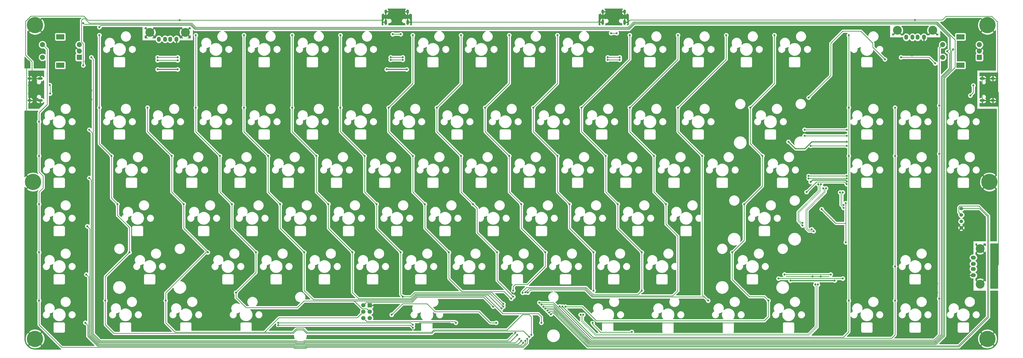
<source format=gtl>
%TF.GenerationSoftware,KiCad,Pcbnew,(5.1.10)-1*%
%TF.CreationDate,2021-10-11T22:19:28-04:00*%
%TF.ProjectId,custom_keyboard,63757374-6f6d-45f6-9b65-79626f617264,rev?*%
%TF.SameCoordinates,Original*%
%TF.FileFunction,Copper,L1,Top*%
%TF.FilePolarity,Positive*%
%FSLAX46Y46*%
G04 Gerber Fmt 4.6, Leading zero omitted, Abs format (unit mm)*
G04 Created by KiCad (PCBNEW (5.1.10)-1) date 2021-10-11 22:19:28*
%MOMM*%
%LPD*%
G01*
G04 APERTURE LIST*
%TA.AperFunction,ComponentPad*%
%ADD10R,2.000000X2.000000*%
%TD*%
%TA.AperFunction,ComponentPad*%
%ADD11C,2.000000*%
%TD*%
%TA.AperFunction,ComponentPad*%
%ADD12R,3.200000X2.000000*%
%TD*%
%TA.AperFunction,ComponentPad*%
%ADD13O,1.000000X2.100000*%
%TD*%
%TA.AperFunction,ComponentPad*%
%ADD14O,1.000000X1.600000*%
%TD*%
%TA.AperFunction,ComponentPad*%
%ADD15C,3.500000*%
%TD*%
%TA.AperFunction,ComponentPad*%
%ADD16O,1.500000X2.000000*%
%TD*%
%TA.AperFunction,ComponentPad*%
%ADD17O,2.000000X1.500000*%
%TD*%
%TA.AperFunction,ComponentPad*%
%ADD18O,2.100000X1.000000*%
%TD*%
%TA.AperFunction,ComponentPad*%
%ADD19O,1.600000X1.000000*%
%TD*%
%TA.AperFunction,ComponentPad*%
%ADD20C,1.397000*%
%TD*%
%TA.AperFunction,ComponentPad*%
%ADD21C,6.400000*%
%TD*%
%TA.AperFunction,ComponentPad*%
%ADD22R,1.700000X1.700000*%
%TD*%
%TA.AperFunction,ComponentPad*%
%ADD23C,1.700000*%
%TD*%
%TA.AperFunction,ViaPad*%
%ADD24C,0.800000*%
%TD*%
%TA.AperFunction,Conductor*%
%ADD25C,0.250000*%
%TD*%
%TA.AperFunction,Conductor*%
%ADD26C,0.254000*%
%TD*%
%TA.AperFunction,Conductor*%
%ADD27C,0.381000*%
%TD*%
%TA.AperFunction,Conductor*%
%ADD28C,0.200000*%
%TD*%
%TA.AperFunction,Conductor*%
%ADD29C,0.100000*%
%TD*%
G04 APERTURE END LIST*
D10*
%TO.P,ROT1,A*%
%TO.N,Net-(C5-Pad2)*%
X156358900Y-192075400D03*
D11*
%TO.P,ROT1,C*%
%TO.N,GND*%
X156358900Y-189575400D03*
%TO.P,ROT1,B*%
%TO.N,Net-(C6-Pad1)*%
X156358900Y-187075400D03*
D12*
%TO.P,ROT1,MP*%
%TO.N,N/C*%
X148858900Y-195175400D03*
X148858900Y-183975400D03*
D11*
%TO.P,ROT1,S2*%
%TO.N,Net-(D2-Pad2)*%
X141858900Y-192075400D03*
%TO.P,ROT1,S1*%
%TO.N,COL0*%
X141858900Y-187075400D03*
%TD*%
D10*
%TO.P,ROT2,A*%
%TO.N,Net-(C7-Pad2)*%
X511936500Y-192075400D03*
D11*
%TO.P,ROT2,C*%
%TO.N,GND*%
X511936500Y-189575400D03*
%TO.P,ROT2,B*%
%TO.N,Net-(C8-Pad1)*%
X511936500Y-187075400D03*
D12*
%TO.P,ROT2,MP*%
%TO.N,N/C*%
X504436500Y-195175400D03*
X504436500Y-183975400D03*
D11*
%TO.P,ROT2,S2*%
%TO.N,Net-(D3-Pad2)*%
X497436500Y-192075400D03*
%TO.P,ROT2,S1*%
%TO.N,COL17*%
X497436500Y-187075400D03*
%TD*%
D13*
%TO.P,USB1,13*%
%TO.N,Earth*%
X277443500Y-178219200D03*
X286083500Y-178219200D03*
D14*
X277443500Y-174039200D03*
X286083500Y-174039200D03*
%TD*%
D15*
%TO.P,USB6,5*%
%TO.N,Earth*%
X479538100Y-181428400D03*
D16*
%TO.P,USB6,4*%
%TO.N,GND*%
X490038100Y-184138400D03*
%TO.P,USB6,3*%
%TO.N,Net-(R24-Pad1)*%
X487538100Y-184138400D03*
%TO.P,USB6,2*%
%TO.N,Net-(R25-Pad1)*%
X485538100Y-184138400D03*
D15*
%TO.P,USB6,5*%
%TO.N,Earth*%
X493538100Y-181428400D03*
D16*
%TO.P,USB6,1*%
%TO.N,+5V*%
X483038100Y-184138400D03*
%TD*%
D15*
%TO.P,USB3,5*%
%TO.N,Earth*%
X184281700Y-182222100D03*
D16*
%TO.P,USB3,4*%
%TO.N,GND*%
X194781700Y-184932100D03*
%TO.P,USB3,3*%
%TO.N,Net-(R34-Pad1)*%
X192281700Y-184932100D03*
%TO.P,USB3,2*%
%TO.N,Net-(R37-Pad1)*%
X190281700Y-184932100D03*
D15*
%TO.P,USB3,5*%
%TO.N,Earth*%
X198281700Y-182222100D03*
D16*
%TO.P,USB3,1*%
%TO.N,+5V*%
X187781700Y-184932100D03*
%TD*%
D15*
%TO.P,USB4,5*%
%TO.N,Earth*%
X512265400Y-267620200D03*
D17*
%TO.P,USB4,4*%
%TO.N,GND*%
X509555400Y-278120200D03*
%TO.P,USB4,3*%
%TO.N,Net-(R45-Pad1)*%
X509555400Y-275620200D03*
%TO.P,USB4,2*%
%TO.N,Net-(R46-Pad1)*%
X509555400Y-273620200D03*
D15*
%TO.P,USB4,5*%
%TO.N,Earth*%
X512265400Y-281620200D03*
D17*
%TO.P,USB4,1*%
%TO.N,+5V*%
X509555400Y-271120200D03*
%TD*%
D18*
%TO.P,USB7,13*%
%TO.N,Earth*%
X513093500Y-200454600D03*
X513093500Y-209094600D03*
D19*
X517273500Y-200454600D03*
X517273500Y-209094600D03*
%TD*%
D18*
%TO.P,USB2,13*%
%TO.N,Earth*%
X140915300Y-209094600D03*
X140915300Y-200454600D03*
D19*
X136735300Y-209094600D03*
X136735300Y-200454600D03*
%TD*%
D13*
%TO.P,USB5,13*%
%TO.N,Earth*%
X363163100Y-178219200D03*
X371803100Y-178219200D03*
D14*
X363163100Y-174039200D03*
X371803100Y-174039200D03*
%TD*%
D20*
%TO.P,OL1,4*%
%TO.N,GND*%
X504793200Y-259381400D03*
%TO.P,OL1,3*%
%TO.N,+5V*%
X504793200Y-256841400D03*
%TO.P,OL1,2*%
%TO.N,KEYBOARD_SDA*%
X504793200Y-254301400D03*
%TO.P,OL1,1*%
%TO.N,KEYBOARD_SCL*%
X504793200Y-251761400D03*
%TD*%
D21*
%TO.P,H1,1*%
%TO.N,GND*%
X138897500Y-179376200D03*
%TD*%
%TO.P,H2,1*%
%TO.N,GND*%
X138103800Y-241284800D03*
%TD*%
%TO.P,H3,1*%
%TO.N,GND*%
X138897500Y-303193400D03*
%TD*%
%TO.P,H4,1*%
%TO.N,GND*%
X515111300Y-179376200D03*
%TD*%
%TO.P,H5,1*%
%TO.N,GND*%
X515905000Y-241284800D03*
%TD*%
%TO.P,H6,1*%
%TO.N,GND*%
X515111300Y-303193400D03*
%TD*%
D22*
%TO.P,J5,6*%
%TO.N,GND*%
X271128000Y-289938450D03*
D23*
%TO.P,J5,5*%
%TO.N,KEYBOARD_RESET*%
X268588000Y-289938450D03*
%TO.P,J5,4*%
%TO.N,COL3*%
X271128000Y-292478450D03*
%TO.P,J5,3*%
%TO.N,COL2*%
X268588000Y-292478450D03*
%TO.P,J5,2*%
%TO.N,+3V3*%
X271128000Y-295018450D03*
%TO.P,J5,1*%
%TO.N,BOOT0*%
X268588000Y-295018450D03*
%TD*%
D24*
%TO.N,GND*%
X201202950Y-259936750D03*
X458758600Y-237316300D03*
X458758600Y-243665900D03*
X447249950Y-244062750D03*
X447249950Y-237316300D03*
X447249950Y-228982450D03*
X447249950Y-218664350D03*
X499634150Y-207552550D03*
X494475100Y-207552550D03*
X244062750Y-280572950D03*
X263111550Y-280572950D03*
X282160350Y-280572950D03*
X301209150Y-280572950D03*
X320257950Y-280572950D03*
X339306750Y-280572950D03*
X358355550Y-280572950D03*
X377404350Y-280572950D03*
X398437400Y-280572950D03*
X225013950Y-280572950D03*
X193265950Y-280176100D03*
X158343150Y-280572950D03*
X158343150Y-261524150D03*
X196440750Y-261524150D03*
X215489550Y-261524150D03*
X234538350Y-261524150D03*
X253587150Y-261524150D03*
X272635950Y-261524150D03*
X291684750Y-261524150D03*
X310733550Y-261524150D03*
X329782350Y-261524150D03*
X348831150Y-261524150D03*
X367879950Y-261524150D03*
X386928750Y-261524150D03*
X405977550Y-261524150D03*
X158343150Y-242475350D03*
X158343150Y-223426550D03*
X158343150Y-299621750D03*
X186916350Y-299621750D03*
X210727350Y-299621750D03*
X407961800Y-297637500D03*
X384150800Y-297637500D03*
X360736650Y-297568800D03*
X432169650Y-298034350D03*
X377404350Y-299621750D03*
X401215350Y-299621750D03*
X425026350Y-299621750D03*
X448837350Y-299621750D03*
X477013700Y-299621750D03*
X500031000Y-300415450D03*
X499237300Y-281366650D03*
X457171200Y-267873750D03*
X466695600Y-270254850D03*
X466695600Y-247634400D03*
X391690950Y-259936750D03*
X372642150Y-259936750D03*
X353593350Y-259936750D03*
X334544550Y-259936750D03*
X315495750Y-259936750D03*
X296446950Y-259936750D03*
X277398150Y-259936750D03*
X258349350Y-259936750D03*
X239300550Y-259936750D03*
X220251750Y-259936750D03*
X145643950Y-277001300D03*
X438916100Y-282160350D03*
X443678300Y-282160350D03*
X432963350Y-275810750D03*
X441694050Y-275810750D03*
X436138150Y-270254850D03*
X439312950Y-267476900D03*
X448440500Y-269858000D03*
X194059650Y-298034350D03*
X170248650Y-298034350D03*
X145643950Y-296050100D03*
X289303650Y-298431200D03*
X232950950Y-299224900D03*
X303987100Y-298034350D03*
X182947850Y-189297450D03*
X148818750Y-199615550D03*
X150803000Y-203187200D03*
X150803000Y-206362000D03*
X147231350Y-212711600D03*
X136516400Y-216283250D03*
X308749300Y-195250200D03*
X291684750Y-193265950D03*
X310733550Y-193265950D03*
X329782350Y-193265950D03*
X328194950Y-195250200D03*
X348831150Y-193265950D03*
X346846900Y-195250200D03*
X415501950Y-193265950D03*
X432963350Y-195250200D03*
X396453150Y-193265950D03*
X413517700Y-195250200D03*
X377404350Y-193265950D03*
X394865750Y-195250200D03*
X223426550Y-195250200D03*
X225013950Y-193265950D03*
X242475350Y-195250200D03*
X244062750Y-193265950D03*
X261524150Y-195250200D03*
X262714700Y-192472250D03*
X280572950Y-190091150D03*
X282954050Y-190091150D03*
X280572950Y-194853350D03*
X282954050Y-194853350D03*
X434550750Y-193265950D03*
X463123950Y-193265950D03*
X448837350Y-194853350D03*
X167867550Y-221839150D03*
X145643950Y-219854900D03*
X182154150Y-223426550D03*
X186916350Y-221839150D03*
X201202950Y-223426550D03*
X220251750Y-223426550D03*
X225013950Y-221839150D03*
X239300550Y-223426550D03*
X244062750Y-221839150D03*
X258349350Y-223426550D03*
X277398150Y-223426550D03*
X263111550Y-221839150D03*
X282160350Y-221839150D03*
X296446950Y-223426550D03*
X301209150Y-221839150D03*
X315495750Y-223426550D03*
X320257950Y-221839150D03*
X334544550Y-223426550D03*
X339306750Y-221839150D03*
X353593350Y-223426550D03*
X358355550Y-221839150D03*
X372642150Y-223426550D03*
X377404350Y-221839150D03*
X391690950Y-223426550D03*
X396453150Y-221839150D03*
X410739750Y-223426550D03*
X425026350Y-221839150D03*
X438519250Y-223823400D03*
X205965150Y-221839150D03*
X462330250Y-221839150D03*
X480188500Y-223823400D03*
X482172750Y-221839150D03*
X500031000Y-223823400D03*
X501221550Y-221839150D03*
X513523900Y-221839150D03*
X513523900Y-227395050D03*
X501221550Y-240887950D03*
X500031000Y-242872200D03*
X482172750Y-240887950D03*
X462330250Y-240094250D03*
X480585350Y-242872200D03*
X442884600Y-242078500D03*
X429788550Y-240887950D03*
X403993300Y-242872200D03*
X405977550Y-240887950D03*
X386928750Y-240887950D03*
X385341350Y-242872200D03*
X367879950Y-240887950D03*
X366292550Y-242872200D03*
X348831150Y-240887950D03*
X347243750Y-242872200D03*
X329782350Y-240887950D03*
X328194950Y-242872200D03*
X420264150Y-242475350D03*
X427804300Y-242872200D03*
X189297450Y-261524150D03*
X175010850Y-259936750D03*
X169454950Y-261524150D03*
X145643950Y-257555650D03*
X172629750Y-240887950D03*
X186916350Y-242475350D03*
X194853350Y-242872200D03*
X196440750Y-240887950D03*
X213902150Y-242872200D03*
X215489550Y-240887950D03*
X232950950Y-242872200D03*
X234538350Y-240887950D03*
X251999750Y-242872200D03*
X253587150Y-240887950D03*
X271048550Y-242872200D03*
X272635950Y-240887950D03*
X290097350Y-242872200D03*
X291684750Y-240887950D03*
X309146150Y-242872200D03*
X310733550Y-240887950D03*
X210727350Y-278985550D03*
X229776150Y-278985550D03*
X248824950Y-278985550D03*
X267873750Y-278985550D03*
X286922550Y-278985550D03*
X305971350Y-278985550D03*
X325020150Y-278985550D03*
X301209150Y-275413900D03*
X320257950Y-275413900D03*
X443678300Y-286525700D03*
X438916100Y-285732000D03*
X431375950Y-280176100D03*
X382166550Y-278985550D03*
X362720900Y-278985550D03*
X344068950Y-278985550D03*
X326210700Y-276604450D03*
X341291000Y-276207600D03*
X217870650Y-298034350D03*
X463123950Y-298034350D03*
X482172750Y-298034350D03*
X501221550Y-298034350D03*
X158740000Y-193662800D03*
X166677000Y-193265950D03*
X299621750Y-298694000D03*
X452409000Y-276207600D03*
X327517053Y-285219347D03*
X194456500Y-188900600D03*
X327310824Y-301067971D03*
X337322500Y-287319400D03*
X337719350Y-302399700D03*
X307558750Y-295256400D03*
X341291000Y-297240650D03*
X307558750Y-302399700D03*
X357561850Y-296050100D03*
X179773050Y-278985550D03*
X482172750Y-278985550D03*
X422645250Y-259936750D03*
X417883050Y-278985550D03*
X349228000Y-305177650D03*
X513523900Y-285335150D03*
X517095550Y-285335150D03*
X182154150Y-194853350D03*
X278985550Y-184932100D03*
X284541450Y-184932100D03*
X136516400Y-193662800D03*
X144056550Y-178582500D03*
X458758600Y-219061200D03*
X458758600Y-228982450D03*
X366292550Y-190884850D03*
X368673650Y-190884850D03*
X366292550Y-194059650D03*
X368673650Y-194059650D03*
X188503750Y-190884850D03*
X194059650Y-190884850D03*
X188503750Y-199218700D03*
X194059650Y-199218700D03*
X161121100Y-205171450D03*
X165486450Y-205171450D03*
X161121100Y-208743100D03*
X165486450Y-208743100D03*
X494475100Y-201996650D03*
X499634150Y-201996650D03*
X495268800Y-281366650D03*
X495268800Y-284938300D03*
X499237300Y-284938300D03*
X449234200Y-276207600D03*
X446059400Y-278588700D03*
X444075150Y-276604450D03*
X445662550Y-275017050D03*
X449234200Y-278588700D03*
X446059400Y-281366650D03*
X449234200Y-281366650D03*
X204774600Y-193265950D03*
X278985550Y-195250200D03*
X278985550Y-200012400D03*
X284541450Y-195250200D03*
X284541450Y-200012400D03*
X488125500Y-190884850D03*
X485347550Y-191281700D03*
X481775900Y-194059650D03*
X465901900Y-261921000D03*
%TO.N,+5V*%
X187313200Y-196837600D03*
X195250200Y-196837600D03*
X459552300Y-225410800D03*
X436535000Y-225410800D03*
X445265700Y-241284800D03*
X454790100Y-280176100D03*
X437328700Y-280176100D03*
X277795000Y-196837600D03*
X285732000Y-196837600D03*
X459564951Y-241065846D03*
X359149250Y-296843800D03*
X374626400Y-300415450D03*
%TO.N,+3V3*%
X459155450Y-265095800D03*
X459155450Y-249618650D03*
X449631050Y-251999750D03*
%TO.N,Earth*%
X189297450Y-181757300D03*
X193265950Y-181757300D03*
X484553850Y-180963600D03*
X488522350Y-180963600D03*
X281763500Y-174217150D03*
X367483100Y-174217150D03*
X137706950Y-204774600D03*
X280176100Y-173820300D03*
X283350900Y-173820300D03*
X191281700Y-181360450D03*
X136516400Y-206362000D03*
X136516400Y-203187200D03*
X365895700Y-173820300D03*
X369070500Y-173820300D03*
X486538100Y-180169900D03*
X515905000Y-204774600D03*
X517492400Y-203187200D03*
X517492400Y-206362000D03*
X513127050Y-274620200D03*
X512333350Y-273032800D03*
X512333350Y-276207600D03*
X140484900Y-198821850D03*
X186519500Y-180566750D03*
X196043900Y-180566750D03*
X276207600Y-177391950D03*
X287319400Y-178185650D03*
X361927200Y-177391950D03*
X373039000Y-178185650D03*
X513920750Y-210727350D03*
X139903900Y-208454461D03*
X196043900Y-177391950D03*
X486538100Y-177354330D03*
X517095550Y-274620200D03*
%TO.N,KEYBOARD_RESET*%
X319861100Y-290494200D03*
%TO.N,COL2*%
X183344700Y-211917900D03*
X192869100Y-230966700D03*
X197631300Y-250015500D03*
X207155700Y-269064300D03*
X190488000Y-288113100D03*
X334941400Y-301606000D03*
%TO.N,COL1*%
X166677000Y-288113100D03*
X176201400Y-269064300D03*
X171439200Y-250015500D03*
X169058100Y-230966700D03*
X164295900Y-211917900D03*
X164295900Y-183344700D03*
X334147700Y-302399700D03*
%TO.N,COL3*%
X226204500Y-269064300D03*
X216680100Y-250015500D03*
X211917900Y-230966700D03*
X202393500Y-211917900D03*
X202393500Y-183344700D03*
X338909900Y-296843800D03*
X218267500Y-284938300D03*
%TO.N,ROW2*%
X160327400Y-239697400D03*
X444472000Y-238903700D03*
X330179200Y-303193400D03*
X459552300Y-238903700D03*
%TO.N,ROW4*%
X159136850Y-277795000D03*
X453202700Y-277795000D03*
X434947600Y-277795000D03*
X331766600Y-304780800D03*
%TO.N,ROT1_ROW*%
X187313200Y-192075400D03*
X195250200Y-192075400D03*
X480982200Y-192075400D03*
X494475100Y-194456500D03*
X328591800Y-300812300D03*
X161121100Y-192075400D03*
X369864200Y-192075400D03*
X365102000Y-192075400D03*
X284144600Y-192075400D03*
X279382400Y-192075400D03*
%TO.N,ROW3*%
X159533700Y-258746200D03*
X330972900Y-303987100D03*
%TO.N,ROW5*%
X158740000Y-296843800D03*
X234935200Y-296843800D03*
X332560300Y-303987100D03*
X288113100Y-297637500D03*
%TO.N,DOUT1*%
X474632600Y-192869100D03*
X444472000Y-207949400D03*
%TO.N,DOUT2*%
X459552300Y-226998200D03*
X445265700Y-226998200D03*
%TO.N,DOUT3*%
X443678300Y-245253300D03*
X459505984Y-242124816D03*
%TO.N,COL0*%
X140484900Y-230966700D03*
X140484900Y-250015500D03*
X140484900Y-269064300D03*
X140484900Y-288113100D03*
X140484900Y-217473800D03*
X333354000Y-303193400D03*
%TO.N,COL4*%
X221442300Y-183344700D03*
X221442300Y-211917900D03*
X230966700Y-230966700D03*
X235728900Y-250015500D03*
X245253300Y-269064300D03*
X323151703Y-291172097D03*
%TO.N,COL5*%
X264302100Y-269064300D03*
X254777700Y-250015500D03*
X250015500Y-230966700D03*
X240491100Y-211917900D03*
X240491100Y-183344700D03*
X323858811Y-290464989D03*
%TO.N,COL6*%
X283350900Y-269064300D03*
X273826500Y-250015500D03*
X269064300Y-230966700D03*
X259539900Y-211917900D03*
X259539900Y-183344700D03*
X284144600Y-286525700D03*
X323852736Y-289433609D03*
%TO.N,COL7*%
X302399700Y-269064300D03*
X292875300Y-250015500D03*
X288113100Y-230966700D03*
X278588700Y-211917900D03*
X288113100Y-183344700D03*
X327004400Y-287319400D03*
%TO.N,COL8*%
X321448500Y-269064300D03*
X311924100Y-250015500D03*
X307161900Y-230966700D03*
X297637500Y-211917900D03*
X307161900Y-183344700D03*
X327798100Y-286525700D03*
%TO.N,KEYBOARD_SDA*%
X342703197Y-293493797D03*
%TO.N,KEYBOARD_SCL*%
X341996089Y-292786689D03*
%TO.N,ENCODER_A*%
X338909900Y-289700500D03*
X499237300Y-189694300D03*
X164295900Y-180169900D03*
%TO.N,ENCODER_B1*%
X339703600Y-290494200D03*
X157946300Y-178582500D03*
%TO.N,KEYBOARD_D+*%
X447121800Y-281763500D03*
X355459102Y-293669000D03*
%TO.N,KEYBOARD_D-*%
X448171800Y-281763500D03*
X354409102Y-293669000D03*
%TO.N,HUB_PORT7_D-*%
X458302300Y-251486700D03*
X456905650Y-245384065D03*
%TO.N,HUB_PORT7_D+*%
X458302300Y-250436700D03*
X457955650Y-245384065D03*
%TO.N,HUB_PORT2_D+*%
X442090900Y-257427500D03*
X449362350Y-242194953D03*
%TO.N,HUB_PORT2_D-*%
X442090900Y-258477500D03*
X448312350Y-242194953D03*
%TO.N,HUB_PORT3_D+*%
X445688168Y-259962368D03*
X451346600Y-243780010D03*
%TO.N,HUB_PORT3_D-*%
X446430632Y-260704832D03*
X450296600Y-243780010D03*
%TO.N,BOOT0*%
X305177650Y-296843800D03*
%TO.N,COL17*%
X338116200Y-288906800D03*
X496062500Y-211124200D03*
X496062500Y-230173000D03*
X496062500Y-287319400D03*
%TO.N,COL16*%
X478601100Y-288113100D03*
X478601100Y-230966700D03*
X478601100Y-211917900D03*
X478601100Y-274620200D03*
X346169003Y-290378397D03*
%TO.N,EXTRA_1*%
X321051650Y-296843800D03*
X279779250Y-293669000D03*
%TO.N,ROW1*%
X329385500Y-301606000D03*
X160327400Y-220648600D03*
X459552300Y-220648600D03*
X442884600Y-220648600D03*
%TO.N,COL9*%
X340497300Y-269064300D03*
X330972900Y-250015500D03*
X326210700Y-230966700D03*
X316686300Y-211917900D03*
X326210700Y-183344700D03*
X327798100Y-284144600D03*
%TO.N,COL10*%
X345259500Y-183344700D03*
X335735100Y-211917900D03*
X345259500Y-230966700D03*
X350021700Y-250015500D03*
X359546100Y-269064300D03*
X359546100Y-284144600D03*
%TO.N,COL11*%
X378594900Y-269064300D03*
X369070500Y-250015500D03*
X364308300Y-230966700D03*
X354783900Y-211917900D03*
X373832700Y-183344700D03*
X378594900Y-284144600D03*
X331515173Y-285015023D03*
%TO.N,COL12*%
X392881500Y-183344700D03*
X373832700Y-211917900D03*
X383357100Y-230966700D03*
X388119300Y-250015500D03*
X332560300Y-284869600D03*
%TO.N,COL13*%
X404787000Y-288113100D03*
X402405900Y-230966700D03*
X392881500Y-211917900D03*
X411930300Y-183344700D03*
X333556577Y-284955834D03*
%TO.N,COL14*%
X414311400Y-269064300D03*
X419073600Y-250015500D03*
X421454700Y-211917900D03*
X426216900Y-230966700D03*
X430979100Y-183344700D03*
X428598000Y-288113100D03*
X348434300Y-290494200D03*
%TO.N,COL15*%
X460346000Y-183344700D03*
X460346000Y-211917900D03*
X460346000Y-230966700D03*
X460346000Y-288113100D03*
X347276931Y-290461019D03*
%TO.N,ENCODER_B2*%
X340497300Y-291287900D03*
X501618400Y-188900600D03*
%TO.N,BKL_DATA_IN_3V3*%
X341288981Y-292079581D03*
X157946300Y-195250200D03*
%TO.N,Net-(MX1-Pad5)*%
X187313200Y-193265950D03*
X195250200Y-193265950D03*
%TO.N,Net-(MX5-Pad5)*%
X284144600Y-193075403D03*
X279382400Y-193075403D03*
%TO.N,Net-(MX10-Pad4)*%
X369864200Y-193075403D03*
X365102000Y-193075403D03*
%TO.N,Net-(MX29-Pad5)*%
X459552300Y-223029700D03*
X442884600Y-223029700D03*
%TO.N,Net-(MX47-Pad5)*%
X444472000Y-239903703D03*
X459552300Y-239903703D03*
%TO.N,Net-(MX77-Pad5)*%
X432566500Y-279382400D03*
X457964900Y-279382400D03*
%TO.N,Net-(MX82-Pad5)*%
X234935200Y-297843803D03*
X288113100Y-298828050D03*
%TO.N,Net-(R8-Pad1)*%
X280176100Y-182947850D03*
X283350900Y-182947850D03*
%TO.N,Net-(R10-Pad1)*%
X366437102Y-182551000D03*
X368673650Y-182551000D03*
%TO.N,Net-(R27-Pad1)*%
X509555400Y-203187200D03*
X508364850Y-207155700D03*
%TO.N,Net-(R35-Pad1)*%
X144734800Y-203024600D03*
X144850250Y-206362000D03*
%TD*%
D25*
%TO.N,GND*%
X360736650Y-297568800D02*
X361461650Y-296843800D01*
X407168100Y-296843800D02*
X407961800Y-297637500D01*
X384150800Y-297637500D02*
X383357100Y-296843800D01*
X383357100Y-296843800D02*
X407168100Y-296843800D01*
X361461650Y-296843800D02*
X383357100Y-296843800D01*
X430979100Y-296843800D02*
X432169650Y-298034350D01*
X407168100Y-296843800D02*
X430979100Y-296843800D01*
X233607046Y-298568804D02*
X232950950Y-299224900D01*
X286780852Y-298568804D02*
X233607046Y-298568804D01*
X287765099Y-299553051D02*
X286780852Y-298568804D01*
X288747484Y-299553051D02*
X287765099Y-299553051D01*
X289303650Y-298996885D02*
X288747484Y-299553051D01*
X289303650Y-298431200D02*
X289303650Y-298996885D01*
X302821740Y-296868990D02*
X303987100Y-298034350D01*
X290865860Y-296868990D02*
X302821740Y-296868990D01*
X289303650Y-298431200D02*
X290865860Y-296868990D01*
X135610290Y-215377140D02*
X135610290Y-194965760D01*
X136516400Y-216283250D02*
X135610290Y-215377140D01*
X301209150Y-280572950D02*
X301209150Y-275413900D01*
X320257950Y-280572950D02*
X320257950Y-275413900D01*
X443678300Y-282160350D02*
X443678300Y-286525700D01*
X438916100Y-282160350D02*
X438916100Y-285732000D01*
X325020150Y-282722444D02*
X325020150Y-278985550D01*
X327517053Y-285219347D02*
X325020150Y-282722444D01*
X307558750Y-295822085D02*
X307558750Y-295256400D01*
X305346485Y-298034350D02*
X307558750Y-295822085D01*
X303987100Y-298034350D02*
X305346485Y-298034350D01*
X359783635Y-296050100D02*
X357561850Y-296050100D01*
X360736650Y-297003115D02*
X359783635Y-296050100D01*
X360736650Y-297568800D02*
X360736650Y-297003115D01*
D26*
X278985550Y-184932100D02*
X284541450Y-184932100D01*
D25*
X135610290Y-194568910D02*
X136516400Y-193662800D01*
X135610290Y-194965760D02*
X135610290Y-194568910D01*
X452409000Y-276207600D02*
X449234200Y-276207600D01*
X485744400Y-190884850D02*
X485347550Y-191281700D01*
X488125500Y-190884850D02*
X485744400Y-190884850D01*
D27*
%TO.N,+5V*%
X187313200Y-196837600D02*
X195250200Y-196837600D01*
X439237401Y-228113201D02*
X436535000Y-225410800D01*
X442980757Y-228113201D02*
X439237401Y-228113201D01*
X445683158Y-225410800D02*
X442980757Y-228113201D01*
X459552300Y-225410800D02*
X445683158Y-225410800D01*
X458990205Y-240491100D02*
X446059400Y-240491100D01*
X446059400Y-240491100D02*
X445265700Y-241284800D01*
X437328700Y-280176100D02*
X454790100Y-280176100D01*
X277795000Y-196837600D02*
X285732000Y-196837600D01*
X458990205Y-240491100D02*
X459564951Y-241065846D01*
D25*
X362308775Y-300569010D02*
X374472840Y-300569010D01*
X359149250Y-297409485D02*
X362308775Y-300569010D01*
X359149250Y-296843800D02*
X359149250Y-297409485D01*
X374472840Y-300569010D02*
X374626400Y-300415450D01*
%TO.N,+3V3*%
X455186950Y-257555650D02*
X449631050Y-251999750D01*
X459155450Y-257555650D02*
X455186950Y-257555650D01*
X459155450Y-265095800D02*
X459155450Y-257555650D01*
X459155450Y-257555650D02*
X459155450Y-249618650D01*
%TO.N,Earth*%
X138608861Y-208454461D02*
X136516400Y-206362000D01*
X139903900Y-208454461D02*
X138608861Y-208454461D01*
X512333350Y-198821850D02*
X518286100Y-198821850D01*
X513093500Y-200454600D02*
X517273500Y-200454600D01*
X513093500Y-209094600D02*
X517273500Y-209094600D01*
X512973499Y-200574601D02*
X513093500Y-200454600D01*
X512973499Y-207976601D02*
X512973499Y-200574601D01*
X513093500Y-208096602D02*
X512973499Y-207976601D01*
X513093500Y-209094600D02*
X513093500Y-208096602D01*
X512265400Y-272964850D02*
X512333350Y-273032800D01*
X361133500Y-178185650D02*
X361927200Y-177391950D01*
X287319400Y-178185650D02*
X361133500Y-178185650D01*
X276207600Y-177391950D02*
X196043900Y-177391950D01*
X373870320Y-177354330D02*
X486538100Y-177354330D01*
X373039000Y-178185650D02*
X373870320Y-177354330D01*
X159773260Y-177391950D02*
X196043900Y-177391950D01*
X158185860Y-175804550D02*
X159773260Y-177391950D01*
X137252148Y-175804550D02*
X135160281Y-177896417D01*
X158185860Y-175804550D02*
X137252148Y-175804550D01*
X137706950Y-193780348D02*
X137706950Y-204774600D01*
X135160281Y-191233679D02*
X137706950Y-193780348D01*
X135160281Y-177896417D02*
X135160281Y-191233679D01*
X486538100Y-177354330D02*
X497290670Y-177354330D01*
X516803301Y-175851199D02*
X519079800Y-178127698D01*
X498793801Y-175851199D02*
X516803301Y-175851199D01*
X497290670Y-177354330D02*
X498793801Y-175851199D01*
X519079800Y-178127698D02*
X519079800Y-203980900D01*
X518286100Y-204774600D02*
X515905000Y-204774600D01*
X519079800Y-203980900D02*
X518286100Y-204774600D01*
X518286100Y-204774600D02*
X519079800Y-205568300D01*
X519430001Y-205918501D02*
X519430001Y-273873149D01*
X519079800Y-205568300D02*
X519430001Y-205918501D01*
X518682950Y-274620200D02*
X517095550Y-274620200D01*
X519430001Y-273873149D02*
X518682950Y-274620200D01*
%TO.N,KEYBOARD_RESET*%
X316130899Y-286763999D02*
X289784031Y-286763999D01*
X319861100Y-290494200D02*
X316130899Y-286763999D01*
X287784581Y-288763449D02*
X289784031Y-286763999D01*
X269763001Y-288763449D02*
X287784581Y-288763449D01*
X268588000Y-289938450D02*
X269763001Y-288763449D01*
%TO.N,COL2*%
X207155700Y-269064300D02*
X206455326Y-269064300D01*
X190488000Y-285031626D02*
X190488000Y-288113100D01*
X206455326Y-269064300D02*
X190488000Y-285031626D01*
X207155700Y-269064300D02*
X197631300Y-259539900D01*
X197631300Y-259539900D02*
X197631300Y-250015500D01*
X197631300Y-250015500D02*
X192869100Y-245253300D01*
X192869100Y-245253300D02*
X192869100Y-230966700D01*
X192869100Y-230966700D02*
X183344700Y-221442300D01*
X183344700Y-221442300D02*
X183344700Y-211917900D01*
X194213210Y-300569010D02*
X190488000Y-296843800D01*
X190488000Y-296843800D02*
X190488000Y-288113100D01*
X235232869Y-294869001D02*
X229532860Y-300569010D01*
X229532860Y-300569010D02*
X194213210Y-300569010D01*
X334941400Y-294462700D02*
X334941400Y-301606000D01*
X334147700Y-293669000D02*
X334941400Y-294462700D01*
X266197449Y-294869001D02*
X268588000Y-292478450D01*
X235232869Y-294869001D02*
X266197449Y-294869001D01*
X325401461Y-299637289D02*
X331369750Y-293669000D01*
X295513978Y-300569010D02*
X296445699Y-299637289D01*
X296445699Y-299637289D02*
X325401461Y-299637289D01*
X246350744Y-300569010D02*
X295513978Y-300569010D01*
X244962223Y-299180489D02*
X246350744Y-300569010D01*
X240734390Y-300569010D02*
X242122911Y-299180489D01*
X242122911Y-299180489D02*
X244962223Y-299180489D01*
X229532860Y-300569010D02*
X240734390Y-300569010D01*
X331369750Y-293669000D02*
X334147700Y-293669000D01*
%TO.N,COL1*%
X164295900Y-183344700D02*
X164295900Y-211917900D01*
X164295900Y-226204500D02*
X164295900Y-211917900D01*
X169058100Y-230966700D02*
X164295900Y-226204500D01*
X169058100Y-230966700D02*
X169058100Y-247634400D01*
X169058100Y-247634400D02*
X171439200Y-250015500D01*
X176201400Y-269064300D02*
X176201400Y-259252602D01*
X176201400Y-259252602D02*
X171439200Y-254490402D01*
X171439200Y-254490402D02*
X171439200Y-250015500D01*
X176201400Y-269064300D02*
X166677000Y-278588700D01*
X166677000Y-278588700D02*
X166677000Y-288113100D01*
X166677000Y-297637500D02*
X166677000Y-288113100D01*
X170058520Y-301019020D02*
X166677000Y-297637500D01*
X240920790Y-301019020D02*
X170058520Y-301019020D01*
X242309311Y-299630499D02*
X240920790Y-301019020D01*
X244775823Y-299630499D02*
X242309311Y-299630499D01*
X246164344Y-301019020D02*
X244775823Y-299630499D01*
X295700378Y-301019020D02*
X246164344Y-301019020D01*
X331835299Y-300087299D02*
X296632099Y-300087299D01*
X296632099Y-300087299D02*
X295700378Y-301019020D01*
X334147700Y-302399700D02*
X331835299Y-300087299D01*
%TO.N,COL3*%
X211917900Y-230966700D02*
X211917900Y-245253300D01*
X211917900Y-245253300D02*
X216680100Y-250015500D01*
X211917900Y-230966700D02*
X202393500Y-221442300D01*
X202393500Y-221442300D02*
X202393500Y-211917900D01*
X202393500Y-183344700D02*
X202393500Y-211917900D01*
X226204500Y-269064300D02*
X216680100Y-259539900D01*
X216680100Y-259539900D02*
X216680100Y-250015500D01*
X226204500Y-269064300D02*
X226204500Y-277001300D01*
X218267500Y-284938300D02*
X226204500Y-277001300D01*
X242475350Y-290891050D02*
X222236000Y-290891050D01*
X245146980Y-288219420D02*
X242475350Y-290891050D01*
X289597630Y-286313990D02*
X287692200Y-288219420D01*
X316753892Y-286313990D02*
X289597630Y-286313990D01*
X323658892Y-293218990D02*
X316753892Y-286313990D01*
X218267500Y-286922550D02*
X218267500Y-284938300D01*
X337666190Y-293218990D02*
X323658892Y-293218990D01*
X338909900Y-294462700D02*
X337666190Y-293218990D01*
X222236000Y-290891050D02*
X218267500Y-286922550D01*
X338909900Y-296843800D02*
X338909900Y-294462700D01*
X287692200Y-288219420D02*
X264989480Y-288219420D01*
X268073509Y-291303449D02*
X264989480Y-288219420D01*
X269952999Y-291303449D02*
X268073509Y-291303449D01*
X271128000Y-292478450D02*
X269952999Y-291303449D01*
X264989480Y-288219420D02*
X245146980Y-288219420D01*
%TO.N,ROW2*%
X161014780Y-240384780D02*
X160327400Y-239697400D01*
X459552300Y-238903700D02*
X444472000Y-238903700D01*
X161014780Y-301581950D02*
X161014780Y-240384780D01*
X242176875Y-305168319D02*
X241780026Y-304771470D01*
X245148622Y-305168320D02*
X242176875Y-305168319D01*
X241780026Y-304771470D02*
X164204299Y-304771469D01*
X245545473Y-304771471D02*
X245148622Y-305168320D01*
X328601129Y-304771471D02*
X245545473Y-304771471D01*
X164204299Y-304771469D02*
X161014780Y-301581950D01*
X330179200Y-303193400D02*
X328601129Y-304771471D01*
%TO.N,ROW4*%
X160114760Y-278772910D02*
X159136850Y-277795000D01*
X160114760Y-301954750D02*
X160114760Y-278772910D01*
X241381788Y-305671488D02*
X163831497Y-305671487D01*
X241778639Y-306068339D02*
X241381788Y-305671488D01*
X245521419Y-306068339D02*
X241778639Y-306068339D01*
X245918271Y-305671491D02*
X245521419Y-306068339D01*
X330875909Y-305671491D02*
X245918271Y-305671491D01*
X163831497Y-305671487D02*
X160114760Y-301954750D01*
X331766600Y-304780800D02*
X330875909Y-305671491D01*
X453202700Y-277795000D02*
X434947600Y-277795000D01*
%TO.N,ROT1_ROW*%
X279382400Y-192075400D02*
X284144600Y-192075400D01*
X187313200Y-192075400D02*
X195250200Y-192075400D01*
X492094000Y-192075400D02*
X494475100Y-194456500D01*
X480982200Y-192075400D02*
X492094000Y-192075400D01*
X164577101Y-303871451D02*
X161914800Y-301209150D01*
X328591800Y-300812300D02*
X325532649Y-303871451D01*
X244775823Y-304268301D02*
X242549677Y-304268301D01*
X245172673Y-303871451D02*
X244775823Y-304268301D01*
X325532649Y-303871451D02*
X245172673Y-303871451D01*
X242152827Y-303871451D02*
X164577101Y-303871451D01*
X242549677Y-304268301D02*
X242152827Y-303871451D01*
X161914800Y-301209150D02*
X161914800Y-192869100D01*
X161914800Y-192869100D02*
X161121100Y-192075400D01*
X365102000Y-192075400D02*
X369864200Y-192075400D01*
%TO.N,ROW3*%
X241593625Y-305221479D02*
X164017898Y-305221478D01*
X164017898Y-305221478D02*
X160564770Y-301768350D01*
X241990474Y-305618328D02*
X241593625Y-305221479D01*
X245335021Y-305618329D02*
X241990474Y-305618328D01*
X160564770Y-259777270D02*
X159533700Y-258746200D01*
X160564770Y-301768350D02*
X160564770Y-259777270D01*
X245731872Y-305221481D02*
X245335021Y-305618329D01*
X329738519Y-305221481D02*
X245731872Y-305221481D01*
X330972900Y-303987100D02*
X329738519Y-305221481D01*
%TO.N,ROW5*%
X332560300Y-305060102D02*
X331498901Y-306121501D01*
X332560300Y-303987100D02*
X332560300Y-305060102D01*
X245707819Y-306518349D02*
X241592238Y-306518348D01*
X246104669Y-306121501D02*
X245707819Y-306518349D01*
X331498901Y-306121501D02*
X246104669Y-306121501D01*
X241195387Y-306121497D02*
X163645096Y-306121496D01*
X241592238Y-306518348D02*
X241195387Y-306121497D01*
X163645096Y-306121496D02*
X159664750Y-302141150D01*
X159664750Y-297768550D02*
X158740000Y-296843800D01*
X159664750Y-302141150D02*
X159664750Y-297768550D01*
X287319400Y-296843800D02*
X288113100Y-297637500D01*
X234935200Y-296843800D02*
X287319400Y-296843800D01*
D26*
%TO.N,DOUT1*%
X469816301Y-186465401D02*
X469816301Y-188052801D01*
X465108200Y-181757300D02*
X469816301Y-186465401D01*
X457964900Y-181757300D02*
X465108200Y-181757300D01*
X453202700Y-186519500D02*
X457964900Y-181757300D01*
X453202700Y-199218700D02*
X453202700Y-186519500D01*
X469816301Y-188052801D02*
X474632600Y-192869100D01*
X444472000Y-207949400D02*
X453202700Y-199218700D01*
%TO.N,DOUT2*%
X458758600Y-226998200D02*
X445265700Y-226998200D01*
D25*
X458758600Y-226998200D02*
X459552300Y-226998200D01*
%TO.N,DOUT3*%
X447646800Y-241284800D02*
X458665968Y-241284800D01*
X443678300Y-245253300D02*
X447646800Y-241284800D01*
X458665968Y-241284800D02*
X459505984Y-242124816D01*
%TO.N,COL0*%
X140484900Y-288113100D02*
X140484900Y-269064300D01*
X140484900Y-269064300D02*
X140484900Y-250015500D01*
X140484900Y-230966700D02*
X140484900Y-237316300D01*
X140484900Y-237316300D02*
X142072300Y-238903700D01*
X142072300Y-238903700D02*
X142072300Y-243665900D01*
X140484900Y-245253300D02*
X140484900Y-250015500D01*
X142072300Y-243665900D02*
X140484900Y-245253300D01*
X140484900Y-230966700D02*
X140484900Y-217473800D01*
X141858900Y-187075400D02*
X143659700Y-188876200D01*
X143659700Y-188876200D02*
X143659700Y-210727350D01*
X140484900Y-213902150D02*
X140484900Y-217473800D01*
X143659700Y-210727350D02*
X140484900Y-213902150D01*
X140484900Y-297637500D02*
X140484900Y-288113100D01*
X149418906Y-306571506D02*
X140484900Y-297637500D01*
X241008986Y-306571506D02*
X149418906Y-306571506D01*
X245894218Y-306968358D02*
X241405837Y-306968357D01*
X241405837Y-306968357D02*
X241008986Y-306571506D01*
X331685301Y-306571511D02*
X246291068Y-306571511D01*
X246291068Y-306571511D02*
X245894218Y-306968358D01*
X333354000Y-304902812D02*
X331685301Y-306571511D01*
X333354000Y-303193400D02*
X333354000Y-304902812D01*
%TO.N,COL4*%
X245253300Y-269064300D02*
X235728900Y-259539900D01*
X235728900Y-259539900D02*
X235728900Y-250015500D01*
X235728900Y-250015500D02*
X230966700Y-245253300D01*
X230966700Y-245253300D02*
X230966700Y-230966700D01*
X230966700Y-230966700D02*
X221442300Y-221442300D01*
X221442300Y-221442300D02*
X221442300Y-211917900D01*
X221442300Y-211917900D02*
X221442300Y-183344700D01*
X245253300Y-284144600D02*
X245253300Y-269064300D01*
X287505800Y-287769410D02*
X248878110Y-287769410D01*
X289411229Y-285863981D02*
X287505800Y-287769410D01*
X317843587Y-285863981D02*
X289411229Y-285863981D01*
X323151703Y-291172097D02*
X317843587Y-285863981D01*
X248878110Y-287769410D02*
X245253300Y-284144600D01*
%TO.N,COL5*%
X250015500Y-230966700D02*
X250015500Y-245253300D01*
X250015500Y-245253300D02*
X254777700Y-250015500D01*
X240491100Y-211917900D02*
X240491100Y-221442300D01*
X240491100Y-221442300D02*
X250015500Y-230966700D01*
X240491100Y-183344700D02*
X240491100Y-211917900D01*
X264302100Y-269064300D02*
X254777700Y-259539900D01*
X254777700Y-259539900D02*
X254777700Y-250015500D01*
X318807793Y-285413971D02*
X289224829Y-285413971D01*
X323858811Y-290464989D02*
X318807793Y-285413971D01*
X266683200Y-287319400D02*
X264302100Y-284938300D01*
X287319400Y-287319400D02*
X266683200Y-287319400D01*
X264302100Y-284938300D02*
X264302100Y-269064300D01*
X289224829Y-285413971D02*
X287319400Y-287319400D01*
%TO.N,COL6*%
X283350900Y-269064300D02*
X283350900Y-285732000D01*
X273826500Y-250015500D02*
X273826500Y-259539900D01*
X273826500Y-259539900D02*
X283350900Y-269064300D01*
X269064300Y-230966700D02*
X269064300Y-245253300D01*
X269064300Y-245253300D02*
X273826500Y-250015500D01*
X259539900Y-211917900D02*
X259539900Y-221442300D01*
X259539900Y-221442300D02*
X269064300Y-230966700D01*
X259539900Y-183344700D02*
X259539900Y-211917900D01*
X284144600Y-286525700D02*
X283350900Y-285732000D01*
X287319400Y-286525700D02*
X284144600Y-286525700D01*
X318994193Y-284963961D02*
X288881139Y-284963961D01*
X318968532Y-284938300D02*
X318994193Y-284963961D01*
X288881139Y-284963961D02*
X287319400Y-286525700D01*
X319357427Y-284938300D02*
X318968532Y-284938300D01*
X323852736Y-289433609D02*
X319357427Y-284938300D01*
%TO.N,COL7*%
X292875300Y-250015500D02*
X292875300Y-259539900D01*
X292875300Y-259539900D02*
X302399700Y-269064300D01*
X288113100Y-230966700D02*
X288113100Y-245253300D01*
X288113100Y-245253300D02*
X292875300Y-250015500D01*
X278588700Y-211917900D02*
X278588700Y-221442300D01*
X278588700Y-221442300D02*
X288113100Y-230966700D01*
X309993010Y-284488290D02*
X309967349Y-284513951D01*
X324173290Y-284488290D02*
X309993010Y-284488290D01*
X327004400Y-287319400D02*
X324173290Y-284488290D01*
X309967349Y-284513951D02*
X307531251Y-284513951D01*
X302399700Y-279382400D02*
X302399700Y-269064300D01*
X307531251Y-284513951D02*
X302399700Y-279382400D01*
X288113100Y-202393500D02*
X288113100Y-183344700D01*
X278588700Y-211917900D02*
X288113100Y-202393500D01*
%TO.N,COL8*%
X321448500Y-269064300D02*
X313581099Y-261196899D01*
X313581099Y-261196899D02*
X313581099Y-251672499D01*
X313581099Y-251672499D02*
X311924100Y-250015500D01*
X307161900Y-230966700D02*
X307161900Y-245253300D01*
X307161900Y-245253300D02*
X311924100Y-250015500D01*
X307161900Y-183344700D02*
X307161900Y-202393500D01*
X307161900Y-202393500D02*
X297637500Y-211917900D01*
X321448500Y-280176100D02*
X321448500Y-269064300D01*
X327798100Y-286525700D02*
X321448500Y-280176100D01*
X297637500Y-221442300D02*
X307161900Y-230966700D01*
X297637500Y-211917900D02*
X297637500Y-221442300D01*
%TO.N,KEYBOARD_SDA*%
X503769699Y-251270119D02*
X503769699Y-253277899D01*
X503769699Y-253277899D02*
X504793200Y-254301400D01*
X504301919Y-250737899D02*
X503769699Y-251270119D01*
X511707909Y-250737899D02*
X504301919Y-250737899D01*
X515561309Y-254591299D02*
X511707909Y-250737899D01*
X515561310Y-294649100D02*
X515561309Y-254591299D01*
X503842211Y-306368199D02*
X515561310Y-294649100D01*
X357165000Y-306368200D02*
X503842211Y-306368199D01*
X343672100Y-292875300D02*
X357165000Y-306368200D01*
X343321694Y-292875300D02*
X343672100Y-292875300D01*
X342703197Y-293493797D02*
X343321694Y-292875300D01*
%TO.N,KEYBOARD_SCL*%
X512095000Y-251761400D02*
X504793200Y-251761400D01*
X515111300Y-254777700D02*
X512095000Y-251761400D01*
X515111300Y-294462700D02*
X515111300Y-254777700D01*
X503655810Y-305918190D02*
X515111300Y-294462700D01*
X357351400Y-305918190D02*
X503655810Y-305918190D01*
X343819900Y-292386690D02*
X357351400Y-305918190D01*
X342396088Y-292386690D02*
X343819900Y-292386690D01*
X341996089Y-292786689D02*
X342396088Y-292386690D01*
%TO.N,ENCODER_A*%
X500031000Y-190488000D02*
X499237300Y-189694300D01*
X496856200Y-199639600D02*
X500031000Y-196464800D01*
X496856200Y-301448710D02*
X496856200Y-199639600D01*
X358097000Y-304118150D02*
X494186760Y-304118150D01*
X500031000Y-196464800D02*
X500031000Y-190488000D01*
X494186760Y-304118150D02*
X496856200Y-301448710D01*
X343679350Y-289700500D02*
X358097000Y-304118150D01*
X338909900Y-289700500D02*
X343679350Y-289700500D01*
X200433300Y-179482520D02*
X164983280Y-179482520D01*
X202020698Y-181069918D02*
X200433300Y-179482520D01*
X375659660Y-178979350D02*
X373569089Y-181069919D01*
X164983280Y-179482520D02*
X164295900Y-180169900D01*
X494871950Y-178979350D02*
X375659660Y-178979350D01*
X373569089Y-181069919D02*
X202020698Y-181069918D01*
X500031000Y-184138400D02*
X494871950Y-178979350D01*
X500031000Y-188900600D02*
X500031000Y-184138400D01*
X499237300Y-189694300D02*
X500031000Y-188900600D01*
%TO.N,ENCODER_B1*%
X158396310Y-179032510D02*
X157946300Y-178582500D01*
X339703600Y-290494200D02*
X343836640Y-290494200D01*
X373382690Y-180619910D02*
X202207099Y-180619909D01*
X343836640Y-290494200D02*
X357910600Y-304568160D01*
X357910600Y-304568160D02*
X494373161Y-304568159D01*
X375473260Y-178529340D02*
X373382690Y-180619910D01*
X494373161Y-304568159D02*
X497306210Y-301635110D01*
X497306210Y-301635110D02*
X497306210Y-199826000D01*
X500481010Y-196651200D02*
X500481009Y-183951999D01*
X497306210Y-199826000D02*
X500481010Y-196651200D01*
X500481009Y-183951999D02*
X495058350Y-178529340D01*
X495058350Y-178529340D02*
X375473260Y-178529340D01*
X200619700Y-179032510D02*
X158396310Y-179032510D01*
X202207099Y-180619909D02*
X200619700Y-179032510D01*
D28*
%TO.N,KEYBOARD_D+*%
X447121800Y-281763500D02*
X447421800Y-282063500D01*
X447421800Y-282063500D02*
X447421800Y-298338000D01*
X447421800Y-298338000D02*
X444378800Y-301381000D01*
X444378800Y-301381000D02*
X360433000Y-301381000D01*
X360433000Y-301381000D02*
X355159102Y-296107102D01*
X355159102Y-296107102D02*
X355159102Y-293969000D01*
X355159102Y-293969000D02*
X355459102Y-293669000D01*
%TO.N,KEYBOARD_D-*%
X354709102Y-293969000D02*
X354409102Y-293669000D01*
X354709102Y-296293502D02*
X354709102Y-293969000D01*
X360246600Y-301831000D02*
X354709102Y-296293502D01*
X444565200Y-301831000D02*
X360246600Y-301831000D01*
X447871800Y-282063500D02*
X447871800Y-298524400D01*
X448171800Y-281763500D02*
X447871800Y-282063500D01*
X447871800Y-298524400D02*
X444565200Y-301831000D01*
%TO.N,HUB_PORT7_D-*%
X458302300Y-251486700D02*
X457205650Y-250390050D01*
X457205650Y-245684065D02*
X457205650Y-250390050D01*
X456905650Y-245384065D02*
X457205650Y-245684065D01*
%TO.N,HUB_PORT7_D+*%
X457888697Y-250436700D02*
X457655650Y-250203653D01*
X458302300Y-250436700D02*
X457888697Y-250436700D01*
X457655650Y-245684065D02*
X457655650Y-250203653D01*
X457955650Y-245384065D02*
X457655650Y-245684065D01*
%TO.N,HUB_PORT2_D+*%
X441677297Y-257427500D02*
X440728500Y-256478703D01*
X442090900Y-257427500D02*
X441677297Y-257427500D01*
X440728500Y-256478703D02*
X440728500Y-253283500D01*
X449062350Y-242494953D02*
X449362350Y-242194953D01*
X449062350Y-244949650D02*
X449062350Y-242494953D01*
X440728500Y-253283500D02*
X449062350Y-244949650D01*
%TO.N,HUB_PORT2_D-*%
X442090900Y-258477500D02*
X440278500Y-256665100D01*
X440278500Y-256665100D02*
X440278500Y-253097100D01*
X448612350Y-242494953D02*
X448312350Y-242194953D01*
X448612350Y-244763250D02*
X448612350Y-242494953D01*
X440278500Y-253097100D02*
X448612350Y-244763250D01*
%TO.N,HUB_PORT3_D+*%
X445395704Y-260254832D02*
X444711432Y-260254832D01*
X445688168Y-259962368D02*
X445395704Y-260254832D01*
X444711432Y-260254832D02*
X443903300Y-259446700D01*
X443903300Y-259446700D02*
X443903300Y-252489800D01*
X443903300Y-252489800D02*
X451046600Y-245346500D01*
X451046600Y-244080010D02*
X451046600Y-245346500D01*
X451346600Y-243780010D02*
X451046600Y-244080010D01*
%TO.N,HUB_PORT3_D-*%
X444525032Y-260704832D02*
X443453300Y-259633100D01*
X446430632Y-260704832D02*
X444525032Y-260704832D01*
X443453300Y-259633100D02*
X443453300Y-252303400D01*
X443453300Y-252303400D02*
X450596600Y-245160100D01*
X450596600Y-244080010D02*
X450596600Y-245160100D01*
X450296600Y-243780010D02*
X450596600Y-244080010D01*
D25*
%TO.N,BOOT0*%
X269963340Y-296393790D02*
X268588000Y-295018450D01*
X304727640Y-296393790D02*
X269963340Y-296393790D01*
X305177650Y-296843800D02*
X304727640Y-296393790D01*
%TO.N,COL17*%
X343672100Y-288906800D02*
X358433440Y-303668140D01*
X338116200Y-288906800D02*
X343672100Y-288906800D01*
X496062500Y-188449400D02*
X497436500Y-187075400D01*
X496062500Y-211124200D02*
X496062500Y-188449400D01*
X496062500Y-230173000D02*
X496062500Y-211124200D01*
X496062500Y-287319400D02*
X496062500Y-230173000D01*
X496062500Y-301606000D02*
X494000360Y-303668140D01*
X496062500Y-287319400D02*
X496062500Y-301606000D01*
X358433440Y-303668140D02*
X494000360Y-303668140D01*
%TO.N,COL16*%
X478601100Y-274620200D02*
X478601100Y-230966700D01*
X478601100Y-230966700D02*
X478601100Y-211917900D01*
X478601100Y-288113100D02*
X478601100Y-274620200D01*
X358752400Y-302961794D02*
X477245306Y-302961794D01*
X478601100Y-301606000D02*
X478601100Y-288113100D01*
X477245306Y-302961794D02*
X478601100Y-301606000D01*
X358752400Y-302961794D02*
X346169003Y-290378397D01*
%TO.N,EXTRA_1*%
X284144251Y-289303999D02*
X279779250Y-293669000D01*
X293759999Y-289303999D02*
X284144251Y-289303999D01*
X296924999Y-292468999D02*
X293759999Y-289303999D01*
X321051650Y-296843800D02*
X318670550Y-296843800D01*
X318670550Y-296843800D02*
X314295749Y-292468999D01*
X314295749Y-292468999D02*
X296924999Y-292468999D01*
%TO.N,ROW1*%
X160327400Y-220648600D02*
X161464790Y-221785990D01*
X459552300Y-220648600D02*
X442884600Y-220648600D01*
X329385500Y-301606000D02*
X326670039Y-304321461D01*
X326670039Y-304321461D02*
X245359073Y-304321461D01*
X244962223Y-304718311D02*
X242363276Y-304718310D01*
X245359073Y-304321461D02*
X244962223Y-304718311D01*
X242363276Y-304718310D02*
X241966427Y-304321461D01*
X161464790Y-301395550D02*
X161464790Y-221785990D01*
X164390700Y-304321460D02*
X161464790Y-301395550D01*
X241966427Y-304321461D02*
X164390700Y-304321460D01*
%TO.N,COL9*%
X316686300Y-211917900D02*
X326210700Y-202393500D01*
X326210700Y-202393500D02*
X326210700Y-183344700D01*
X330972900Y-250015500D02*
X330972900Y-259539900D01*
X330972900Y-259539900D02*
X340497300Y-269064300D01*
X326210700Y-230966700D02*
X326210700Y-245253300D01*
X326210700Y-245253300D02*
X330972900Y-250015500D01*
X316686300Y-211917900D02*
X316686300Y-221442300D01*
X316686300Y-221442300D02*
X326210700Y-230966700D01*
X340497300Y-269064300D02*
X340497300Y-274620200D01*
X340497300Y-274620200D02*
X333354000Y-281763500D01*
X333354000Y-281763500D02*
X328591800Y-281763500D01*
X327798100Y-282557200D02*
X327798100Y-284144600D01*
X328591800Y-281763500D02*
X327798100Y-282557200D01*
%TO.N,COL10*%
X335735100Y-211917900D02*
X345259500Y-202393500D01*
X345259500Y-202393500D02*
X345259500Y-183344700D01*
X335735100Y-211917900D02*
X335735100Y-221442300D01*
X335735100Y-221442300D02*
X345259500Y-230966700D01*
X345259500Y-230966700D02*
X345259500Y-245253300D01*
X345259500Y-245253300D02*
X350021700Y-250015500D01*
X350021700Y-250015500D02*
X350021700Y-259539900D01*
X350021700Y-259539900D02*
X359546100Y-269064300D01*
X359546100Y-284144600D02*
X359546100Y-269064300D01*
%TO.N,COL11*%
X354783900Y-211917900D02*
X354783900Y-221442300D01*
X354783900Y-221442300D02*
X364308300Y-230966700D01*
X364308300Y-230966700D02*
X364308300Y-245253300D01*
X364308300Y-245253300D02*
X369070500Y-250015500D01*
X369070500Y-250015500D02*
X369070500Y-259539900D01*
X369070500Y-259539900D02*
X378594900Y-269064300D01*
X373832700Y-183344700D02*
X373832700Y-192869100D01*
X373832700Y-192869100D02*
X354783900Y-211917900D01*
X378594900Y-284144600D02*
X378594900Y-269064300D01*
X377007501Y-285731999D02*
X378594900Y-284144600D01*
X359388809Y-285731999D02*
X377007501Y-285731999D01*
X356557701Y-282900891D02*
X359388809Y-285731999D01*
X333063621Y-282900890D02*
X356557701Y-282900891D01*
X331515173Y-284449338D02*
X333063621Y-282900890D01*
X331515173Y-285015023D02*
X331515173Y-284449338D01*
%TO.N,COL12*%
X383357100Y-230966700D02*
X383357100Y-245253300D01*
X383357100Y-245253300D02*
X388119300Y-250015500D01*
X373832700Y-211917900D02*
X373832700Y-221442300D01*
X373832700Y-221442300D02*
X383357100Y-230966700D01*
X392881500Y-183344700D02*
X392881500Y-192869100D01*
X392881500Y-192869100D02*
X373832700Y-211917900D01*
X334079000Y-283350900D02*
X332560300Y-284869600D01*
X356371300Y-283350900D02*
X334079000Y-283350900D01*
X359202409Y-286182009D02*
X356371300Y-283350900D01*
X390844091Y-286182009D02*
X359202409Y-286182009D01*
X392811901Y-284214199D02*
X390844091Y-286182009D01*
X392811901Y-262645101D02*
X392811901Y-284214199D01*
X388119300Y-257952500D02*
X392811901Y-262645101D01*
X388119300Y-250015500D02*
X388119300Y-257952500D01*
%TO.N,COL13*%
X392881500Y-211917900D02*
X411930300Y-192869100D01*
X411930300Y-192869100D02*
X411930300Y-183344700D01*
X402405900Y-230966700D02*
X392881500Y-221442300D01*
X392881500Y-221442300D02*
X392881500Y-211917900D01*
X402405900Y-285732000D02*
X402405900Y-230966700D01*
X403437899Y-286763999D02*
X404787000Y-288113100D01*
X403398025Y-286724125D02*
X402405900Y-285732000D01*
X404787000Y-288113100D02*
X403398025Y-286724125D01*
X334711501Y-283800910D02*
X333556577Y-284955834D01*
X356184900Y-283800910D02*
X334711501Y-283800910D01*
X359029470Y-286645480D02*
X356184900Y-283800910D01*
X403319380Y-286645480D02*
X359029470Y-286645480D01*
X403398025Y-286724125D02*
X403319380Y-286645480D01*
%TO.N,COL14*%
X421454700Y-211917900D02*
X430979100Y-202393500D01*
X430979100Y-202393500D02*
X430979100Y-183344700D01*
X419073600Y-250015500D02*
X419073600Y-264302100D01*
X419073600Y-264302100D02*
X414311400Y-269064300D01*
X426216900Y-230966700D02*
X426216900Y-242872200D01*
X426216900Y-242872200D02*
X419073600Y-250015500D01*
X421454700Y-211917900D02*
X421454700Y-226204500D01*
X421454700Y-226204500D02*
X426216900Y-230966700D01*
X355071198Y-290494200D02*
X360627098Y-296050100D01*
X348434300Y-290494200D02*
X355071198Y-290494200D01*
X360627098Y-296050100D02*
X427010600Y-296050100D01*
X428598000Y-294462700D02*
X428598000Y-288113100D01*
X427010600Y-296050100D02*
X428598000Y-294462700D01*
X414311400Y-279779250D02*
X414311400Y-269064300D01*
X421057850Y-286525700D02*
X414311400Y-279779250D01*
X427010600Y-286525700D02*
X421057850Y-286525700D01*
X428598000Y-288113100D02*
X427010600Y-286525700D01*
%TO.N,COL15*%
X460346000Y-211917900D02*
X460346000Y-183344700D01*
X460346000Y-211917900D02*
X460346000Y-230966700D01*
X460346000Y-230966700D02*
X460346000Y-288113100D01*
X347276931Y-290461019D02*
X359327696Y-302511784D01*
X359327696Y-302511784D02*
X458249666Y-302511784D01*
X460346000Y-300415450D02*
X460346000Y-288113100D01*
X458249666Y-302511784D02*
X460346000Y-300415450D01*
%TO.N,ENCODER_B2*%
X497756220Y-301821510D02*
X497756220Y-200012400D01*
X494559560Y-305018170D02*
X497756220Y-301821510D01*
X357724200Y-305018170D02*
X494559560Y-305018170D01*
X343935603Y-291229573D02*
X357724200Y-305018170D01*
X340555628Y-291229572D02*
X343935603Y-291229573D01*
X340497300Y-291287900D02*
X340555628Y-291229572D01*
X497756220Y-200012400D02*
X500931019Y-196837599D01*
X500931019Y-189587981D02*
X501618400Y-188900600D01*
X500931019Y-196837599D02*
X500931019Y-189587981D01*
%TO.N,BKL_DATA_IN_3V3*%
X157946300Y-186701798D02*
X157946300Y-195250200D01*
X157221299Y-177440799D02*
X157221299Y-185976797D01*
X157806649Y-176855449D02*
X157221299Y-177440799D01*
X200806100Y-178582500D02*
X160327400Y-178582500D01*
X341288981Y-292079581D02*
X341688980Y-291679582D01*
X341688980Y-291679582D02*
X343749202Y-291679582D01*
X495244750Y-178079330D02*
X375286859Y-178079331D01*
X343749202Y-291679582D02*
X357537800Y-305468180D01*
X357537800Y-305468180D02*
X494745961Y-305468179D01*
X157221299Y-185976797D02*
X157946300Y-186701798D01*
X158600349Y-176855449D02*
X157806649Y-176855449D01*
X494745961Y-305468179D02*
X498206230Y-302007910D01*
X498206230Y-302007910D02*
X498206230Y-200198799D01*
X498206230Y-200198799D02*
X502343401Y-196061628D01*
X502343401Y-196061628D02*
X502343401Y-185177981D01*
X502343401Y-185177981D02*
X495244750Y-178079330D01*
X375286859Y-178079331D02*
X373196290Y-180169900D01*
X160327400Y-178582500D02*
X158600349Y-176855449D01*
X373196290Y-180169900D02*
X202393500Y-180169900D01*
X202393500Y-180169900D02*
X200806100Y-178582500D01*
%TO.N,Net-(MX1-Pad5)*%
X187313200Y-193265950D02*
X195250200Y-193265950D01*
%TO.N,Net-(MX5-Pad5)*%
X284144600Y-193075403D02*
X279382400Y-193075403D01*
%TO.N,Net-(MX10-Pad4)*%
X369864200Y-193075403D02*
X365102000Y-193075403D01*
%TO.N,Net-(MX29-Pad5)*%
X459552300Y-223029700D02*
X442884600Y-223029700D01*
%TO.N,Net-(MX47-Pad5)*%
X444472000Y-239903703D02*
X459552300Y-239903703D01*
D26*
%TO.N,Net-(MX77-Pad5)*%
X432566500Y-279382400D02*
X457964900Y-279382400D01*
D25*
%TO.N,Net-(MX82-Pad5)*%
X287128853Y-297843803D02*
X234935200Y-297843803D01*
X287128853Y-297843803D02*
X288113100Y-298828050D01*
%TO.N,Net-(R8-Pad1)*%
X283350900Y-182947850D02*
X280176100Y-182947850D01*
%TO.N,Net-(R10-Pad1)*%
X366437102Y-182551000D02*
X368673650Y-182551000D01*
%TO.N,Net-(R27-Pad1)*%
X509555400Y-205965150D02*
X508364850Y-207155700D01*
X509555400Y-203187200D02*
X509555400Y-205965150D01*
%TO.N,Net-(R35-Pad1)*%
X144850250Y-203140050D02*
X144734800Y-203024600D01*
X144850250Y-206362000D02*
X144850250Y-203140050D01*
%TD*%
D26*
%TO.N,GND*%
X139973903Y-213338346D02*
X139944899Y-213362149D01*
X139909649Y-213405102D01*
X139849926Y-213477874D01*
X139799178Y-213572817D01*
X139779354Y-213609904D01*
X139735897Y-213753165D01*
X139724900Y-213864818D01*
X139724900Y-213864828D01*
X139721224Y-213902150D01*
X139724900Y-213939473D01*
X139724901Y-216770088D01*
X139680963Y-216814026D01*
X139567695Y-216983544D01*
X139489674Y-217171902D01*
X139449900Y-217371861D01*
X139449900Y-217575739D01*
X139489674Y-217775698D01*
X139567695Y-217964056D01*
X139680963Y-218133574D01*
X139724901Y-218177512D01*
X139724900Y-230262989D01*
X139680963Y-230306926D01*
X139567695Y-230476444D01*
X139489674Y-230664802D01*
X139449900Y-230864761D01*
X139449900Y-231068639D01*
X139489674Y-231268598D01*
X139567695Y-231456956D01*
X139680963Y-231626474D01*
X139724900Y-231670411D01*
X139724901Y-237278968D01*
X139721224Y-237316300D01*
X139724901Y-237353633D01*
X139735898Y-237465286D01*
X139746617Y-237500622D01*
X139779354Y-237608546D01*
X139849926Y-237740576D01*
X139921101Y-237827302D01*
X139944900Y-237856301D01*
X139973898Y-237880099D01*
X140096884Y-238003085D01*
X139600918Y-237733951D01*
X138879415Y-237510106D01*
X138128105Y-237431320D01*
X137375862Y-237500622D01*
X136651592Y-237715348D01*
X135983130Y-238067245D01*
X135942712Y-238094252D01*
X135582524Y-238583919D01*
X138103800Y-241105195D01*
X138117943Y-241091053D01*
X138297548Y-241270658D01*
X138283405Y-241284800D01*
X138297548Y-241298943D01*
X138117943Y-241478548D01*
X138103800Y-241464405D01*
X135582524Y-243985681D01*
X135942712Y-244475348D01*
X136606682Y-244835649D01*
X137328185Y-245059494D01*
X138079495Y-245138280D01*
X138831738Y-245068978D01*
X139556008Y-244854252D01*
X140090539Y-244572860D01*
X139973903Y-244689496D01*
X139944899Y-244713299D01*
X139894069Y-244775236D01*
X139849926Y-244829024D01*
X139808068Y-244907334D01*
X139779354Y-244961054D01*
X139735897Y-245104315D01*
X139724900Y-245215968D01*
X139724900Y-245215978D01*
X139721224Y-245253300D01*
X139724900Y-245290623D01*
X139724901Y-249311788D01*
X139680963Y-249355726D01*
X139567695Y-249525244D01*
X139489674Y-249713602D01*
X139449900Y-249913561D01*
X139449900Y-250117439D01*
X139489674Y-250317398D01*
X139567695Y-250505756D01*
X139680963Y-250675274D01*
X139724901Y-250719212D01*
X139724900Y-268360589D01*
X139680963Y-268404526D01*
X139567695Y-268574044D01*
X139489674Y-268762402D01*
X139449900Y-268962361D01*
X139449900Y-269166239D01*
X139489674Y-269366198D01*
X139567695Y-269554556D01*
X139680963Y-269724074D01*
X139724901Y-269768012D01*
X139724900Y-287409389D01*
X139680963Y-287453326D01*
X139567695Y-287622844D01*
X139489674Y-287811202D01*
X139449900Y-288011161D01*
X139449900Y-288215039D01*
X139489674Y-288414998D01*
X139567695Y-288603356D01*
X139680963Y-288772874D01*
X139724901Y-288816812D01*
X139724900Y-297600178D01*
X139721224Y-297637500D01*
X139724900Y-297674822D01*
X139724900Y-297674832D01*
X139735897Y-297786485D01*
X139761064Y-297869450D01*
X139779354Y-297929746D01*
X139849926Y-298061776D01*
X139889771Y-298110326D01*
X139944899Y-298177501D01*
X139973903Y-298201304D01*
X148855111Y-307082514D01*
X148878905Y-307111507D01*
X148907898Y-307135301D01*
X148907902Y-307135305D01*
X148967305Y-307184055D01*
X148994630Y-307206480D01*
X149114588Y-307270600D01*
X138928900Y-307270600D01*
X138155019Y-307199491D01*
X137437397Y-306997100D01*
X136768675Y-306667323D01*
X136171251Y-306221205D01*
X135869047Y-305894281D01*
X136376224Y-305894281D01*
X136736412Y-306383948D01*
X137400382Y-306744249D01*
X138121885Y-306968094D01*
X138873195Y-307046880D01*
X139625438Y-306977578D01*
X140349708Y-306762852D01*
X141018170Y-306410955D01*
X141058588Y-306383948D01*
X141418776Y-305894281D01*
X138897500Y-303373005D01*
X136376224Y-305894281D01*
X135869047Y-305894281D01*
X135665130Y-305673685D01*
X135267258Y-305043097D01*
X134990967Y-304350566D01*
X134842863Y-303605999D01*
X134820300Y-303175467D01*
X134820300Y-303169095D01*
X135044020Y-303169095D01*
X135113322Y-303921338D01*
X135328048Y-304645608D01*
X135679945Y-305314070D01*
X135706952Y-305354488D01*
X136196619Y-305714676D01*
X138717895Y-303193400D01*
X139077105Y-303193400D01*
X141598381Y-305714676D01*
X142088048Y-305354488D01*
X142448349Y-304690518D01*
X142672194Y-303969015D01*
X142750980Y-303217705D01*
X142681678Y-302465462D01*
X142466952Y-301741192D01*
X142115055Y-301072730D01*
X142088048Y-301032312D01*
X141598381Y-300672124D01*
X139077105Y-303193400D01*
X138717895Y-303193400D01*
X136196619Y-300672124D01*
X135706952Y-301032312D01*
X135346651Y-301696282D01*
X135122806Y-302417785D01*
X135044020Y-303169095D01*
X134820300Y-303169095D01*
X134820300Y-300492519D01*
X136376224Y-300492519D01*
X138897500Y-303013795D01*
X141418776Y-300492519D01*
X141058588Y-300002852D01*
X140394618Y-299642551D01*
X139673115Y-299418706D01*
X138921805Y-299339920D01*
X138169562Y-299409222D01*
X137445292Y-299623948D01*
X136776830Y-299975845D01*
X136736412Y-300002852D01*
X136376224Y-300492519D01*
X134820300Y-300492519D01*
X134820300Y-243280201D01*
X134886245Y-243405470D01*
X134913252Y-243445888D01*
X135402919Y-243806076D01*
X137924195Y-241284800D01*
X135402919Y-238763524D01*
X134913252Y-239123712D01*
X134820300Y-239295006D01*
X134820300Y-213235450D01*
X140076799Y-213235450D01*
X139973903Y-213338346D01*
%TA.AperFunction,Conductor*%
D29*
G36*
X139973903Y-213338346D02*
G01*
X139944899Y-213362149D01*
X139909649Y-213405102D01*
X139849926Y-213477874D01*
X139799178Y-213572817D01*
X139779354Y-213609904D01*
X139735897Y-213753165D01*
X139724900Y-213864818D01*
X139724900Y-213864828D01*
X139721224Y-213902150D01*
X139724900Y-213939473D01*
X139724901Y-216770088D01*
X139680963Y-216814026D01*
X139567695Y-216983544D01*
X139489674Y-217171902D01*
X139449900Y-217371861D01*
X139449900Y-217575739D01*
X139489674Y-217775698D01*
X139567695Y-217964056D01*
X139680963Y-218133574D01*
X139724901Y-218177512D01*
X139724900Y-230262989D01*
X139680963Y-230306926D01*
X139567695Y-230476444D01*
X139489674Y-230664802D01*
X139449900Y-230864761D01*
X139449900Y-231068639D01*
X139489674Y-231268598D01*
X139567695Y-231456956D01*
X139680963Y-231626474D01*
X139724900Y-231670411D01*
X139724901Y-237278968D01*
X139721224Y-237316300D01*
X139724901Y-237353633D01*
X139735898Y-237465286D01*
X139746617Y-237500622D01*
X139779354Y-237608546D01*
X139849926Y-237740576D01*
X139921101Y-237827302D01*
X139944900Y-237856301D01*
X139973898Y-237880099D01*
X140096884Y-238003085D01*
X139600918Y-237733951D01*
X138879415Y-237510106D01*
X138128105Y-237431320D01*
X137375862Y-237500622D01*
X136651592Y-237715348D01*
X135983130Y-238067245D01*
X135942712Y-238094252D01*
X135582524Y-238583919D01*
X138103800Y-241105195D01*
X138117943Y-241091053D01*
X138297548Y-241270658D01*
X138283405Y-241284800D01*
X138297548Y-241298943D01*
X138117943Y-241478548D01*
X138103800Y-241464405D01*
X135582524Y-243985681D01*
X135942712Y-244475348D01*
X136606682Y-244835649D01*
X137328185Y-245059494D01*
X138079495Y-245138280D01*
X138831738Y-245068978D01*
X139556008Y-244854252D01*
X140090539Y-244572860D01*
X139973903Y-244689496D01*
X139944899Y-244713299D01*
X139894069Y-244775236D01*
X139849926Y-244829024D01*
X139808068Y-244907334D01*
X139779354Y-244961054D01*
X139735897Y-245104315D01*
X139724900Y-245215968D01*
X139724900Y-245215978D01*
X139721224Y-245253300D01*
X139724900Y-245290623D01*
X139724901Y-249311788D01*
X139680963Y-249355726D01*
X139567695Y-249525244D01*
X139489674Y-249713602D01*
X139449900Y-249913561D01*
X139449900Y-250117439D01*
X139489674Y-250317398D01*
X139567695Y-250505756D01*
X139680963Y-250675274D01*
X139724901Y-250719212D01*
X139724900Y-268360589D01*
X139680963Y-268404526D01*
X139567695Y-268574044D01*
X139489674Y-268762402D01*
X139449900Y-268962361D01*
X139449900Y-269166239D01*
X139489674Y-269366198D01*
X139567695Y-269554556D01*
X139680963Y-269724074D01*
X139724901Y-269768012D01*
X139724900Y-287409389D01*
X139680963Y-287453326D01*
X139567695Y-287622844D01*
X139489674Y-287811202D01*
X139449900Y-288011161D01*
X139449900Y-288215039D01*
X139489674Y-288414998D01*
X139567695Y-288603356D01*
X139680963Y-288772874D01*
X139724901Y-288816812D01*
X139724900Y-297600178D01*
X139721224Y-297637500D01*
X139724900Y-297674822D01*
X139724900Y-297674832D01*
X139735897Y-297786485D01*
X139761064Y-297869450D01*
X139779354Y-297929746D01*
X139849926Y-298061776D01*
X139889771Y-298110326D01*
X139944899Y-298177501D01*
X139973903Y-298201304D01*
X148855111Y-307082514D01*
X148878905Y-307111507D01*
X148907898Y-307135301D01*
X148907902Y-307135305D01*
X148967305Y-307184055D01*
X148994630Y-307206480D01*
X149114588Y-307270600D01*
X138928900Y-307270600D01*
X138155019Y-307199491D01*
X137437397Y-306997100D01*
X136768675Y-306667323D01*
X136171251Y-306221205D01*
X135869047Y-305894281D01*
X136376224Y-305894281D01*
X136736412Y-306383948D01*
X137400382Y-306744249D01*
X138121885Y-306968094D01*
X138873195Y-307046880D01*
X139625438Y-306977578D01*
X140349708Y-306762852D01*
X141018170Y-306410955D01*
X141058588Y-306383948D01*
X141418776Y-305894281D01*
X138897500Y-303373005D01*
X136376224Y-305894281D01*
X135869047Y-305894281D01*
X135665130Y-305673685D01*
X135267258Y-305043097D01*
X134990967Y-304350566D01*
X134842863Y-303605999D01*
X134820300Y-303175467D01*
X134820300Y-303169095D01*
X135044020Y-303169095D01*
X135113322Y-303921338D01*
X135328048Y-304645608D01*
X135679945Y-305314070D01*
X135706952Y-305354488D01*
X136196619Y-305714676D01*
X138717895Y-303193400D01*
X139077105Y-303193400D01*
X141598381Y-305714676D01*
X142088048Y-305354488D01*
X142448349Y-304690518D01*
X142672194Y-303969015D01*
X142750980Y-303217705D01*
X142681678Y-302465462D01*
X142466952Y-301741192D01*
X142115055Y-301072730D01*
X142088048Y-301032312D01*
X141598381Y-300672124D01*
X139077105Y-303193400D01*
X138717895Y-303193400D01*
X136196619Y-300672124D01*
X135706952Y-301032312D01*
X135346651Y-301696282D01*
X135122806Y-302417785D01*
X135044020Y-303169095D01*
X134820300Y-303169095D01*
X134820300Y-300492519D01*
X136376224Y-300492519D01*
X138897500Y-303013795D01*
X141418776Y-300492519D01*
X141058588Y-300002852D01*
X140394618Y-299642551D01*
X139673115Y-299418706D01*
X138921805Y-299339920D01*
X138169562Y-299409222D01*
X137445292Y-299623948D01*
X136776830Y-299975845D01*
X136736412Y-300002852D01*
X136376224Y-300492519D01*
X134820300Y-300492519D01*
X134820300Y-243280201D01*
X134886245Y-243405470D01*
X134913252Y-243445888D01*
X135402919Y-243806076D01*
X137924195Y-241284800D01*
X135402919Y-238763524D01*
X134913252Y-239123712D01*
X134820300Y-239295006D01*
X134820300Y-213235450D01*
X140076799Y-213235450D01*
X139973903Y-213338346D01*
G37*
%TD.AperFunction*%
D26*
X331004171Y-283885539D02*
X330975173Y-283909337D01*
X330951375Y-283938335D01*
X330951374Y-283938336D01*
X330880199Y-284025062D01*
X330834317Y-284110900D01*
X330809627Y-284157091D01*
X330766186Y-284300299D01*
X330711236Y-284355249D01*
X330597968Y-284524767D01*
X330519947Y-284713125D01*
X330480173Y-284913084D01*
X330480173Y-285116962D01*
X330519947Y-285316921D01*
X330597968Y-285505279D01*
X330711236Y-285674797D01*
X330855399Y-285818960D01*
X331024917Y-285932228D01*
X331213275Y-286010249D01*
X331413234Y-286050023D01*
X331617112Y-286050023D01*
X331817071Y-286010249D01*
X332005429Y-285932228D01*
X332164509Y-285825934D01*
X332258402Y-285864826D01*
X332458361Y-285904600D01*
X332662239Y-285904600D01*
X332862198Y-285864826D01*
X332980618Y-285815774D01*
X333066321Y-285873039D01*
X333254679Y-285951060D01*
X333454638Y-285990834D01*
X333658516Y-285990834D01*
X333858475Y-285951060D01*
X334046833Y-285873039D01*
X334216351Y-285759771D01*
X334360514Y-285615608D01*
X334473782Y-285446090D01*
X334551803Y-285257732D01*
X334591577Y-285057773D01*
X334591577Y-284995635D01*
X335026303Y-284560910D01*
X343397070Y-284560910D01*
X343032793Y-284633370D01*
X342639880Y-284796119D01*
X342286268Y-285032396D01*
X341985546Y-285333118D01*
X341749269Y-285686730D01*
X341586520Y-286079643D01*
X341503550Y-286496757D01*
X341503550Y-286922043D01*
X341586520Y-287339157D01*
X341749269Y-287732070D01*
X341985546Y-288085682D01*
X342046664Y-288146800D01*
X338819911Y-288146800D01*
X338775974Y-288102863D01*
X338606456Y-287989595D01*
X338418098Y-287911574D01*
X338218139Y-287871800D01*
X338014261Y-287871800D01*
X337814302Y-287911574D01*
X337625944Y-287989595D01*
X337456426Y-288102863D01*
X337312263Y-288247026D01*
X337198995Y-288416544D01*
X337120974Y-288604902D01*
X337081200Y-288804861D01*
X337081200Y-289008739D01*
X337120974Y-289208698D01*
X337198995Y-289397056D01*
X337312263Y-289566574D01*
X337456426Y-289710737D01*
X337625944Y-289824005D01*
X337814302Y-289902026D01*
X337898021Y-289918679D01*
X337914674Y-290002398D01*
X337992695Y-290190756D01*
X338105963Y-290360274D01*
X338250126Y-290504437D01*
X338419644Y-290617705D01*
X338608002Y-290695726D01*
X338691721Y-290712379D01*
X338708374Y-290796098D01*
X338786395Y-290984456D01*
X338899663Y-291153974D01*
X339043826Y-291298137D01*
X339213344Y-291411405D01*
X339401702Y-291489426D01*
X339485421Y-291506079D01*
X339502074Y-291589798D01*
X339580095Y-291778156D01*
X339693363Y-291947674D01*
X339837526Y-292091837D01*
X340007044Y-292205105D01*
X340195402Y-292283126D01*
X340277437Y-292299444D01*
X340293755Y-292381479D01*
X340371776Y-292569837D01*
X340485044Y-292739355D01*
X340629207Y-292883518D01*
X340798725Y-292996786D01*
X340987083Y-293074807D01*
X340998577Y-293077093D01*
X341000863Y-293088587D01*
X341078884Y-293276945D01*
X341192152Y-293446463D01*
X341336315Y-293590626D01*
X341505833Y-293703894D01*
X341694191Y-293781915D01*
X341705685Y-293784201D01*
X341707971Y-293795695D01*
X341785992Y-293984053D01*
X341899260Y-294153571D01*
X342043423Y-294297734D01*
X342212941Y-294411002D01*
X342401299Y-294489023D01*
X342601258Y-294528797D01*
X342805136Y-294528797D01*
X343005095Y-294489023D01*
X343193453Y-294411002D01*
X343362971Y-294297734D01*
X343507134Y-294153571D01*
X343620402Y-293984053D01*
X343645488Y-293923489D01*
X356601206Y-306879208D01*
X356625000Y-306908201D01*
X356653993Y-306931995D01*
X356653997Y-306931999D01*
X356740723Y-307003173D01*
X356872753Y-307073746D01*
X356918600Y-307087653D01*
X357016015Y-307117203D01*
X357127668Y-307128200D01*
X357127676Y-307128200D01*
X357164999Y-307131876D01*
X357202322Y-307128200D01*
X503804878Y-307128198D01*
X503842211Y-307131875D01*
X503879544Y-307128198D01*
X503991197Y-307117201D01*
X504043435Y-307101355D01*
X504134457Y-307073745D01*
X504266487Y-307003173D01*
X504353213Y-306931998D01*
X504353214Y-306931997D01*
X504382212Y-306908199D01*
X504406010Y-306879201D01*
X505390930Y-305894281D01*
X512590024Y-305894281D01*
X512950212Y-306383948D01*
X513614182Y-306744249D01*
X514335685Y-306968094D01*
X515086995Y-307046880D01*
X515839238Y-306977578D01*
X516563508Y-306762852D01*
X517231970Y-306410955D01*
X517272388Y-306383948D01*
X517632576Y-305894281D01*
X515111300Y-303373005D01*
X512590024Y-305894281D01*
X505390930Y-305894281D01*
X508116116Y-303169095D01*
X511257820Y-303169095D01*
X511327122Y-303921338D01*
X511541848Y-304645608D01*
X511893745Y-305314070D01*
X511920752Y-305354488D01*
X512410419Y-305714676D01*
X514931695Y-303193400D01*
X515290905Y-303193400D01*
X517812181Y-305714676D01*
X518301848Y-305354488D01*
X518662149Y-304690518D01*
X518885994Y-303969015D01*
X518964780Y-303217705D01*
X518895478Y-302465462D01*
X518680752Y-301741192D01*
X518328855Y-301072730D01*
X518301848Y-301032312D01*
X517812181Y-300672124D01*
X515290905Y-303193400D01*
X514931695Y-303193400D01*
X512410419Y-300672124D01*
X511920752Y-301032312D01*
X511560451Y-301696282D01*
X511336606Y-302417785D01*
X511257820Y-303169095D01*
X508116116Y-303169095D01*
X510792692Y-300492519D01*
X512590024Y-300492519D01*
X515111300Y-303013795D01*
X517632576Y-300492519D01*
X517272388Y-300002852D01*
X516608418Y-299642551D01*
X515886915Y-299418706D01*
X515135605Y-299339920D01*
X514383362Y-299409222D01*
X513659092Y-299623948D01*
X512990630Y-299975845D01*
X512950212Y-300002852D01*
X512590024Y-300492519D01*
X510792692Y-300492519D01*
X516072318Y-295212894D01*
X516101311Y-295189100D01*
X516125105Y-295160107D01*
X516125109Y-295160103D01*
X516196284Y-295073376D01*
X516266856Y-294941347D01*
X516310313Y-294798086D01*
X516314562Y-294754946D01*
X516321310Y-294686432D01*
X516321310Y-294686425D01*
X516324986Y-294649100D01*
X516321310Y-294611775D01*
X516321309Y-284271600D01*
X519188500Y-284271600D01*
X519188500Y-303162000D01*
X519117391Y-303935881D01*
X518915000Y-304653503D01*
X518585223Y-305322225D01*
X518139105Y-305919649D01*
X517591585Y-306425770D01*
X516960997Y-306823642D01*
X516268466Y-307099933D01*
X515523899Y-307248037D01*
X515093367Y-307270600D01*
X331989628Y-307270600D01*
X332109577Y-307206485D01*
X332225302Y-307111512D01*
X332249105Y-307082508D01*
X333865003Y-305466611D01*
X333894001Y-305442813D01*
X333988974Y-305327088D01*
X334059546Y-305195059D01*
X334103003Y-305051798D01*
X334114000Y-304940145D01*
X334114000Y-304940137D01*
X334117676Y-304902812D01*
X334114000Y-304865487D01*
X334114000Y-303897111D01*
X334157937Y-303853174D01*
X334271205Y-303683656D01*
X334349226Y-303495298D01*
X334365879Y-303411579D01*
X334449598Y-303394926D01*
X334637956Y-303316905D01*
X334807474Y-303203637D01*
X334951637Y-303059474D01*
X335064905Y-302889956D01*
X335142926Y-302701598D01*
X335159579Y-302617879D01*
X335243298Y-302601226D01*
X335431656Y-302523205D01*
X335601174Y-302409937D01*
X335745337Y-302265774D01*
X335858605Y-302096256D01*
X335936626Y-301907898D01*
X335976400Y-301707939D01*
X335976400Y-301690476D01*
X341033650Y-301690476D01*
X341033650Y-302208324D01*
X341134677Y-302716222D01*
X341332849Y-303194651D01*
X341620550Y-303625226D01*
X341986724Y-303991400D01*
X342417299Y-304279101D01*
X342895728Y-304477273D01*
X343403626Y-304578300D01*
X343921474Y-304578300D01*
X344429372Y-304477273D01*
X344907801Y-304279101D01*
X345338376Y-303991400D01*
X345704550Y-303625226D01*
X345992251Y-303194651D01*
X346190423Y-302716222D01*
X346291450Y-302208324D01*
X346291450Y-301690476D01*
X346190423Y-301182578D01*
X345992251Y-300704149D01*
X345704550Y-300273574D01*
X345338376Y-299907400D01*
X344907801Y-299619699D01*
X344429372Y-299421527D01*
X343921474Y-299320500D01*
X343403626Y-299320500D01*
X342895728Y-299421527D01*
X342417299Y-299619699D01*
X341986724Y-299907400D01*
X341620550Y-300273574D01*
X341332849Y-300704149D01*
X341134677Y-301182578D01*
X341033650Y-301690476D01*
X335976400Y-301690476D01*
X335976400Y-301504061D01*
X335936626Y-301304102D01*
X335858605Y-301115744D01*
X335745337Y-300946226D01*
X335701400Y-300902289D01*
X335701400Y-294500022D01*
X335705076Y-294462699D01*
X335701400Y-294425376D01*
X335701400Y-294425367D01*
X335690403Y-294313714D01*
X335646946Y-294170453D01*
X335576374Y-294038424D01*
X335527598Y-293978990D01*
X337351389Y-293978990D01*
X338149901Y-294777503D01*
X338149900Y-296140089D01*
X338105963Y-296184026D01*
X337992695Y-296353544D01*
X337914674Y-296541902D01*
X337874900Y-296741861D01*
X337874900Y-296945739D01*
X337914674Y-297145698D01*
X337992695Y-297334056D01*
X338105963Y-297503574D01*
X338250126Y-297647737D01*
X338419644Y-297761005D01*
X338608002Y-297839026D01*
X338807961Y-297878800D01*
X339011839Y-297878800D01*
X339211798Y-297839026D01*
X339400156Y-297761005D01*
X339569674Y-297647737D01*
X339713837Y-297503574D01*
X339827105Y-297334056D01*
X339905126Y-297145698D01*
X339944900Y-296945739D01*
X339944900Y-296741861D01*
X339905126Y-296541902D01*
X339827105Y-296353544D01*
X339713837Y-296184026D01*
X339669900Y-296140089D01*
X339669900Y-294500032D01*
X339673577Y-294462700D01*
X339664895Y-294374546D01*
X339658903Y-294313714D01*
X339615446Y-294170453D01*
X339544874Y-294038424D01*
X339449901Y-293922699D01*
X339420903Y-293898901D01*
X338229994Y-292707993D01*
X338206191Y-292678989D01*
X338090466Y-292584016D01*
X337958437Y-292513444D01*
X337815176Y-292469987D01*
X337703523Y-292458990D01*
X337703512Y-292458990D01*
X337666190Y-292455314D01*
X337628868Y-292458990D01*
X323973694Y-292458990D01*
X323615122Y-292100418D01*
X323641959Y-292089302D01*
X323811477Y-291976034D01*
X323955640Y-291831871D01*
X324068908Y-291662353D01*
X324146929Y-291473995D01*
X324149215Y-291462501D01*
X324160709Y-291460215D01*
X324349067Y-291382194D01*
X324518585Y-291268926D01*
X324662748Y-291124763D01*
X324776016Y-290955245D01*
X324854037Y-290766887D01*
X324893811Y-290566928D01*
X324893811Y-290363050D01*
X324854037Y-290163091D01*
X324776016Y-289974733D01*
X324755984Y-289944753D01*
X324769941Y-289923865D01*
X324847962Y-289735507D01*
X324887736Y-289535548D01*
X324887736Y-289331670D01*
X324847962Y-289131711D01*
X324769941Y-288943353D01*
X324656673Y-288773835D01*
X324512510Y-288629672D01*
X324342992Y-288516404D01*
X324154634Y-288438383D01*
X323954675Y-288398609D01*
X323892538Y-288398609D01*
X320742218Y-285248290D01*
X323858489Y-285248290D01*
X325969400Y-287359202D01*
X325969400Y-287421339D01*
X326009174Y-287621298D01*
X326087195Y-287809656D01*
X326200463Y-287979174D01*
X326344626Y-288123337D01*
X326514144Y-288236605D01*
X326702502Y-288314626D01*
X326902461Y-288354400D01*
X327106339Y-288354400D01*
X327306298Y-288314626D01*
X327494656Y-288236605D01*
X327664174Y-288123337D01*
X327808337Y-287979174D01*
X327921605Y-287809656D01*
X327999626Y-287621298D01*
X328016279Y-287537579D01*
X328099998Y-287520926D01*
X328288356Y-287442905D01*
X328457874Y-287329637D01*
X328602037Y-287185474D01*
X328715305Y-287015956D01*
X328793326Y-286827598D01*
X328833100Y-286627639D01*
X328833100Y-286423761D01*
X328793326Y-286223802D01*
X328715305Y-286035444D01*
X328602037Y-285865926D01*
X328457874Y-285721763D01*
X328288356Y-285608495D01*
X328099998Y-285530474D01*
X327900039Y-285490700D01*
X327837903Y-285490700D01*
X327480542Y-285133339D01*
X327496202Y-285139826D01*
X327696161Y-285179600D01*
X327900039Y-285179600D01*
X328099998Y-285139826D01*
X328288356Y-285061805D01*
X328457874Y-284948537D01*
X328602037Y-284804374D01*
X328715305Y-284634856D01*
X328793326Y-284446498D01*
X328833100Y-284246539D01*
X328833100Y-284042661D01*
X328793326Y-283842702D01*
X328715305Y-283654344D01*
X328602037Y-283484826D01*
X328558100Y-283440889D01*
X328558100Y-282872001D01*
X328906602Y-282523500D01*
X332366209Y-282523500D01*
X331004171Y-283885539D01*
%TA.AperFunction,Conductor*%
D29*
G36*
X331004171Y-283885539D02*
G01*
X330975173Y-283909337D01*
X330951375Y-283938335D01*
X330951374Y-283938336D01*
X330880199Y-284025062D01*
X330834317Y-284110900D01*
X330809627Y-284157091D01*
X330766186Y-284300299D01*
X330711236Y-284355249D01*
X330597968Y-284524767D01*
X330519947Y-284713125D01*
X330480173Y-284913084D01*
X330480173Y-285116962D01*
X330519947Y-285316921D01*
X330597968Y-285505279D01*
X330711236Y-285674797D01*
X330855399Y-285818960D01*
X331024917Y-285932228D01*
X331213275Y-286010249D01*
X331413234Y-286050023D01*
X331617112Y-286050023D01*
X331817071Y-286010249D01*
X332005429Y-285932228D01*
X332164509Y-285825934D01*
X332258402Y-285864826D01*
X332458361Y-285904600D01*
X332662239Y-285904600D01*
X332862198Y-285864826D01*
X332980618Y-285815774D01*
X333066321Y-285873039D01*
X333254679Y-285951060D01*
X333454638Y-285990834D01*
X333658516Y-285990834D01*
X333858475Y-285951060D01*
X334046833Y-285873039D01*
X334216351Y-285759771D01*
X334360514Y-285615608D01*
X334473782Y-285446090D01*
X334551803Y-285257732D01*
X334591577Y-285057773D01*
X334591577Y-284995635D01*
X335026303Y-284560910D01*
X343397070Y-284560910D01*
X343032793Y-284633370D01*
X342639880Y-284796119D01*
X342286268Y-285032396D01*
X341985546Y-285333118D01*
X341749269Y-285686730D01*
X341586520Y-286079643D01*
X341503550Y-286496757D01*
X341503550Y-286922043D01*
X341586520Y-287339157D01*
X341749269Y-287732070D01*
X341985546Y-288085682D01*
X342046664Y-288146800D01*
X338819911Y-288146800D01*
X338775974Y-288102863D01*
X338606456Y-287989595D01*
X338418098Y-287911574D01*
X338218139Y-287871800D01*
X338014261Y-287871800D01*
X337814302Y-287911574D01*
X337625944Y-287989595D01*
X337456426Y-288102863D01*
X337312263Y-288247026D01*
X337198995Y-288416544D01*
X337120974Y-288604902D01*
X337081200Y-288804861D01*
X337081200Y-289008739D01*
X337120974Y-289208698D01*
X337198995Y-289397056D01*
X337312263Y-289566574D01*
X337456426Y-289710737D01*
X337625944Y-289824005D01*
X337814302Y-289902026D01*
X337898021Y-289918679D01*
X337914674Y-290002398D01*
X337992695Y-290190756D01*
X338105963Y-290360274D01*
X338250126Y-290504437D01*
X338419644Y-290617705D01*
X338608002Y-290695726D01*
X338691721Y-290712379D01*
X338708374Y-290796098D01*
X338786395Y-290984456D01*
X338899663Y-291153974D01*
X339043826Y-291298137D01*
X339213344Y-291411405D01*
X339401702Y-291489426D01*
X339485421Y-291506079D01*
X339502074Y-291589798D01*
X339580095Y-291778156D01*
X339693363Y-291947674D01*
X339837526Y-292091837D01*
X340007044Y-292205105D01*
X340195402Y-292283126D01*
X340277437Y-292299444D01*
X340293755Y-292381479D01*
X340371776Y-292569837D01*
X340485044Y-292739355D01*
X340629207Y-292883518D01*
X340798725Y-292996786D01*
X340987083Y-293074807D01*
X340998577Y-293077093D01*
X341000863Y-293088587D01*
X341078884Y-293276945D01*
X341192152Y-293446463D01*
X341336315Y-293590626D01*
X341505833Y-293703894D01*
X341694191Y-293781915D01*
X341705685Y-293784201D01*
X341707971Y-293795695D01*
X341785992Y-293984053D01*
X341899260Y-294153571D01*
X342043423Y-294297734D01*
X342212941Y-294411002D01*
X342401299Y-294489023D01*
X342601258Y-294528797D01*
X342805136Y-294528797D01*
X343005095Y-294489023D01*
X343193453Y-294411002D01*
X343362971Y-294297734D01*
X343507134Y-294153571D01*
X343620402Y-293984053D01*
X343645488Y-293923489D01*
X356601206Y-306879208D01*
X356625000Y-306908201D01*
X356653993Y-306931995D01*
X356653997Y-306931999D01*
X356740723Y-307003173D01*
X356872753Y-307073746D01*
X356918600Y-307087653D01*
X357016015Y-307117203D01*
X357127668Y-307128200D01*
X357127676Y-307128200D01*
X357164999Y-307131876D01*
X357202322Y-307128200D01*
X503804878Y-307128198D01*
X503842211Y-307131875D01*
X503879544Y-307128198D01*
X503991197Y-307117201D01*
X504043435Y-307101355D01*
X504134457Y-307073745D01*
X504266487Y-307003173D01*
X504353213Y-306931998D01*
X504353214Y-306931997D01*
X504382212Y-306908199D01*
X504406010Y-306879201D01*
X505390930Y-305894281D01*
X512590024Y-305894281D01*
X512950212Y-306383948D01*
X513614182Y-306744249D01*
X514335685Y-306968094D01*
X515086995Y-307046880D01*
X515839238Y-306977578D01*
X516563508Y-306762852D01*
X517231970Y-306410955D01*
X517272388Y-306383948D01*
X517632576Y-305894281D01*
X515111300Y-303373005D01*
X512590024Y-305894281D01*
X505390930Y-305894281D01*
X508116116Y-303169095D01*
X511257820Y-303169095D01*
X511327122Y-303921338D01*
X511541848Y-304645608D01*
X511893745Y-305314070D01*
X511920752Y-305354488D01*
X512410419Y-305714676D01*
X514931695Y-303193400D01*
X515290905Y-303193400D01*
X517812181Y-305714676D01*
X518301848Y-305354488D01*
X518662149Y-304690518D01*
X518885994Y-303969015D01*
X518964780Y-303217705D01*
X518895478Y-302465462D01*
X518680752Y-301741192D01*
X518328855Y-301072730D01*
X518301848Y-301032312D01*
X517812181Y-300672124D01*
X515290905Y-303193400D01*
X514931695Y-303193400D01*
X512410419Y-300672124D01*
X511920752Y-301032312D01*
X511560451Y-301696282D01*
X511336606Y-302417785D01*
X511257820Y-303169095D01*
X508116116Y-303169095D01*
X510792692Y-300492519D01*
X512590024Y-300492519D01*
X515111300Y-303013795D01*
X517632576Y-300492519D01*
X517272388Y-300002852D01*
X516608418Y-299642551D01*
X515886915Y-299418706D01*
X515135605Y-299339920D01*
X514383362Y-299409222D01*
X513659092Y-299623948D01*
X512990630Y-299975845D01*
X512950212Y-300002852D01*
X512590024Y-300492519D01*
X510792692Y-300492519D01*
X516072318Y-295212894D01*
X516101311Y-295189100D01*
X516125105Y-295160107D01*
X516125109Y-295160103D01*
X516196284Y-295073376D01*
X516266856Y-294941347D01*
X516310313Y-294798086D01*
X516314562Y-294754946D01*
X516321310Y-294686432D01*
X516321310Y-294686425D01*
X516324986Y-294649100D01*
X516321310Y-294611775D01*
X516321309Y-284271600D01*
X519188500Y-284271600D01*
X519188500Y-303162000D01*
X519117391Y-303935881D01*
X518915000Y-304653503D01*
X518585223Y-305322225D01*
X518139105Y-305919649D01*
X517591585Y-306425770D01*
X516960997Y-306823642D01*
X516268466Y-307099933D01*
X515523899Y-307248037D01*
X515093367Y-307270600D01*
X331989628Y-307270600D01*
X332109577Y-307206485D01*
X332225302Y-307111512D01*
X332249105Y-307082508D01*
X333865003Y-305466611D01*
X333894001Y-305442813D01*
X333988974Y-305327088D01*
X334059546Y-305195059D01*
X334103003Y-305051798D01*
X334114000Y-304940145D01*
X334114000Y-304940137D01*
X334117676Y-304902812D01*
X334114000Y-304865487D01*
X334114000Y-303897111D01*
X334157937Y-303853174D01*
X334271205Y-303683656D01*
X334349226Y-303495298D01*
X334365879Y-303411579D01*
X334449598Y-303394926D01*
X334637956Y-303316905D01*
X334807474Y-303203637D01*
X334951637Y-303059474D01*
X335064905Y-302889956D01*
X335142926Y-302701598D01*
X335159579Y-302617879D01*
X335243298Y-302601226D01*
X335431656Y-302523205D01*
X335601174Y-302409937D01*
X335745337Y-302265774D01*
X335858605Y-302096256D01*
X335936626Y-301907898D01*
X335976400Y-301707939D01*
X335976400Y-301690476D01*
X341033650Y-301690476D01*
X341033650Y-302208324D01*
X341134677Y-302716222D01*
X341332849Y-303194651D01*
X341620550Y-303625226D01*
X341986724Y-303991400D01*
X342417299Y-304279101D01*
X342895728Y-304477273D01*
X343403626Y-304578300D01*
X343921474Y-304578300D01*
X344429372Y-304477273D01*
X344907801Y-304279101D01*
X345338376Y-303991400D01*
X345704550Y-303625226D01*
X345992251Y-303194651D01*
X346190423Y-302716222D01*
X346291450Y-302208324D01*
X346291450Y-301690476D01*
X346190423Y-301182578D01*
X345992251Y-300704149D01*
X345704550Y-300273574D01*
X345338376Y-299907400D01*
X344907801Y-299619699D01*
X344429372Y-299421527D01*
X343921474Y-299320500D01*
X343403626Y-299320500D01*
X342895728Y-299421527D01*
X342417299Y-299619699D01*
X341986724Y-299907400D01*
X341620550Y-300273574D01*
X341332849Y-300704149D01*
X341134677Y-301182578D01*
X341033650Y-301690476D01*
X335976400Y-301690476D01*
X335976400Y-301504061D01*
X335936626Y-301304102D01*
X335858605Y-301115744D01*
X335745337Y-300946226D01*
X335701400Y-300902289D01*
X335701400Y-294500022D01*
X335705076Y-294462699D01*
X335701400Y-294425376D01*
X335701400Y-294425367D01*
X335690403Y-294313714D01*
X335646946Y-294170453D01*
X335576374Y-294038424D01*
X335527598Y-293978990D01*
X337351389Y-293978990D01*
X338149901Y-294777503D01*
X338149900Y-296140089D01*
X338105963Y-296184026D01*
X337992695Y-296353544D01*
X337914674Y-296541902D01*
X337874900Y-296741861D01*
X337874900Y-296945739D01*
X337914674Y-297145698D01*
X337992695Y-297334056D01*
X338105963Y-297503574D01*
X338250126Y-297647737D01*
X338419644Y-297761005D01*
X338608002Y-297839026D01*
X338807961Y-297878800D01*
X339011839Y-297878800D01*
X339211798Y-297839026D01*
X339400156Y-297761005D01*
X339569674Y-297647737D01*
X339713837Y-297503574D01*
X339827105Y-297334056D01*
X339905126Y-297145698D01*
X339944900Y-296945739D01*
X339944900Y-296741861D01*
X339905126Y-296541902D01*
X339827105Y-296353544D01*
X339713837Y-296184026D01*
X339669900Y-296140089D01*
X339669900Y-294500032D01*
X339673577Y-294462700D01*
X339664895Y-294374546D01*
X339658903Y-294313714D01*
X339615446Y-294170453D01*
X339544874Y-294038424D01*
X339449901Y-293922699D01*
X339420903Y-293898901D01*
X338229994Y-292707993D01*
X338206191Y-292678989D01*
X338090466Y-292584016D01*
X337958437Y-292513444D01*
X337815176Y-292469987D01*
X337703523Y-292458990D01*
X337703512Y-292458990D01*
X337666190Y-292455314D01*
X337628868Y-292458990D01*
X323973694Y-292458990D01*
X323615122Y-292100418D01*
X323641959Y-292089302D01*
X323811477Y-291976034D01*
X323955640Y-291831871D01*
X324068908Y-291662353D01*
X324146929Y-291473995D01*
X324149215Y-291462501D01*
X324160709Y-291460215D01*
X324349067Y-291382194D01*
X324518585Y-291268926D01*
X324662748Y-291124763D01*
X324776016Y-290955245D01*
X324854037Y-290766887D01*
X324893811Y-290566928D01*
X324893811Y-290363050D01*
X324854037Y-290163091D01*
X324776016Y-289974733D01*
X324755984Y-289944753D01*
X324769941Y-289923865D01*
X324847962Y-289735507D01*
X324887736Y-289535548D01*
X324887736Y-289331670D01*
X324847962Y-289131711D01*
X324769941Y-288943353D01*
X324656673Y-288773835D01*
X324512510Y-288629672D01*
X324342992Y-288516404D01*
X324154634Y-288438383D01*
X323954675Y-288398609D01*
X323892538Y-288398609D01*
X320742218Y-285248290D01*
X323858489Y-285248290D01*
X325969400Y-287359202D01*
X325969400Y-287421339D01*
X326009174Y-287621298D01*
X326087195Y-287809656D01*
X326200463Y-287979174D01*
X326344626Y-288123337D01*
X326514144Y-288236605D01*
X326702502Y-288314626D01*
X326902461Y-288354400D01*
X327106339Y-288354400D01*
X327306298Y-288314626D01*
X327494656Y-288236605D01*
X327664174Y-288123337D01*
X327808337Y-287979174D01*
X327921605Y-287809656D01*
X327999626Y-287621298D01*
X328016279Y-287537579D01*
X328099998Y-287520926D01*
X328288356Y-287442905D01*
X328457874Y-287329637D01*
X328602037Y-287185474D01*
X328715305Y-287015956D01*
X328793326Y-286827598D01*
X328833100Y-286627639D01*
X328833100Y-286423761D01*
X328793326Y-286223802D01*
X328715305Y-286035444D01*
X328602037Y-285865926D01*
X328457874Y-285721763D01*
X328288356Y-285608495D01*
X328099998Y-285530474D01*
X327900039Y-285490700D01*
X327837903Y-285490700D01*
X327480542Y-285133339D01*
X327496202Y-285139826D01*
X327696161Y-285179600D01*
X327900039Y-285179600D01*
X328099998Y-285139826D01*
X328288356Y-285061805D01*
X328457874Y-284948537D01*
X328602037Y-284804374D01*
X328715305Y-284634856D01*
X328793326Y-284446498D01*
X328833100Y-284246539D01*
X328833100Y-284042661D01*
X328793326Y-283842702D01*
X328715305Y-283654344D01*
X328602037Y-283484826D01*
X328558100Y-283440889D01*
X328558100Y-282872001D01*
X328906602Y-282523500D01*
X332366209Y-282523500D01*
X331004171Y-283885539D01*
G37*
%TD.AperFunction*%
D26*
X156710301Y-176876996D02*
X156681298Y-176900798D01*
X156632406Y-176960374D01*
X156586325Y-177016523D01*
X156541864Y-177099703D01*
X156515753Y-177148553D01*
X156472296Y-177291814D01*
X156461299Y-177403467D01*
X156461299Y-177403477D01*
X156457623Y-177440799D01*
X156461299Y-177478121D01*
X156461300Y-185440400D01*
X156197867Y-185440400D01*
X155881988Y-185503232D01*
X155584437Y-185626482D01*
X155316648Y-185805413D01*
X155088913Y-186033148D01*
X154909982Y-186300937D01*
X154786732Y-186598488D01*
X154723900Y-186914367D01*
X154723900Y-187236433D01*
X154786732Y-187552312D01*
X154909982Y-187849863D01*
X155088913Y-188117652D01*
X155316648Y-188345387D01*
X155413835Y-188410325D01*
X155403092Y-188439987D01*
X156358900Y-189395795D01*
X156373043Y-189381653D01*
X156552648Y-189561258D01*
X156538505Y-189575400D01*
X156552648Y-189589543D01*
X156373043Y-189769148D01*
X156358900Y-189755005D01*
X156344758Y-189769148D01*
X156165153Y-189589543D01*
X156179295Y-189575400D01*
X155223487Y-188619592D01*
X154959086Y-188715356D01*
X154818196Y-189004971D01*
X154736516Y-189316508D01*
X154717182Y-189637995D01*
X154760939Y-189957075D01*
X154866105Y-190261488D01*
X154959086Y-190435444D01*
X155108123Y-190489424D01*
X155004406Y-190544863D01*
X154907715Y-190624215D01*
X154828363Y-190720906D01*
X154769398Y-190831220D01*
X154733088Y-190950918D01*
X154720828Y-191075400D01*
X154720828Y-193075400D01*
X154733088Y-193199882D01*
X154769398Y-193319580D01*
X154828363Y-193429894D01*
X154907715Y-193526585D01*
X155004406Y-193605937D01*
X155114720Y-193664902D01*
X155234418Y-193701212D01*
X155358900Y-193713472D01*
X157186301Y-193713472D01*
X157186301Y-194546488D01*
X157142363Y-194590426D01*
X157029095Y-194759944D01*
X156951074Y-194948302D01*
X156911300Y-195148261D01*
X156911300Y-195352139D01*
X156951074Y-195552098D01*
X157029095Y-195740456D01*
X157142363Y-195909974D01*
X157286526Y-196054137D01*
X157456044Y-196167405D01*
X157644402Y-196245426D01*
X157844361Y-196285200D01*
X158048239Y-196285200D01*
X158248198Y-196245426D01*
X158436556Y-196167405D01*
X158606074Y-196054137D01*
X158750237Y-195909974D01*
X158863505Y-195740456D01*
X158941526Y-195552098D01*
X158981300Y-195352139D01*
X158981300Y-195148261D01*
X158941526Y-194948302D01*
X158863505Y-194759944D01*
X158750237Y-194590426D01*
X158706300Y-194546489D01*
X158706300Y-186739120D01*
X158709976Y-186701797D01*
X158706300Y-186664474D01*
X158706300Y-186664465D01*
X158695303Y-186552812D01*
X158651846Y-186409551D01*
X158581274Y-186277522D01*
X158486301Y-186161797D01*
X158457304Y-186138000D01*
X157981299Y-185661996D01*
X157981299Y-179672436D01*
X158104063Y-179738056D01*
X158247324Y-179781513D01*
X158358977Y-179792510D01*
X158358986Y-179792510D01*
X158396309Y-179796186D01*
X158433632Y-179792510D01*
X163331944Y-179792510D01*
X163300674Y-179868002D01*
X163260900Y-180067961D01*
X163260900Y-180271839D01*
X163300674Y-180471798D01*
X163378695Y-180660156D01*
X163491963Y-180829674D01*
X163636126Y-180973837D01*
X163805644Y-181087105D01*
X163994002Y-181165126D01*
X164193961Y-181204900D01*
X164397839Y-181204900D01*
X164597798Y-181165126D01*
X164786156Y-181087105D01*
X164955674Y-180973837D01*
X165099837Y-180829674D01*
X165213105Y-180660156D01*
X165291126Y-180471798D01*
X165330900Y-180271839D01*
X165330900Y-180242520D01*
X181233450Y-180242520D01*
X181233450Y-185328950D01*
X181235890Y-185353726D01*
X181243117Y-185377551D01*
X181254853Y-185399507D01*
X181270647Y-185418753D01*
X181289893Y-185434547D01*
X181311849Y-185446283D01*
X181335674Y-185453510D01*
X181360450Y-185455950D01*
X186417451Y-185455950D01*
X186495936Y-185714681D01*
X186624543Y-185955288D01*
X186797620Y-186166181D01*
X187008513Y-186339257D01*
X187249120Y-186467864D01*
X187510194Y-186547060D01*
X187781700Y-186573801D01*
X188053207Y-186547060D01*
X188314281Y-186467864D01*
X188554888Y-186339257D01*
X188765781Y-186166181D01*
X188938857Y-185955288D01*
X189031700Y-185781590D01*
X189124543Y-185955288D01*
X189297620Y-186166181D01*
X189508513Y-186339257D01*
X189749120Y-186467864D01*
X190010194Y-186547060D01*
X190281700Y-186573801D01*
X190553207Y-186547060D01*
X190814281Y-186467864D01*
X191054888Y-186339257D01*
X191265781Y-186166181D01*
X191281700Y-186146783D01*
X191297620Y-186166181D01*
X191508513Y-186339257D01*
X191749120Y-186467864D01*
X192010194Y-186547060D01*
X192281700Y-186573801D01*
X192553207Y-186547060D01*
X192814281Y-186467864D01*
X193054888Y-186339257D01*
X193265781Y-186166181D01*
X193438857Y-185955288D01*
X193526778Y-185790798D01*
X193531732Y-185803824D01*
X193677042Y-186035734D01*
X193864803Y-186234840D01*
X194087800Y-186393490D01*
X194337464Y-186505587D01*
X194440515Y-186524418D01*
X194654700Y-186401756D01*
X194654700Y-185455950D01*
X194908700Y-185455950D01*
X194908700Y-186401756D01*
X195122885Y-186524418D01*
X195225936Y-186505587D01*
X195475600Y-186393490D01*
X195698597Y-186234840D01*
X195886358Y-186035734D01*
X196031668Y-185803824D01*
X196128943Y-185548021D01*
X196144467Y-185455950D01*
X201202950Y-185455950D01*
X201227726Y-185453510D01*
X201251551Y-185446283D01*
X201273507Y-185434547D01*
X201292753Y-185418753D01*
X201308547Y-185399507D01*
X201320283Y-185377551D01*
X201327510Y-185353726D01*
X201329950Y-185328950D01*
X201329950Y-181453972D01*
X201456903Y-181580925D01*
X201480697Y-181609918D01*
X201509690Y-181633712D01*
X201509695Y-181633717D01*
X201596422Y-181704892D01*
X201728451Y-181775464D01*
X201871712Y-181818921D01*
X202020698Y-181833594D01*
X202058033Y-181829917D01*
X212097411Y-181829917D01*
X211859198Y-181928588D01*
X211509517Y-182162237D01*
X211212137Y-182459617D01*
X210978488Y-182809298D01*
X210817547Y-183197844D01*
X210735500Y-183610321D01*
X210735500Y-184030879D01*
X210817547Y-184443356D01*
X210978488Y-184831902D01*
X211212137Y-185181583D01*
X211509517Y-185478963D01*
X211859198Y-185712612D01*
X212247744Y-185873553D01*
X212660221Y-185955600D01*
X213080779Y-185955600D01*
X213493256Y-185873553D01*
X213881802Y-185712612D01*
X214231483Y-185478963D01*
X214528863Y-185181583D01*
X214762512Y-184831902D01*
X214923453Y-184443356D01*
X215005500Y-184030879D01*
X215005500Y-183610321D01*
X214923453Y-183197844D01*
X214762512Y-182809298D01*
X214528863Y-182459617D01*
X214231483Y-182162237D01*
X213881802Y-181928588D01*
X213643589Y-181829917D01*
X231146210Y-181829917D01*
X230907998Y-181928588D01*
X230558317Y-182162237D01*
X230260937Y-182459617D01*
X230027288Y-182809298D01*
X229866347Y-183197844D01*
X229784300Y-183610321D01*
X229784300Y-184030879D01*
X229866347Y-184443356D01*
X230027288Y-184831902D01*
X230260937Y-185181583D01*
X230558317Y-185478963D01*
X230907998Y-185712612D01*
X231296544Y-185873553D01*
X231709021Y-185955600D01*
X232129579Y-185955600D01*
X232542056Y-185873553D01*
X232930602Y-185712612D01*
X233280283Y-185478963D01*
X233577663Y-185181583D01*
X233811312Y-184831902D01*
X233972253Y-184443356D01*
X234054300Y-184030879D01*
X234054300Y-183610321D01*
X233972253Y-183197844D01*
X233811312Y-182809298D01*
X233577663Y-182459617D01*
X233280283Y-182162237D01*
X232930602Y-181928588D01*
X232692390Y-181829917D01*
X250195010Y-181829918D01*
X249956798Y-181928588D01*
X249607117Y-182162237D01*
X249309737Y-182459617D01*
X249076088Y-182809298D01*
X248915147Y-183197844D01*
X248833100Y-183610321D01*
X248833100Y-184030879D01*
X248915147Y-184443356D01*
X249076088Y-184831902D01*
X249309737Y-185181583D01*
X249607117Y-185478963D01*
X249956798Y-185712612D01*
X250345344Y-185873553D01*
X250757821Y-185955600D01*
X251178379Y-185955600D01*
X251590856Y-185873553D01*
X251979402Y-185712612D01*
X252329083Y-185478963D01*
X252626463Y-185181583D01*
X252860112Y-184831902D01*
X253021053Y-184443356D01*
X253103100Y-184030879D01*
X253103100Y-183610321D01*
X253021053Y-183197844D01*
X252860112Y-182809298D01*
X252626463Y-182459617D01*
X252329083Y-182162237D01*
X251979402Y-181928588D01*
X251741190Y-181829918D01*
X269243809Y-181829918D01*
X269005598Y-181928588D01*
X268655917Y-182162237D01*
X268358537Y-182459617D01*
X268124888Y-182809298D01*
X267963947Y-183197844D01*
X267881900Y-183610321D01*
X267881900Y-184030879D01*
X267963947Y-184443356D01*
X268124888Y-184831902D01*
X268358537Y-185181583D01*
X268655917Y-185478963D01*
X269005598Y-185712612D01*
X269394144Y-185873553D01*
X269806621Y-185955600D01*
X270227179Y-185955600D01*
X270639656Y-185873553D01*
X271028202Y-185712612D01*
X271377883Y-185478963D01*
X271675263Y-185181583D01*
X271908912Y-184831902D01*
X272069853Y-184443356D01*
X272151900Y-184030879D01*
X272151900Y-183610321D01*
X272069853Y-183197844D01*
X271924078Y-182845911D01*
X279141100Y-182845911D01*
X279141100Y-183049789D01*
X279180874Y-183249748D01*
X279258895Y-183438106D01*
X279372163Y-183607624D01*
X279516326Y-183751787D01*
X279685844Y-183865055D01*
X279874202Y-183943076D01*
X280074161Y-183982850D01*
X280278039Y-183982850D01*
X280477998Y-183943076D01*
X280666356Y-183865055D01*
X280835874Y-183751787D01*
X280879811Y-183707850D01*
X282647189Y-183707850D01*
X282691126Y-183751787D01*
X282860644Y-183865055D01*
X283049002Y-183943076D01*
X283248961Y-183982850D01*
X283452839Y-183982850D01*
X283652798Y-183943076D01*
X283841156Y-183865055D01*
X284010674Y-183751787D01*
X284154837Y-183607624D01*
X284268105Y-183438106D01*
X284346126Y-183249748D01*
X284385900Y-183049789D01*
X284385900Y-182845911D01*
X284346126Y-182645952D01*
X284268105Y-182457594D01*
X284154837Y-182288076D01*
X284010674Y-182143913D01*
X283841156Y-182030645D01*
X283652798Y-181952624D01*
X283452839Y-181912850D01*
X283248961Y-181912850D01*
X283049002Y-181952624D01*
X282860644Y-182030645D01*
X282691126Y-182143913D01*
X282647189Y-182187850D01*
X280879811Y-182187850D01*
X280835874Y-182143913D01*
X280666356Y-182030645D01*
X280477998Y-181952624D01*
X280278039Y-181912850D01*
X280074161Y-181912850D01*
X279874202Y-181952624D01*
X279685844Y-182030645D01*
X279516326Y-182143913D01*
X279372163Y-182288076D01*
X279258895Y-182457594D01*
X279180874Y-182645952D01*
X279141100Y-182845911D01*
X271924078Y-182845911D01*
X271908912Y-182809298D01*
X271675263Y-182459617D01*
X271377883Y-182162237D01*
X271028202Y-181928588D01*
X270789991Y-181829918D01*
X297817008Y-181829918D01*
X297578798Y-181928588D01*
X297229117Y-182162237D01*
X296931737Y-182459617D01*
X296698088Y-182809298D01*
X296537147Y-183197844D01*
X296455100Y-183610321D01*
X296455100Y-184030879D01*
X296537147Y-184443356D01*
X296698088Y-184831902D01*
X296931737Y-185181583D01*
X297229117Y-185478963D01*
X297578798Y-185712612D01*
X297967344Y-185873553D01*
X298379821Y-185955600D01*
X298800379Y-185955600D01*
X299212856Y-185873553D01*
X299601402Y-185712612D01*
X299951083Y-185478963D01*
X300248463Y-185181583D01*
X300482112Y-184831902D01*
X300643053Y-184443356D01*
X300725100Y-184030879D01*
X300725100Y-183610321D01*
X300643053Y-183197844D01*
X300482112Y-182809298D01*
X300248463Y-182459617D01*
X299951083Y-182162237D01*
X299601402Y-181928588D01*
X299363192Y-181829918D01*
X316865808Y-181829918D01*
X316627598Y-181928588D01*
X316277917Y-182162237D01*
X315980537Y-182459617D01*
X315746888Y-182809298D01*
X315585947Y-183197844D01*
X315503900Y-183610321D01*
X315503900Y-184030879D01*
X315585947Y-184443356D01*
X315746888Y-184831902D01*
X315980537Y-185181583D01*
X316277917Y-185478963D01*
X316627598Y-185712612D01*
X317016144Y-185873553D01*
X317428621Y-185955600D01*
X317849179Y-185955600D01*
X318261656Y-185873553D01*
X318650202Y-185712612D01*
X318999883Y-185478963D01*
X319297263Y-185181583D01*
X319530912Y-184831902D01*
X319691853Y-184443356D01*
X319773900Y-184030879D01*
X319773900Y-183610321D01*
X319691853Y-183197844D01*
X319530912Y-182809298D01*
X319297263Y-182459617D01*
X318999883Y-182162237D01*
X318650202Y-181928588D01*
X318411992Y-181829918D01*
X335914607Y-181829919D01*
X335676398Y-181928588D01*
X335326717Y-182162237D01*
X335029337Y-182459617D01*
X334795688Y-182809298D01*
X334634747Y-183197844D01*
X334552700Y-183610321D01*
X334552700Y-184030879D01*
X334634747Y-184443356D01*
X334795688Y-184831902D01*
X335029337Y-185181583D01*
X335326717Y-185478963D01*
X335676398Y-185712612D01*
X336064944Y-185873553D01*
X336477421Y-185955600D01*
X336897979Y-185955600D01*
X337310456Y-185873553D01*
X337699002Y-185712612D01*
X338048683Y-185478963D01*
X338346063Y-185181583D01*
X338579712Y-184831902D01*
X338740653Y-184443356D01*
X338822700Y-184030879D01*
X338822700Y-183610321D01*
X338740653Y-183197844D01*
X338579712Y-182809298D01*
X338346063Y-182459617D01*
X338048683Y-182162237D01*
X337699002Y-181928588D01*
X337460793Y-181829919D01*
X354963407Y-181829919D01*
X354725198Y-181928588D01*
X354375517Y-182162237D01*
X354078137Y-182459617D01*
X353844488Y-182809298D01*
X353683547Y-183197844D01*
X353601500Y-183610321D01*
X353601500Y-184030879D01*
X353683547Y-184443356D01*
X353844488Y-184831902D01*
X354078137Y-185181583D01*
X354375517Y-185478963D01*
X354725198Y-185712612D01*
X355113744Y-185873553D01*
X355526221Y-185955600D01*
X355946779Y-185955600D01*
X356359256Y-185873553D01*
X356747802Y-185712612D01*
X357097483Y-185478963D01*
X357394863Y-185181583D01*
X357628512Y-184831902D01*
X357789453Y-184443356D01*
X357871500Y-184030879D01*
X357871500Y-183610321D01*
X357789453Y-183197844D01*
X357628512Y-182809298D01*
X357394863Y-182459617D01*
X357097483Y-182162237D01*
X356747802Y-181928588D01*
X356509593Y-181829919D01*
X365694472Y-181829919D01*
X365633165Y-181891226D01*
X365519897Y-182060744D01*
X365441876Y-182249102D01*
X365402102Y-182449061D01*
X365402102Y-182652939D01*
X365441876Y-182852898D01*
X365519897Y-183041256D01*
X365633165Y-183210774D01*
X365777328Y-183354937D01*
X365946846Y-183468205D01*
X366135204Y-183546226D01*
X366335163Y-183586000D01*
X366539041Y-183586000D01*
X366739000Y-183546226D01*
X366927358Y-183468205D01*
X367096876Y-183354937D01*
X367140813Y-183311000D01*
X367969939Y-183311000D01*
X368013876Y-183354937D01*
X368183394Y-183468205D01*
X368371752Y-183546226D01*
X368571711Y-183586000D01*
X368775589Y-183586000D01*
X368975548Y-183546226D01*
X369163906Y-183468205D01*
X369333424Y-183354937D01*
X369477587Y-183210774D01*
X369590855Y-183041256D01*
X369668876Y-182852898D01*
X369708650Y-182652939D01*
X369708650Y-182449061D01*
X369668876Y-182249102D01*
X369590855Y-182060744D01*
X369477587Y-181891226D01*
X369416280Y-181829919D01*
X373531766Y-181829919D01*
X373569089Y-181833595D01*
X373606411Y-181829919D01*
X373606421Y-181829919D01*
X373718074Y-181818922D01*
X373861335Y-181775465D01*
X373993364Y-181704893D01*
X374109089Y-181609920D01*
X374132887Y-181580922D01*
X375416912Y-180296900D01*
X375420100Y-180296900D01*
X375444876Y-180294460D01*
X375468701Y-180287233D01*
X375490657Y-180275497D01*
X375509903Y-180259703D01*
X375525697Y-180240457D01*
X375537433Y-180218501D01*
X375544660Y-180194676D01*
X375547100Y-180169900D01*
X375547100Y-180166712D01*
X375974463Y-179739350D01*
X476489850Y-179739350D01*
X476489850Y-184138400D01*
X476492290Y-184163176D01*
X476499517Y-184187001D01*
X476511253Y-184208957D01*
X476527047Y-184228203D01*
X476546293Y-184243997D01*
X476568249Y-184255733D01*
X476592074Y-184262960D01*
X476616850Y-184265400D01*
X481653100Y-184265400D01*
X481653100Y-184456437D01*
X481673140Y-184659907D01*
X481752336Y-184920981D01*
X481880943Y-185161588D01*
X482054020Y-185372481D01*
X482264913Y-185545557D01*
X482505520Y-185674164D01*
X482766594Y-185753360D01*
X483038100Y-185780101D01*
X483309607Y-185753360D01*
X483570681Y-185674164D01*
X483811288Y-185545557D01*
X484022181Y-185372481D01*
X484195257Y-185161588D01*
X484288100Y-184987890D01*
X484380943Y-185161588D01*
X484554020Y-185372481D01*
X484764913Y-185545557D01*
X485005520Y-185674164D01*
X485266594Y-185753360D01*
X485538100Y-185780101D01*
X485809607Y-185753360D01*
X486070681Y-185674164D01*
X486311288Y-185545557D01*
X486522181Y-185372481D01*
X486538100Y-185353083D01*
X486554020Y-185372481D01*
X486764913Y-185545557D01*
X487005520Y-185674164D01*
X487266594Y-185753360D01*
X487538100Y-185780101D01*
X487809607Y-185753360D01*
X488070681Y-185674164D01*
X488311288Y-185545557D01*
X488522181Y-185372481D01*
X488695257Y-185161588D01*
X488783178Y-184997098D01*
X488788132Y-185010124D01*
X488933442Y-185242034D01*
X489121203Y-185441140D01*
X489344200Y-185599790D01*
X489593864Y-185711887D01*
X489696915Y-185730718D01*
X489911100Y-185608056D01*
X489911100Y-184265400D01*
X490165100Y-184265400D01*
X490165100Y-185608056D01*
X490379285Y-185730718D01*
X490482336Y-185711887D01*
X490732000Y-185599790D01*
X490954997Y-185441140D01*
X491142758Y-185242034D01*
X491288068Y-185010124D01*
X491385343Y-184754321D01*
X491430844Y-184484456D01*
X491269974Y-184265402D01*
X491423100Y-184265402D01*
X491423100Y-184265400D01*
X496459350Y-184265400D01*
X496484126Y-184262960D01*
X496507951Y-184255733D01*
X496529907Y-184243997D01*
X496549153Y-184228203D01*
X496564947Y-184208957D01*
X496576683Y-184187001D01*
X496583910Y-184163176D01*
X496586350Y-184138400D01*
X496586350Y-181768551D01*
X499271001Y-184453204D01*
X499271000Y-188585798D01*
X499197498Y-188659300D01*
X499135361Y-188659300D01*
X498935402Y-188699074D01*
X498747044Y-188777095D01*
X498577526Y-188890363D01*
X498433363Y-189034526D01*
X498320095Y-189204044D01*
X498242074Y-189392402D01*
X498202300Y-189592361D01*
X498202300Y-189796239D01*
X498242074Y-189996198D01*
X498320095Y-190184556D01*
X498433363Y-190354074D01*
X498577526Y-190498237D01*
X498747044Y-190611505D01*
X498935402Y-190689526D01*
X499135361Y-190729300D01*
X499197498Y-190729300D01*
X499271001Y-190802803D01*
X499271000Y-196149998D01*
X496822500Y-198598499D01*
X496822500Y-193590784D01*
X496959588Y-193647568D01*
X497275467Y-193710400D01*
X497597533Y-193710400D01*
X497913412Y-193647568D01*
X498210963Y-193524318D01*
X498478752Y-193345387D01*
X498706487Y-193117652D01*
X498885418Y-192849863D01*
X499008668Y-192552312D01*
X499071500Y-192236433D01*
X499071500Y-191914367D01*
X499008668Y-191598488D01*
X498885418Y-191300937D01*
X498706487Y-191033148D01*
X498478752Y-190805413D01*
X498210963Y-190626482D01*
X497913412Y-190503232D01*
X497597533Y-190440400D01*
X497275467Y-190440400D01*
X496959588Y-190503232D01*
X496822500Y-190560016D01*
X496822500Y-188764201D01*
X496945125Y-188641577D01*
X496959588Y-188647568D01*
X497275467Y-188710400D01*
X497597533Y-188710400D01*
X497913412Y-188647568D01*
X498210963Y-188524318D01*
X498478752Y-188345387D01*
X498706487Y-188117652D01*
X498885418Y-187849863D01*
X499008668Y-187552312D01*
X499071500Y-187236433D01*
X499071500Y-186914367D01*
X499008668Y-186598488D01*
X498885418Y-186300937D01*
X498706487Y-186033148D01*
X498478752Y-185805413D01*
X498210963Y-185626482D01*
X497913412Y-185503232D01*
X497597533Y-185440400D01*
X497275467Y-185440400D01*
X496959588Y-185503232D01*
X496662037Y-185626482D01*
X496394248Y-185805413D01*
X496166513Y-186033148D01*
X495987582Y-186300937D01*
X495864332Y-186598488D01*
X495801500Y-186914367D01*
X495801500Y-187236433D01*
X495864332Y-187552312D01*
X495870323Y-187566775D01*
X495551498Y-187885601D01*
X495522500Y-187909399D01*
X495498702Y-187938397D01*
X495498701Y-187938398D01*
X495427526Y-188025124D01*
X495356954Y-188157154D01*
X495331452Y-188241226D01*
X495313498Y-188300414D01*
X495309026Y-188345816D01*
X495298824Y-188449400D01*
X495302501Y-188486733D01*
X495302501Y-193831842D01*
X495279037Y-193796726D01*
X495134874Y-193652563D01*
X494965356Y-193539295D01*
X494776998Y-193461274D01*
X494577039Y-193421500D01*
X494514902Y-193421500D01*
X492657804Y-191564403D01*
X492634001Y-191535399D01*
X492518276Y-191440426D01*
X492386247Y-191369854D01*
X492242986Y-191326397D01*
X492131333Y-191315400D01*
X492131322Y-191315400D01*
X492094000Y-191311724D01*
X492056678Y-191315400D01*
X481685911Y-191315400D01*
X481641974Y-191271463D01*
X481472456Y-191158195D01*
X481284098Y-191080174D01*
X481084139Y-191040400D01*
X480880261Y-191040400D01*
X480680302Y-191080174D01*
X480491944Y-191158195D01*
X480322426Y-191271463D01*
X480178263Y-191415626D01*
X480064995Y-191585144D01*
X479986974Y-191773502D01*
X479947200Y-191973461D01*
X479947200Y-192177339D01*
X479986974Y-192377298D01*
X480064995Y-192565656D01*
X480178263Y-192735174D01*
X480322426Y-192879337D01*
X480491944Y-192992605D01*
X480680302Y-193070626D01*
X480880261Y-193110400D01*
X481084139Y-193110400D01*
X481284098Y-193070626D01*
X481472456Y-192992605D01*
X481641974Y-192879337D01*
X481685911Y-192835400D01*
X491779199Y-192835400D01*
X493440100Y-194496302D01*
X493440100Y-194558439D01*
X493479874Y-194758398D01*
X493557895Y-194946756D01*
X493671163Y-195116274D01*
X493815326Y-195260437D01*
X493984844Y-195373705D01*
X494173202Y-195451726D01*
X494373161Y-195491500D01*
X494577039Y-195491500D01*
X494776998Y-195451726D01*
X494965356Y-195373705D01*
X495134874Y-195260437D01*
X495279037Y-195116274D01*
X495302501Y-195081158D01*
X495302500Y-210420489D01*
X495258563Y-210464426D01*
X495145295Y-210633944D01*
X495067274Y-210822302D01*
X495027500Y-211022261D01*
X495027500Y-211226139D01*
X495067274Y-211426098D01*
X495145295Y-211614456D01*
X495258563Y-211783974D01*
X495302501Y-211827912D01*
X495302500Y-229469289D01*
X495258563Y-229513226D01*
X495145295Y-229682744D01*
X495067274Y-229871102D01*
X495027500Y-230071061D01*
X495027500Y-230274939D01*
X495067274Y-230474898D01*
X495145295Y-230663256D01*
X495258563Y-230832774D01*
X495302501Y-230876712D01*
X495302500Y-286615689D01*
X495258563Y-286659626D01*
X495145295Y-286829144D01*
X495067274Y-287017502D01*
X495027500Y-287217461D01*
X495027500Y-287421339D01*
X495067274Y-287621298D01*
X495145295Y-287809656D01*
X495258563Y-287979174D01*
X495302500Y-288023111D01*
X495302501Y-301291197D01*
X493685559Y-302908140D01*
X478373761Y-302908140D01*
X479112104Y-302169798D01*
X479141101Y-302146001D01*
X479236074Y-302030276D01*
X479306646Y-301898247D01*
X479350103Y-301754986D01*
X479361100Y-301643333D01*
X479361100Y-301643324D01*
X479364776Y-301606001D01*
X479361100Y-301568678D01*
X479361100Y-297219000D01*
X484174907Y-297219000D01*
X484178101Y-297251429D01*
X484178100Y-300186580D01*
X484174907Y-300219000D01*
X484187650Y-300348383D01*
X484225390Y-300472793D01*
X484286675Y-300587450D01*
X484334726Y-300646000D01*
X484369152Y-300687948D01*
X484469650Y-300770425D01*
X484584307Y-300831710D01*
X484708717Y-300869450D01*
X484838100Y-300882193D01*
X484870519Y-300879000D01*
X488205681Y-300879000D01*
X488238100Y-300882193D01*
X488270519Y-300879000D01*
X488367483Y-300869450D01*
X488491893Y-300831710D01*
X488606550Y-300770425D01*
X488707048Y-300687948D01*
X488789525Y-300587450D01*
X488850810Y-300472793D01*
X488888550Y-300348383D01*
X488901293Y-300219000D01*
X488898100Y-300186581D01*
X488898100Y-297251419D01*
X488901293Y-297219000D01*
X488888550Y-297089617D01*
X488850810Y-296965207D01*
X488789525Y-296850550D01*
X488707048Y-296750052D01*
X488606550Y-296667575D01*
X488491893Y-296606290D01*
X488367483Y-296568550D01*
X488270519Y-296559000D01*
X488238100Y-296555807D01*
X488205681Y-296559000D01*
X484870519Y-296559000D01*
X484838100Y-296555807D01*
X484805681Y-296559000D01*
X484708717Y-296568550D01*
X484584307Y-296606290D01*
X484469650Y-296667575D01*
X484369152Y-296750052D01*
X484286675Y-296850550D01*
X484225390Y-296965207D01*
X484187650Y-297089617D01*
X484174907Y-297219000D01*
X479361100Y-297219000D01*
X479361100Y-293520278D01*
X479948100Y-293520278D01*
X479948100Y-293817722D01*
X480006129Y-294109451D01*
X480119956Y-294384253D01*
X480285207Y-294631569D01*
X480495531Y-294841893D01*
X480742847Y-295007144D01*
X481017649Y-295120971D01*
X481309378Y-295179000D01*
X481606822Y-295179000D01*
X481898551Y-295120971D01*
X482173353Y-295007144D01*
X482420669Y-294841893D01*
X482630993Y-294631569D01*
X482796244Y-294384253D01*
X482910071Y-294109451D01*
X482968100Y-293817722D01*
X482968100Y-293520278D01*
X482917123Y-293264000D01*
X482938379Y-293264000D01*
X483350856Y-293181953D01*
X483739402Y-293021012D01*
X484036678Y-292822379D01*
X484004361Y-292900399D01*
X483903100Y-293409475D01*
X483903100Y-293928525D01*
X484004361Y-294437601D01*
X484202993Y-294917141D01*
X484491362Y-295348715D01*
X484858385Y-295715738D01*
X485289959Y-296004107D01*
X485769499Y-296202739D01*
X486278575Y-296304000D01*
X486797625Y-296304000D01*
X487306701Y-296202739D01*
X487786241Y-296004107D01*
X488217815Y-295715738D01*
X488584838Y-295348715D01*
X488873207Y-294917141D01*
X489071839Y-294437601D01*
X489173100Y-293928525D01*
X489173100Y-293520278D01*
X490108100Y-293520278D01*
X490108100Y-293817722D01*
X490166129Y-294109451D01*
X490279956Y-294384253D01*
X490445207Y-294631569D01*
X490655531Y-294841893D01*
X490902847Y-295007144D01*
X491177649Y-295120971D01*
X491469378Y-295179000D01*
X491766822Y-295179000D01*
X492058551Y-295120971D01*
X492333353Y-295007144D01*
X492580669Y-294841893D01*
X492790993Y-294631569D01*
X492956244Y-294384253D01*
X493070071Y-294109451D01*
X493128100Y-293817722D01*
X493128100Y-293520278D01*
X493070071Y-293228549D01*
X492956244Y-292953747D01*
X492790993Y-292706431D01*
X492580669Y-292496107D01*
X492333353Y-292330856D01*
X492058551Y-292217029D01*
X491766822Y-292159000D01*
X491469378Y-292159000D01*
X491177649Y-292217029D01*
X490902847Y-292330856D01*
X490655531Y-292496107D01*
X490445207Y-292706431D01*
X490279956Y-292953747D01*
X490166129Y-293228549D01*
X490108100Y-293520278D01*
X489173100Y-293520278D01*
X489173100Y-293409475D01*
X489071839Y-292900399D01*
X488873207Y-292420859D01*
X488584838Y-291989285D01*
X488217815Y-291622262D01*
X487786241Y-291333893D01*
X487306701Y-291135261D01*
X486797625Y-291034000D01*
X486278575Y-291034000D01*
X485769499Y-291135261D01*
X485289959Y-291333893D01*
X484858385Y-291622262D01*
X484794005Y-291686642D01*
X484863100Y-291339279D01*
X484863100Y-290918721D01*
X484781053Y-290506244D01*
X484620112Y-290117698D01*
X484386463Y-289768017D01*
X484089083Y-289470637D01*
X483739402Y-289236988D01*
X483350856Y-289076047D01*
X482938379Y-288994000D01*
X482517821Y-288994000D01*
X482105344Y-289076047D01*
X481716798Y-289236988D01*
X481367117Y-289470637D01*
X481069737Y-289768017D01*
X480836088Y-290117698D01*
X480675147Y-290506244D01*
X480593100Y-290918721D01*
X480593100Y-291339279D01*
X480675147Y-291751756D01*
X480836088Y-292140302D01*
X480915599Y-292259299D01*
X480742847Y-292330856D01*
X480495531Y-292496107D01*
X480285207Y-292706431D01*
X480119956Y-292953747D01*
X480006129Y-293228549D01*
X479948100Y-293520278D01*
X479361100Y-293520278D01*
X479361100Y-288816811D01*
X479405037Y-288772874D01*
X479518305Y-288603356D01*
X479596326Y-288414998D01*
X479603541Y-288378721D01*
X486943100Y-288378721D01*
X486943100Y-288799279D01*
X487025147Y-289211756D01*
X487186088Y-289600302D01*
X487419737Y-289949983D01*
X487717117Y-290247363D01*
X488066798Y-290481012D01*
X488455344Y-290641953D01*
X488867821Y-290724000D01*
X489288379Y-290724000D01*
X489700856Y-290641953D01*
X490089402Y-290481012D01*
X490439083Y-290247363D01*
X490736463Y-289949983D01*
X490970112Y-289600302D01*
X491131053Y-289211756D01*
X491213100Y-288799279D01*
X491213100Y-288378721D01*
X491131053Y-287966244D01*
X490970112Y-287577698D01*
X490736463Y-287228017D01*
X490439083Y-286930637D01*
X490089402Y-286696988D01*
X489700856Y-286536047D01*
X489288379Y-286454000D01*
X488867821Y-286454000D01*
X488455344Y-286536047D01*
X488066798Y-286696988D01*
X487717117Y-286930637D01*
X487419737Y-287228017D01*
X487186088Y-287577698D01*
X487025147Y-287966244D01*
X486943100Y-288378721D01*
X479603541Y-288378721D01*
X479636100Y-288215039D01*
X479636100Y-288011161D01*
X479596326Y-287811202D01*
X479518305Y-287622844D01*
X479405037Y-287453326D01*
X479361100Y-287409389D01*
X479361100Y-278170200D01*
X484174907Y-278170200D01*
X484178101Y-278202629D01*
X484178100Y-281137780D01*
X484174907Y-281170200D01*
X484187650Y-281299583D01*
X484225390Y-281423993D01*
X484286675Y-281538650D01*
X484352958Y-281619416D01*
X484369152Y-281639148D01*
X484469650Y-281721625D01*
X484584307Y-281782910D01*
X484708717Y-281820650D01*
X484838100Y-281833393D01*
X484870519Y-281830200D01*
X488205681Y-281830200D01*
X488238100Y-281833393D01*
X488270519Y-281830200D01*
X488367483Y-281820650D01*
X488491893Y-281782910D01*
X488606550Y-281721625D01*
X488707048Y-281639148D01*
X488789525Y-281538650D01*
X488850810Y-281423993D01*
X488888550Y-281299583D01*
X488901293Y-281170200D01*
X488898100Y-281137781D01*
X488898100Y-278202619D01*
X488901293Y-278170200D01*
X488888550Y-278040817D01*
X488850810Y-277916407D01*
X488789525Y-277801750D01*
X488707048Y-277701252D01*
X488606550Y-277618775D01*
X488491893Y-277557490D01*
X488367483Y-277519750D01*
X488270519Y-277510200D01*
X488238100Y-277507007D01*
X488205681Y-277510200D01*
X484870519Y-277510200D01*
X484838100Y-277507007D01*
X484805681Y-277510200D01*
X484708717Y-277519750D01*
X484584307Y-277557490D01*
X484469650Y-277618775D01*
X484369152Y-277701252D01*
X484286675Y-277801750D01*
X484225390Y-277916407D01*
X484187650Y-278040817D01*
X484174907Y-278170200D01*
X479361100Y-278170200D01*
X479361100Y-275323911D01*
X479405037Y-275279974D01*
X479518305Y-275110456D01*
X479596326Y-274922098D01*
X479636100Y-274722139D01*
X479636100Y-274518261D01*
X479626795Y-274471478D01*
X479948100Y-274471478D01*
X479948100Y-274768922D01*
X480006129Y-275060651D01*
X480119956Y-275335453D01*
X480285207Y-275582769D01*
X480495531Y-275793093D01*
X480742847Y-275958344D01*
X481017649Y-276072171D01*
X481309378Y-276130200D01*
X481606822Y-276130200D01*
X481898551Y-276072171D01*
X482173353Y-275958344D01*
X482420669Y-275793093D01*
X482630993Y-275582769D01*
X482796244Y-275335453D01*
X482910071Y-275060651D01*
X482968100Y-274768922D01*
X482968100Y-274471478D01*
X482917123Y-274215200D01*
X482938379Y-274215200D01*
X483350856Y-274133153D01*
X483739402Y-273972212D01*
X484036678Y-273773579D01*
X484004361Y-273851599D01*
X483903100Y-274360675D01*
X483903100Y-274879725D01*
X484004361Y-275388801D01*
X484202993Y-275868341D01*
X484491362Y-276299915D01*
X484858385Y-276666938D01*
X485289959Y-276955307D01*
X485769499Y-277153939D01*
X486278575Y-277255200D01*
X486797625Y-277255200D01*
X487306701Y-277153939D01*
X487786241Y-276955307D01*
X488217815Y-276666938D01*
X488584838Y-276299915D01*
X488873207Y-275868341D01*
X489071839Y-275388801D01*
X489173100Y-274879725D01*
X489173100Y-274471478D01*
X490108100Y-274471478D01*
X490108100Y-274768922D01*
X490166129Y-275060651D01*
X490279956Y-275335453D01*
X490445207Y-275582769D01*
X490655531Y-275793093D01*
X490902847Y-275958344D01*
X491177649Y-276072171D01*
X491469378Y-276130200D01*
X491766822Y-276130200D01*
X492058551Y-276072171D01*
X492333353Y-275958344D01*
X492580669Y-275793093D01*
X492790993Y-275582769D01*
X492956244Y-275335453D01*
X493070071Y-275060651D01*
X493128100Y-274768922D01*
X493128100Y-274471478D01*
X493070071Y-274179749D01*
X492956244Y-273904947D01*
X492790993Y-273657631D01*
X492580669Y-273447307D01*
X492333353Y-273282056D01*
X492058551Y-273168229D01*
X491766822Y-273110200D01*
X491469378Y-273110200D01*
X491177649Y-273168229D01*
X490902847Y-273282056D01*
X490655531Y-273447307D01*
X490445207Y-273657631D01*
X490279956Y-273904947D01*
X490166129Y-274179749D01*
X490108100Y-274471478D01*
X489173100Y-274471478D01*
X489173100Y-274360675D01*
X489071839Y-273851599D01*
X488873207Y-273372059D01*
X488584838Y-272940485D01*
X488217815Y-272573462D01*
X487786241Y-272285093D01*
X487306701Y-272086461D01*
X486797625Y-271985200D01*
X486278575Y-271985200D01*
X485769499Y-272086461D01*
X485289959Y-272285093D01*
X484858385Y-272573462D01*
X484794005Y-272637842D01*
X484863100Y-272290479D01*
X484863100Y-271869921D01*
X484781053Y-271457444D01*
X484620112Y-271068898D01*
X484386463Y-270719217D01*
X484089083Y-270421837D01*
X483739402Y-270188188D01*
X483350856Y-270027247D01*
X482938379Y-269945200D01*
X482517821Y-269945200D01*
X482105344Y-270027247D01*
X481716798Y-270188188D01*
X481367117Y-270421837D01*
X481069737Y-270719217D01*
X480836088Y-271068898D01*
X480675147Y-271457444D01*
X480593100Y-271869921D01*
X480593100Y-272290479D01*
X480675147Y-272702956D01*
X480836088Y-273091502D01*
X480915599Y-273210499D01*
X480742847Y-273282056D01*
X480495531Y-273447307D01*
X480285207Y-273657631D01*
X480119956Y-273904947D01*
X480006129Y-274179749D01*
X479948100Y-274471478D01*
X479626795Y-274471478D01*
X479596326Y-274318302D01*
X479518305Y-274129944D01*
X479405037Y-273960426D01*
X479361100Y-273916489D01*
X479361100Y-269329921D01*
X486943100Y-269329921D01*
X486943100Y-269750479D01*
X487025147Y-270162956D01*
X487186088Y-270551502D01*
X487419737Y-270901183D01*
X487717117Y-271198563D01*
X488066798Y-271432212D01*
X488455344Y-271593153D01*
X488867821Y-271675200D01*
X489288379Y-271675200D01*
X489700856Y-271593153D01*
X490089402Y-271432212D01*
X490439083Y-271198563D01*
X490736463Y-270901183D01*
X490970112Y-270551502D01*
X491131053Y-270162956D01*
X491213100Y-269750479D01*
X491213100Y-269329921D01*
X491131053Y-268917444D01*
X490970112Y-268528898D01*
X490736463Y-268179217D01*
X490439083Y-267881837D01*
X490089402Y-267648188D01*
X489700856Y-267487247D01*
X489288379Y-267405200D01*
X488867821Y-267405200D01*
X488455344Y-267487247D01*
X488066798Y-267648188D01*
X487717117Y-267881837D01*
X487419737Y-268179217D01*
X487186088Y-268528898D01*
X487025147Y-268917444D01*
X486943100Y-269329921D01*
X479361100Y-269329921D01*
X479361100Y-240072600D01*
X484174907Y-240072600D01*
X484178101Y-240105029D01*
X484178100Y-243040180D01*
X484174907Y-243072600D01*
X484187650Y-243201983D01*
X484225390Y-243326393D01*
X484286675Y-243441050D01*
X484332902Y-243497377D01*
X484369152Y-243541548D01*
X484469650Y-243624025D01*
X484584307Y-243685310D01*
X484708717Y-243723050D01*
X484838100Y-243735793D01*
X484870519Y-243732600D01*
X488205681Y-243732600D01*
X488238100Y-243735793D01*
X488270519Y-243732600D01*
X488367483Y-243723050D01*
X488491893Y-243685310D01*
X488606550Y-243624025D01*
X488707048Y-243541548D01*
X488789525Y-243441050D01*
X488850810Y-243326393D01*
X488888550Y-243201983D01*
X488901293Y-243072600D01*
X488898100Y-243040181D01*
X488898100Y-240105019D01*
X488901293Y-240072600D01*
X488888550Y-239943217D01*
X488850810Y-239818807D01*
X488789525Y-239704150D01*
X488707048Y-239603652D01*
X488606550Y-239521175D01*
X488491893Y-239459890D01*
X488367483Y-239422150D01*
X488270519Y-239412600D01*
X488238100Y-239409407D01*
X488205681Y-239412600D01*
X484870519Y-239412600D01*
X484838100Y-239409407D01*
X484805681Y-239412600D01*
X484708717Y-239422150D01*
X484584307Y-239459890D01*
X484469650Y-239521175D01*
X484369152Y-239603652D01*
X484286675Y-239704150D01*
X484225390Y-239818807D01*
X484187650Y-239943217D01*
X484174907Y-240072600D01*
X479361100Y-240072600D01*
X479361100Y-236373878D01*
X479948100Y-236373878D01*
X479948100Y-236671322D01*
X480006129Y-236963051D01*
X480119956Y-237237853D01*
X480285207Y-237485169D01*
X480495531Y-237695493D01*
X480742847Y-237860744D01*
X481017649Y-237974571D01*
X481309378Y-238032600D01*
X481606822Y-238032600D01*
X481898551Y-237974571D01*
X482173353Y-237860744D01*
X482420669Y-237695493D01*
X482630993Y-237485169D01*
X482796244Y-237237853D01*
X482910071Y-236963051D01*
X482968100Y-236671322D01*
X482968100Y-236373878D01*
X482917123Y-236117600D01*
X482938379Y-236117600D01*
X483350856Y-236035553D01*
X483739402Y-235874612D01*
X484036678Y-235675979D01*
X484004361Y-235753999D01*
X483903100Y-236263075D01*
X483903100Y-236782125D01*
X484004361Y-237291201D01*
X484202993Y-237770741D01*
X484491362Y-238202315D01*
X484858385Y-238569338D01*
X485289959Y-238857707D01*
X485769499Y-239056339D01*
X486278575Y-239157600D01*
X486797625Y-239157600D01*
X487306701Y-239056339D01*
X487786241Y-238857707D01*
X488217815Y-238569338D01*
X488584838Y-238202315D01*
X488873207Y-237770741D01*
X489071839Y-237291201D01*
X489173100Y-236782125D01*
X489173100Y-236373878D01*
X490108100Y-236373878D01*
X490108100Y-236671322D01*
X490166129Y-236963051D01*
X490279956Y-237237853D01*
X490445207Y-237485169D01*
X490655531Y-237695493D01*
X490902847Y-237860744D01*
X491177649Y-237974571D01*
X491469378Y-238032600D01*
X491766822Y-238032600D01*
X492058551Y-237974571D01*
X492333353Y-237860744D01*
X492580669Y-237695493D01*
X492790993Y-237485169D01*
X492956244Y-237237853D01*
X493070071Y-236963051D01*
X493128100Y-236671322D01*
X493128100Y-236373878D01*
X493070071Y-236082149D01*
X492956244Y-235807347D01*
X492790993Y-235560031D01*
X492580669Y-235349707D01*
X492333353Y-235184456D01*
X492058551Y-235070629D01*
X491766822Y-235012600D01*
X491469378Y-235012600D01*
X491177649Y-235070629D01*
X490902847Y-235184456D01*
X490655531Y-235349707D01*
X490445207Y-235560031D01*
X490279956Y-235807347D01*
X490166129Y-236082149D01*
X490108100Y-236373878D01*
X489173100Y-236373878D01*
X489173100Y-236263075D01*
X489071839Y-235753999D01*
X488873207Y-235274459D01*
X488584838Y-234842885D01*
X488217815Y-234475862D01*
X487786241Y-234187493D01*
X487306701Y-233988861D01*
X486797625Y-233887600D01*
X486278575Y-233887600D01*
X485769499Y-233988861D01*
X485289959Y-234187493D01*
X484858385Y-234475862D01*
X484794005Y-234540242D01*
X484863100Y-234192879D01*
X484863100Y-233772321D01*
X484781053Y-233359844D01*
X484620112Y-232971298D01*
X484386463Y-232621617D01*
X484089083Y-232324237D01*
X483739402Y-232090588D01*
X483350856Y-231929647D01*
X482938379Y-231847600D01*
X482517821Y-231847600D01*
X482105344Y-231929647D01*
X481716798Y-232090588D01*
X481367117Y-232324237D01*
X481069737Y-232621617D01*
X480836088Y-232971298D01*
X480675147Y-233359844D01*
X480593100Y-233772321D01*
X480593100Y-234192879D01*
X480675147Y-234605356D01*
X480836088Y-234993902D01*
X480915599Y-235112899D01*
X480742847Y-235184456D01*
X480495531Y-235349707D01*
X480285207Y-235560031D01*
X480119956Y-235807347D01*
X480006129Y-236082149D01*
X479948100Y-236373878D01*
X479361100Y-236373878D01*
X479361100Y-231670411D01*
X479405037Y-231626474D01*
X479518305Y-231456956D01*
X479596326Y-231268598D01*
X479603541Y-231232321D01*
X486943100Y-231232321D01*
X486943100Y-231652879D01*
X487025147Y-232065356D01*
X487186088Y-232453902D01*
X487419737Y-232803583D01*
X487717117Y-233100963D01*
X488066798Y-233334612D01*
X488455344Y-233495553D01*
X488867821Y-233577600D01*
X489288379Y-233577600D01*
X489700856Y-233495553D01*
X490089402Y-233334612D01*
X490439083Y-233100963D01*
X490736463Y-232803583D01*
X490970112Y-232453902D01*
X491131053Y-232065356D01*
X491213100Y-231652879D01*
X491213100Y-231232321D01*
X491131053Y-230819844D01*
X490970112Y-230431298D01*
X490736463Y-230081617D01*
X490439083Y-229784237D01*
X490089402Y-229550588D01*
X489700856Y-229389647D01*
X489288379Y-229307600D01*
X488867821Y-229307600D01*
X488455344Y-229389647D01*
X488066798Y-229550588D01*
X487717117Y-229784237D01*
X487419737Y-230081617D01*
X487186088Y-230431298D01*
X487025147Y-230819844D01*
X486943100Y-231232321D01*
X479603541Y-231232321D01*
X479636100Y-231068639D01*
X479636100Y-230864761D01*
X479596326Y-230664802D01*
X479518305Y-230476444D01*
X479405037Y-230306926D01*
X479361100Y-230262989D01*
X479361100Y-221023800D01*
X484174907Y-221023800D01*
X484178101Y-221056229D01*
X484178100Y-223991380D01*
X484174907Y-224023800D01*
X484187650Y-224153183D01*
X484225390Y-224277593D01*
X484286675Y-224392250D01*
X484305817Y-224415574D01*
X484369152Y-224492748D01*
X484469650Y-224575225D01*
X484584307Y-224636510D01*
X484708717Y-224674250D01*
X484838100Y-224686993D01*
X484870519Y-224683800D01*
X488205681Y-224683800D01*
X488238100Y-224686993D01*
X488270519Y-224683800D01*
X488367483Y-224674250D01*
X488491893Y-224636510D01*
X488606550Y-224575225D01*
X488707048Y-224492748D01*
X488789525Y-224392250D01*
X488850810Y-224277593D01*
X488888550Y-224153183D01*
X488901293Y-224023800D01*
X488898100Y-223991381D01*
X488898100Y-221056219D01*
X488901293Y-221023800D01*
X488888550Y-220894417D01*
X488850810Y-220770007D01*
X488789525Y-220655350D01*
X488707048Y-220554852D01*
X488606550Y-220472375D01*
X488491893Y-220411090D01*
X488367483Y-220373350D01*
X488270519Y-220363800D01*
X488238100Y-220360607D01*
X488205681Y-220363800D01*
X484870519Y-220363800D01*
X484838100Y-220360607D01*
X484805681Y-220363800D01*
X484708717Y-220373350D01*
X484584307Y-220411090D01*
X484469650Y-220472375D01*
X484369152Y-220554852D01*
X484286675Y-220655350D01*
X484225390Y-220770007D01*
X484187650Y-220894417D01*
X484174907Y-221023800D01*
X479361100Y-221023800D01*
X479361100Y-217325078D01*
X479948100Y-217325078D01*
X479948100Y-217622522D01*
X480006129Y-217914251D01*
X480119956Y-218189053D01*
X480285207Y-218436369D01*
X480495531Y-218646693D01*
X480742847Y-218811944D01*
X481017649Y-218925771D01*
X481309378Y-218983800D01*
X481606822Y-218983800D01*
X481898551Y-218925771D01*
X482173353Y-218811944D01*
X482420669Y-218646693D01*
X482630993Y-218436369D01*
X482796244Y-218189053D01*
X482910071Y-217914251D01*
X482968100Y-217622522D01*
X482968100Y-217325078D01*
X482917123Y-217068800D01*
X482938379Y-217068800D01*
X483350856Y-216986753D01*
X483739402Y-216825812D01*
X484036678Y-216627179D01*
X484004361Y-216705199D01*
X483903100Y-217214275D01*
X483903100Y-217733325D01*
X484004361Y-218242401D01*
X484202993Y-218721941D01*
X484491362Y-219153515D01*
X484858385Y-219520538D01*
X485289959Y-219808907D01*
X485769499Y-220007539D01*
X486278575Y-220108800D01*
X486797625Y-220108800D01*
X487306701Y-220007539D01*
X487786241Y-219808907D01*
X488217815Y-219520538D01*
X488584838Y-219153515D01*
X488873207Y-218721941D01*
X489071839Y-218242401D01*
X489173100Y-217733325D01*
X489173100Y-217325078D01*
X490108100Y-217325078D01*
X490108100Y-217622522D01*
X490166129Y-217914251D01*
X490279956Y-218189053D01*
X490445207Y-218436369D01*
X490655531Y-218646693D01*
X490902847Y-218811944D01*
X491177649Y-218925771D01*
X491469378Y-218983800D01*
X491766822Y-218983800D01*
X492058551Y-218925771D01*
X492333353Y-218811944D01*
X492580669Y-218646693D01*
X492790993Y-218436369D01*
X492956244Y-218189053D01*
X493070071Y-217914251D01*
X493128100Y-217622522D01*
X493128100Y-217325078D01*
X493070071Y-217033349D01*
X492956244Y-216758547D01*
X492790993Y-216511231D01*
X492580669Y-216300907D01*
X492333353Y-216135656D01*
X492058551Y-216021829D01*
X491766822Y-215963800D01*
X491469378Y-215963800D01*
X491177649Y-216021829D01*
X490902847Y-216135656D01*
X490655531Y-216300907D01*
X490445207Y-216511231D01*
X490279956Y-216758547D01*
X490166129Y-217033349D01*
X490108100Y-217325078D01*
X489173100Y-217325078D01*
X489173100Y-217214275D01*
X489071839Y-216705199D01*
X488873207Y-216225659D01*
X488584838Y-215794085D01*
X488217815Y-215427062D01*
X487786241Y-215138693D01*
X487306701Y-214940061D01*
X486797625Y-214838800D01*
X486278575Y-214838800D01*
X485769499Y-214940061D01*
X485289959Y-215138693D01*
X484858385Y-215427062D01*
X484794005Y-215491442D01*
X484863100Y-215144079D01*
X484863100Y-214723521D01*
X484781053Y-214311044D01*
X484620112Y-213922498D01*
X484386463Y-213572817D01*
X484089083Y-213275437D01*
X483739402Y-213041788D01*
X483350856Y-212880847D01*
X482938379Y-212798800D01*
X482517821Y-212798800D01*
X482105344Y-212880847D01*
X481716798Y-213041788D01*
X481367117Y-213275437D01*
X481069737Y-213572817D01*
X480836088Y-213922498D01*
X480675147Y-214311044D01*
X480593100Y-214723521D01*
X480593100Y-215144079D01*
X480675147Y-215556556D01*
X480836088Y-215945102D01*
X480915599Y-216064099D01*
X480742847Y-216135656D01*
X480495531Y-216300907D01*
X480285207Y-216511231D01*
X480119956Y-216758547D01*
X480006129Y-217033349D01*
X479948100Y-217325078D01*
X479361100Y-217325078D01*
X479361100Y-212621611D01*
X479405037Y-212577674D01*
X479518305Y-212408156D01*
X479596326Y-212219798D01*
X479603541Y-212183521D01*
X486943100Y-212183521D01*
X486943100Y-212604079D01*
X487025147Y-213016556D01*
X487186088Y-213405102D01*
X487419737Y-213754783D01*
X487717117Y-214052163D01*
X488066798Y-214285812D01*
X488455344Y-214446753D01*
X488867821Y-214528800D01*
X489288379Y-214528800D01*
X489700856Y-214446753D01*
X490089402Y-214285812D01*
X490439083Y-214052163D01*
X490736463Y-213754783D01*
X490970112Y-213405102D01*
X491131053Y-213016556D01*
X491213100Y-212604079D01*
X491213100Y-212183521D01*
X491131053Y-211771044D01*
X490970112Y-211382498D01*
X490736463Y-211032817D01*
X490439083Y-210735437D01*
X490089402Y-210501788D01*
X489700856Y-210340847D01*
X489288379Y-210258800D01*
X488867821Y-210258800D01*
X488455344Y-210340847D01*
X488066798Y-210501788D01*
X487717117Y-210735437D01*
X487419737Y-211032817D01*
X487186088Y-211382498D01*
X487025147Y-211771044D01*
X486943100Y-212183521D01*
X479603541Y-212183521D01*
X479636100Y-212019839D01*
X479636100Y-211815961D01*
X479596326Y-211616002D01*
X479518305Y-211427644D01*
X479405037Y-211258126D01*
X479260874Y-211113963D01*
X479091356Y-211000695D01*
X478902998Y-210922674D01*
X478703039Y-210882900D01*
X478499161Y-210882900D01*
X478299202Y-210922674D01*
X478110844Y-211000695D01*
X477941326Y-211113963D01*
X477797163Y-211258126D01*
X477683895Y-211427644D01*
X477605874Y-211616002D01*
X477566100Y-211815961D01*
X477566100Y-212019839D01*
X477605874Y-212219798D01*
X477683895Y-212408156D01*
X477797163Y-212577674D01*
X477841101Y-212621612D01*
X477841100Y-230262989D01*
X477797163Y-230306926D01*
X477683895Y-230476444D01*
X477605874Y-230664802D01*
X477566100Y-230864761D01*
X477566100Y-231068639D01*
X477605874Y-231268598D01*
X477683895Y-231456956D01*
X477797163Y-231626474D01*
X477841101Y-231670412D01*
X477841100Y-273916489D01*
X477797163Y-273960426D01*
X477683895Y-274129944D01*
X477605874Y-274318302D01*
X477566100Y-274518261D01*
X477566100Y-274722139D01*
X477605874Y-274922098D01*
X477683895Y-275110456D01*
X477797163Y-275279974D01*
X477841101Y-275323912D01*
X477841100Y-287409389D01*
X477797163Y-287453326D01*
X477683895Y-287622844D01*
X477605874Y-287811202D01*
X477566100Y-288011161D01*
X477566100Y-288215039D01*
X477605874Y-288414998D01*
X477683895Y-288603356D01*
X477797163Y-288772874D01*
X477841101Y-288816812D01*
X477841100Y-301291198D01*
X476930505Y-302201794D01*
X459634457Y-302201794D01*
X460857004Y-300979248D01*
X460886001Y-300955451D01*
X460942336Y-300886807D01*
X460980974Y-300839727D01*
X461051546Y-300707697D01*
X461057537Y-300687948D01*
X461095003Y-300564436D01*
X461106000Y-300452783D01*
X461106000Y-300452773D01*
X461109676Y-300415450D01*
X461106000Y-300378127D01*
X461106000Y-297219000D01*
X465126107Y-297219000D01*
X465129301Y-297251429D01*
X465129300Y-300186580D01*
X465126107Y-300219000D01*
X465138850Y-300348383D01*
X465176590Y-300472793D01*
X465237875Y-300587450D01*
X465285926Y-300646000D01*
X465320352Y-300687948D01*
X465420850Y-300770425D01*
X465535507Y-300831710D01*
X465659917Y-300869450D01*
X465789300Y-300882193D01*
X465821719Y-300879000D01*
X469156881Y-300879000D01*
X469189300Y-300882193D01*
X469221719Y-300879000D01*
X469318683Y-300869450D01*
X469443093Y-300831710D01*
X469557750Y-300770425D01*
X469658248Y-300687948D01*
X469740725Y-300587450D01*
X469802010Y-300472793D01*
X469839750Y-300348383D01*
X469852493Y-300219000D01*
X469849300Y-300186581D01*
X469849300Y-297251419D01*
X469852493Y-297219000D01*
X469839750Y-297089617D01*
X469802010Y-296965207D01*
X469740725Y-296850550D01*
X469658248Y-296750052D01*
X469557750Y-296667575D01*
X469443093Y-296606290D01*
X469318683Y-296568550D01*
X469221719Y-296559000D01*
X469189300Y-296555807D01*
X469156881Y-296559000D01*
X465821719Y-296559000D01*
X465789300Y-296555807D01*
X465756881Y-296559000D01*
X465659917Y-296568550D01*
X465535507Y-296606290D01*
X465420850Y-296667575D01*
X465320352Y-296750052D01*
X465237875Y-296850550D01*
X465176590Y-296965207D01*
X465138850Y-297089617D01*
X465126107Y-297219000D01*
X461106000Y-297219000D01*
X461106000Y-294436401D01*
X461236407Y-294631569D01*
X461446731Y-294841893D01*
X461694047Y-295007144D01*
X461968849Y-295120971D01*
X462260578Y-295179000D01*
X462558022Y-295179000D01*
X462849751Y-295120971D01*
X463124553Y-295007144D01*
X463371869Y-294841893D01*
X463582193Y-294631569D01*
X463747444Y-294384253D01*
X463861271Y-294109451D01*
X463919300Y-293817722D01*
X463919300Y-293520278D01*
X463868323Y-293264000D01*
X463889579Y-293264000D01*
X464302056Y-293181953D01*
X464690602Y-293021012D01*
X464987878Y-292822379D01*
X464955561Y-292900399D01*
X464854300Y-293409475D01*
X464854300Y-293928525D01*
X464955561Y-294437601D01*
X465154193Y-294917141D01*
X465442562Y-295348715D01*
X465809585Y-295715738D01*
X466241159Y-296004107D01*
X466720699Y-296202739D01*
X467229775Y-296304000D01*
X467748825Y-296304000D01*
X468257901Y-296202739D01*
X468737441Y-296004107D01*
X469169015Y-295715738D01*
X469536038Y-295348715D01*
X469824407Y-294917141D01*
X470023039Y-294437601D01*
X470124300Y-293928525D01*
X470124300Y-293520278D01*
X471059300Y-293520278D01*
X471059300Y-293817722D01*
X471117329Y-294109451D01*
X471231156Y-294384253D01*
X471396407Y-294631569D01*
X471606731Y-294841893D01*
X471854047Y-295007144D01*
X472128849Y-295120971D01*
X472420578Y-295179000D01*
X472718022Y-295179000D01*
X473009751Y-295120971D01*
X473284553Y-295007144D01*
X473531869Y-294841893D01*
X473742193Y-294631569D01*
X473907444Y-294384253D01*
X474021271Y-294109451D01*
X474079300Y-293817722D01*
X474079300Y-293520278D01*
X474021271Y-293228549D01*
X473907444Y-292953747D01*
X473742193Y-292706431D01*
X473531869Y-292496107D01*
X473284553Y-292330856D01*
X473009751Y-292217029D01*
X472718022Y-292159000D01*
X472420578Y-292159000D01*
X472128849Y-292217029D01*
X471854047Y-292330856D01*
X471606731Y-292496107D01*
X471396407Y-292706431D01*
X471231156Y-292953747D01*
X471117329Y-293228549D01*
X471059300Y-293520278D01*
X470124300Y-293520278D01*
X470124300Y-293409475D01*
X470023039Y-292900399D01*
X469824407Y-292420859D01*
X469536038Y-291989285D01*
X469169015Y-291622262D01*
X468737441Y-291333893D01*
X468257901Y-291135261D01*
X467748825Y-291034000D01*
X467229775Y-291034000D01*
X466720699Y-291135261D01*
X466241159Y-291333893D01*
X465809585Y-291622262D01*
X465745205Y-291686642D01*
X465814300Y-291339279D01*
X465814300Y-290918721D01*
X465732253Y-290506244D01*
X465571312Y-290117698D01*
X465337663Y-289768017D01*
X465040283Y-289470637D01*
X464690602Y-289236988D01*
X464302056Y-289076047D01*
X463889579Y-288994000D01*
X463469021Y-288994000D01*
X463056544Y-289076047D01*
X462667998Y-289236988D01*
X462318317Y-289470637D01*
X462020937Y-289768017D01*
X461787288Y-290117698D01*
X461626347Y-290506244D01*
X461544300Y-290918721D01*
X461544300Y-291339279D01*
X461626347Y-291751756D01*
X461787288Y-292140302D01*
X461866799Y-292259299D01*
X461694047Y-292330856D01*
X461446731Y-292496107D01*
X461236407Y-292706431D01*
X461106000Y-292901599D01*
X461106000Y-288816811D01*
X461149937Y-288772874D01*
X461263205Y-288603356D01*
X461341226Y-288414998D01*
X461348441Y-288378721D01*
X467894300Y-288378721D01*
X467894300Y-288799279D01*
X467976347Y-289211756D01*
X468137288Y-289600302D01*
X468370937Y-289949983D01*
X468668317Y-290247363D01*
X469017998Y-290481012D01*
X469406544Y-290641953D01*
X469819021Y-290724000D01*
X470239579Y-290724000D01*
X470652056Y-290641953D01*
X471040602Y-290481012D01*
X471390283Y-290247363D01*
X471687663Y-289949983D01*
X471921312Y-289600302D01*
X472082253Y-289211756D01*
X472164300Y-288799279D01*
X472164300Y-288378721D01*
X472082253Y-287966244D01*
X471921312Y-287577698D01*
X471687663Y-287228017D01*
X471390283Y-286930637D01*
X471040602Y-286696988D01*
X470652056Y-286536047D01*
X470239579Y-286454000D01*
X469819021Y-286454000D01*
X469406544Y-286536047D01*
X469017998Y-286696988D01*
X468668317Y-286930637D01*
X468370937Y-287228017D01*
X468137288Y-287577698D01*
X467976347Y-287966244D01*
X467894300Y-288378721D01*
X461348441Y-288378721D01*
X461381000Y-288215039D01*
X461381000Y-288011161D01*
X461341226Y-287811202D01*
X461263205Y-287622844D01*
X461149937Y-287453326D01*
X461106000Y-287409389D01*
X461106000Y-240072600D01*
X465126107Y-240072600D01*
X465129301Y-240105029D01*
X465129300Y-243040180D01*
X465126107Y-243072600D01*
X465138850Y-243201983D01*
X465176590Y-243326393D01*
X465237875Y-243441050D01*
X465284102Y-243497377D01*
X465320352Y-243541548D01*
X465420850Y-243624025D01*
X465535507Y-243685310D01*
X465659917Y-243723050D01*
X465789300Y-243735793D01*
X465821719Y-243732600D01*
X469156881Y-243732600D01*
X469189300Y-243735793D01*
X469221719Y-243732600D01*
X469318683Y-243723050D01*
X469443093Y-243685310D01*
X469557750Y-243624025D01*
X469658248Y-243541548D01*
X469740725Y-243441050D01*
X469802010Y-243326393D01*
X469839750Y-243201983D01*
X469852493Y-243072600D01*
X469849300Y-243040181D01*
X469849300Y-240105019D01*
X469852493Y-240072600D01*
X469839750Y-239943217D01*
X469802010Y-239818807D01*
X469740725Y-239704150D01*
X469658248Y-239603652D01*
X469557750Y-239521175D01*
X469443093Y-239459890D01*
X469318683Y-239422150D01*
X469221719Y-239412600D01*
X469189300Y-239409407D01*
X469156881Y-239412600D01*
X465821719Y-239412600D01*
X465789300Y-239409407D01*
X465756881Y-239412600D01*
X465659917Y-239422150D01*
X465535507Y-239459890D01*
X465420850Y-239521175D01*
X465320352Y-239603652D01*
X465237875Y-239704150D01*
X465176590Y-239818807D01*
X465138850Y-239943217D01*
X465126107Y-240072600D01*
X461106000Y-240072600D01*
X461106000Y-237290001D01*
X461236407Y-237485169D01*
X461446731Y-237695493D01*
X461694047Y-237860744D01*
X461968849Y-237974571D01*
X462260578Y-238032600D01*
X462558022Y-238032600D01*
X462849751Y-237974571D01*
X463124553Y-237860744D01*
X463371869Y-237695493D01*
X463582193Y-237485169D01*
X463747444Y-237237853D01*
X463861271Y-236963051D01*
X463919300Y-236671322D01*
X463919300Y-236373878D01*
X463868323Y-236117600D01*
X463889579Y-236117600D01*
X464302056Y-236035553D01*
X464690602Y-235874612D01*
X464987878Y-235675979D01*
X464955561Y-235753999D01*
X464854300Y-236263075D01*
X464854300Y-236782125D01*
X464955561Y-237291201D01*
X465154193Y-237770741D01*
X465442562Y-238202315D01*
X465809585Y-238569338D01*
X466241159Y-238857707D01*
X466720699Y-239056339D01*
X467229775Y-239157600D01*
X467748825Y-239157600D01*
X468257901Y-239056339D01*
X468737441Y-238857707D01*
X469169015Y-238569338D01*
X469536038Y-238202315D01*
X469824407Y-237770741D01*
X470023039Y-237291201D01*
X470124300Y-236782125D01*
X470124300Y-236373878D01*
X471059300Y-236373878D01*
X471059300Y-236671322D01*
X471117329Y-236963051D01*
X471231156Y-237237853D01*
X471396407Y-237485169D01*
X471606731Y-237695493D01*
X471854047Y-237860744D01*
X472128849Y-237974571D01*
X472420578Y-238032600D01*
X472718022Y-238032600D01*
X473009751Y-237974571D01*
X473284553Y-237860744D01*
X473531869Y-237695493D01*
X473742193Y-237485169D01*
X473907444Y-237237853D01*
X474021271Y-236963051D01*
X474079300Y-236671322D01*
X474079300Y-236373878D01*
X474021271Y-236082149D01*
X473907444Y-235807347D01*
X473742193Y-235560031D01*
X473531869Y-235349707D01*
X473284553Y-235184456D01*
X473009751Y-235070629D01*
X472718022Y-235012600D01*
X472420578Y-235012600D01*
X472128849Y-235070629D01*
X471854047Y-235184456D01*
X471606731Y-235349707D01*
X471396407Y-235560031D01*
X471231156Y-235807347D01*
X471117329Y-236082149D01*
X471059300Y-236373878D01*
X470124300Y-236373878D01*
X470124300Y-236263075D01*
X470023039Y-235753999D01*
X469824407Y-235274459D01*
X469536038Y-234842885D01*
X469169015Y-234475862D01*
X468737441Y-234187493D01*
X468257901Y-233988861D01*
X467748825Y-233887600D01*
X467229775Y-233887600D01*
X466720699Y-233988861D01*
X466241159Y-234187493D01*
X465809585Y-234475862D01*
X465745205Y-234540242D01*
X465814300Y-234192879D01*
X465814300Y-233772321D01*
X465732253Y-233359844D01*
X465571312Y-232971298D01*
X465337663Y-232621617D01*
X465040283Y-232324237D01*
X464690602Y-232090588D01*
X464302056Y-231929647D01*
X463889579Y-231847600D01*
X463469021Y-231847600D01*
X463056544Y-231929647D01*
X462667998Y-232090588D01*
X462318317Y-232324237D01*
X462020937Y-232621617D01*
X461787288Y-232971298D01*
X461626347Y-233359844D01*
X461544300Y-233772321D01*
X461544300Y-234192879D01*
X461626347Y-234605356D01*
X461787288Y-234993902D01*
X461866799Y-235112899D01*
X461694047Y-235184456D01*
X461446731Y-235349707D01*
X461236407Y-235560031D01*
X461106000Y-235755199D01*
X461106000Y-231670411D01*
X461149937Y-231626474D01*
X461263205Y-231456956D01*
X461341226Y-231268598D01*
X461348441Y-231232321D01*
X467894300Y-231232321D01*
X467894300Y-231652879D01*
X467976347Y-232065356D01*
X468137288Y-232453902D01*
X468370937Y-232803583D01*
X468668317Y-233100963D01*
X469017998Y-233334612D01*
X469406544Y-233495553D01*
X469819021Y-233577600D01*
X470239579Y-233577600D01*
X470652056Y-233495553D01*
X471040602Y-233334612D01*
X471390283Y-233100963D01*
X471687663Y-232803583D01*
X471921312Y-232453902D01*
X472082253Y-232065356D01*
X472164300Y-231652879D01*
X472164300Y-231232321D01*
X472082253Y-230819844D01*
X471921312Y-230431298D01*
X471687663Y-230081617D01*
X471390283Y-229784237D01*
X471040602Y-229550588D01*
X470652056Y-229389647D01*
X470239579Y-229307600D01*
X469819021Y-229307600D01*
X469406544Y-229389647D01*
X469017998Y-229550588D01*
X468668317Y-229784237D01*
X468370937Y-230081617D01*
X468137288Y-230431298D01*
X467976347Y-230819844D01*
X467894300Y-231232321D01*
X461348441Y-231232321D01*
X461381000Y-231068639D01*
X461381000Y-230864761D01*
X461341226Y-230664802D01*
X461263205Y-230476444D01*
X461149937Y-230306926D01*
X461106000Y-230262989D01*
X461106000Y-221023800D01*
X465126107Y-221023800D01*
X465129301Y-221056229D01*
X465129300Y-223991380D01*
X465126107Y-224023800D01*
X465138850Y-224153183D01*
X465176590Y-224277593D01*
X465237875Y-224392250D01*
X465257017Y-224415574D01*
X465320352Y-224492748D01*
X465420850Y-224575225D01*
X465535507Y-224636510D01*
X465659917Y-224674250D01*
X465789300Y-224686993D01*
X465821719Y-224683800D01*
X469156881Y-224683800D01*
X469189300Y-224686993D01*
X469221719Y-224683800D01*
X469318683Y-224674250D01*
X469443093Y-224636510D01*
X469557750Y-224575225D01*
X469658248Y-224492748D01*
X469740725Y-224392250D01*
X469802010Y-224277593D01*
X469839750Y-224153183D01*
X469852493Y-224023800D01*
X469849300Y-223991381D01*
X469849300Y-221056219D01*
X469852493Y-221023800D01*
X469839750Y-220894417D01*
X469802010Y-220770007D01*
X469740725Y-220655350D01*
X469658248Y-220554852D01*
X469557750Y-220472375D01*
X469443093Y-220411090D01*
X469318683Y-220373350D01*
X469221719Y-220363800D01*
X469189300Y-220360607D01*
X469156881Y-220363800D01*
X465821719Y-220363800D01*
X465789300Y-220360607D01*
X465756881Y-220363800D01*
X465659917Y-220373350D01*
X465535507Y-220411090D01*
X465420850Y-220472375D01*
X465320352Y-220554852D01*
X465237875Y-220655350D01*
X465176590Y-220770007D01*
X465138850Y-220894417D01*
X465126107Y-221023800D01*
X461106000Y-221023800D01*
X461106000Y-218241201D01*
X461236407Y-218436369D01*
X461446731Y-218646693D01*
X461694047Y-218811944D01*
X461968849Y-218925771D01*
X462260578Y-218983800D01*
X462558022Y-218983800D01*
X462849751Y-218925771D01*
X463124553Y-218811944D01*
X463371869Y-218646693D01*
X463582193Y-218436369D01*
X463747444Y-218189053D01*
X463861271Y-217914251D01*
X463919300Y-217622522D01*
X463919300Y-217325078D01*
X463868323Y-217068800D01*
X463889579Y-217068800D01*
X464302056Y-216986753D01*
X464690602Y-216825812D01*
X464987878Y-216627179D01*
X464955561Y-216705199D01*
X464854300Y-217214275D01*
X464854300Y-217733325D01*
X464955561Y-218242401D01*
X465154193Y-218721941D01*
X465442562Y-219153515D01*
X465809585Y-219520538D01*
X466241159Y-219808907D01*
X466720699Y-220007539D01*
X467229775Y-220108800D01*
X467748825Y-220108800D01*
X468257901Y-220007539D01*
X468737441Y-219808907D01*
X469169015Y-219520538D01*
X469536038Y-219153515D01*
X469824407Y-218721941D01*
X470023039Y-218242401D01*
X470124300Y-217733325D01*
X470124300Y-217325078D01*
X471059300Y-217325078D01*
X471059300Y-217622522D01*
X471117329Y-217914251D01*
X471231156Y-218189053D01*
X471396407Y-218436369D01*
X471606731Y-218646693D01*
X471854047Y-218811944D01*
X472128849Y-218925771D01*
X472420578Y-218983800D01*
X472718022Y-218983800D01*
X473009751Y-218925771D01*
X473284553Y-218811944D01*
X473531869Y-218646693D01*
X473742193Y-218436369D01*
X473907444Y-218189053D01*
X474021271Y-217914251D01*
X474079300Y-217622522D01*
X474079300Y-217325078D01*
X474021271Y-217033349D01*
X473907444Y-216758547D01*
X473742193Y-216511231D01*
X473531869Y-216300907D01*
X473284553Y-216135656D01*
X473009751Y-216021829D01*
X472718022Y-215963800D01*
X472420578Y-215963800D01*
X472128849Y-216021829D01*
X471854047Y-216135656D01*
X471606731Y-216300907D01*
X471396407Y-216511231D01*
X471231156Y-216758547D01*
X471117329Y-217033349D01*
X471059300Y-217325078D01*
X470124300Y-217325078D01*
X470124300Y-217214275D01*
X470023039Y-216705199D01*
X469824407Y-216225659D01*
X469536038Y-215794085D01*
X469169015Y-215427062D01*
X468737441Y-215138693D01*
X468257901Y-214940061D01*
X467748825Y-214838800D01*
X467229775Y-214838800D01*
X466720699Y-214940061D01*
X466241159Y-215138693D01*
X465809585Y-215427062D01*
X465745205Y-215491442D01*
X465814300Y-215144079D01*
X465814300Y-214723521D01*
X465732253Y-214311044D01*
X465571312Y-213922498D01*
X465337663Y-213572817D01*
X465040283Y-213275437D01*
X464690602Y-213041788D01*
X464302056Y-212880847D01*
X463889579Y-212798800D01*
X463469021Y-212798800D01*
X463056544Y-212880847D01*
X462667998Y-213041788D01*
X462318317Y-213275437D01*
X462020937Y-213572817D01*
X461787288Y-213922498D01*
X461626347Y-214311044D01*
X461544300Y-214723521D01*
X461544300Y-215144079D01*
X461626347Y-215556556D01*
X461787288Y-215945102D01*
X461866799Y-216064099D01*
X461694047Y-216135656D01*
X461446731Y-216300907D01*
X461236407Y-216511231D01*
X461106000Y-216706399D01*
X461106000Y-212621611D01*
X461149937Y-212577674D01*
X461263205Y-212408156D01*
X461341226Y-212219798D01*
X461348441Y-212183521D01*
X467894300Y-212183521D01*
X467894300Y-212604079D01*
X467976347Y-213016556D01*
X468137288Y-213405102D01*
X468370937Y-213754783D01*
X468668317Y-214052163D01*
X469017998Y-214285812D01*
X469406544Y-214446753D01*
X469819021Y-214528800D01*
X470239579Y-214528800D01*
X470652056Y-214446753D01*
X471040602Y-214285812D01*
X471390283Y-214052163D01*
X471687663Y-213754783D01*
X471921312Y-213405102D01*
X472082253Y-213016556D01*
X472164300Y-212604079D01*
X472164300Y-212183521D01*
X472082253Y-211771044D01*
X471921312Y-211382498D01*
X471687663Y-211032817D01*
X471390283Y-210735437D01*
X471040602Y-210501788D01*
X470652056Y-210340847D01*
X470239579Y-210258800D01*
X469819021Y-210258800D01*
X469406544Y-210340847D01*
X469017998Y-210501788D01*
X468668317Y-210735437D01*
X468370937Y-211032817D01*
X468137288Y-211382498D01*
X467976347Y-211771044D01*
X467894300Y-212183521D01*
X461348441Y-212183521D01*
X461381000Y-212019839D01*
X461381000Y-211815961D01*
X461341226Y-211616002D01*
X461263205Y-211427644D01*
X461149937Y-211258126D01*
X461106000Y-211214189D01*
X461106000Y-192450600D01*
X465126107Y-192450600D01*
X465129301Y-192483029D01*
X465129300Y-195418180D01*
X465126107Y-195450600D01*
X465138850Y-195579983D01*
X465176590Y-195704393D01*
X465237875Y-195819050D01*
X465305131Y-195901001D01*
X465320352Y-195919548D01*
X465420850Y-196002025D01*
X465535507Y-196063310D01*
X465659917Y-196101050D01*
X465789300Y-196113793D01*
X465821719Y-196110600D01*
X469156881Y-196110600D01*
X469189300Y-196113793D01*
X469221719Y-196110600D01*
X469318683Y-196101050D01*
X469443093Y-196063310D01*
X469557750Y-196002025D01*
X469658248Y-195919548D01*
X469740725Y-195819050D01*
X469802010Y-195704393D01*
X469839750Y-195579983D01*
X469852493Y-195450600D01*
X469849300Y-195418181D01*
X469849300Y-192483019D01*
X469852493Y-192450600D01*
X469839750Y-192321217D01*
X469802010Y-192196807D01*
X469740725Y-192082150D01*
X469658248Y-191981652D01*
X469557750Y-191899175D01*
X469443093Y-191837890D01*
X469318683Y-191800150D01*
X469221719Y-191790600D01*
X469189300Y-191787407D01*
X469156881Y-191790600D01*
X465821719Y-191790600D01*
X465789300Y-191787407D01*
X465756881Y-191790600D01*
X465659917Y-191800150D01*
X465535507Y-191837890D01*
X465420850Y-191899175D01*
X465320352Y-191981652D01*
X465237875Y-192082150D01*
X465176590Y-192196807D01*
X465138850Y-192321217D01*
X465126107Y-192450600D01*
X461106000Y-192450600D01*
X461106000Y-189668001D01*
X461236407Y-189863169D01*
X461446731Y-190073493D01*
X461694047Y-190238744D01*
X461968849Y-190352571D01*
X462260578Y-190410600D01*
X462558022Y-190410600D01*
X462849751Y-190352571D01*
X463124553Y-190238744D01*
X463371869Y-190073493D01*
X463582193Y-189863169D01*
X463747444Y-189615853D01*
X463861271Y-189341051D01*
X463919300Y-189049322D01*
X463919300Y-188751878D01*
X463868323Y-188495600D01*
X463889579Y-188495600D01*
X464302056Y-188413553D01*
X464690602Y-188252612D01*
X464987878Y-188053979D01*
X464955561Y-188131999D01*
X464854300Y-188641075D01*
X464854300Y-189160125D01*
X464955561Y-189669201D01*
X465154193Y-190148741D01*
X465442562Y-190580315D01*
X465809585Y-190947338D01*
X466241159Y-191235707D01*
X466720699Y-191434339D01*
X467229775Y-191535600D01*
X467748825Y-191535600D01*
X468257901Y-191434339D01*
X468737441Y-191235707D01*
X469169015Y-190947338D01*
X469536038Y-190580315D01*
X469824407Y-190148741D01*
X470023039Y-189669201D01*
X470078126Y-189392257D01*
X473597600Y-192911731D01*
X473597600Y-192971039D01*
X473637374Y-193170998D01*
X473715395Y-193359356D01*
X473828663Y-193528874D01*
X473972826Y-193673037D01*
X474142344Y-193786305D01*
X474330702Y-193864326D01*
X474530661Y-193904100D01*
X474734539Y-193904100D01*
X474934498Y-193864326D01*
X475122856Y-193786305D01*
X475292374Y-193673037D01*
X475436537Y-193528874D01*
X475549805Y-193359356D01*
X475627826Y-193170998D01*
X475667600Y-192971039D01*
X475667600Y-192767161D01*
X475627826Y-192567202D01*
X475549805Y-192378844D01*
X475436537Y-192209326D01*
X475292374Y-192065163D01*
X475122856Y-191951895D01*
X474934498Y-191873874D01*
X474734539Y-191834100D01*
X474675231Y-191834100D01*
X473139824Y-190298693D01*
X473284553Y-190238744D01*
X473531869Y-190073493D01*
X473742193Y-189863169D01*
X473907444Y-189615853D01*
X474021271Y-189341051D01*
X474079300Y-189049322D01*
X474079300Y-188751878D01*
X474021271Y-188460149D01*
X473907444Y-188185347D01*
X473742193Y-187938031D01*
X473531869Y-187727707D01*
X473284553Y-187562456D01*
X473009751Y-187448629D01*
X472718022Y-187390600D01*
X472420578Y-187390600D01*
X472128849Y-187448629D01*
X471854047Y-187562456D01*
X471606731Y-187727707D01*
X471396407Y-187938031D01*
X471231156Y-188185347D01*
X471171207Y-188330077D01*
X470578301Y-187737171D01*
X470578301Y-186502823D01*
X470581987Y-186465400D01*
X470578301Y-186427975D01*
X470567275Y-186316023D01*
X470523703Y-186172386D01*
X470452946Y-186040009D01*
X470363452Y-185930960D01*
X470652056Y-185873553D01*
X471040602Y-185712612D01*
X471390283Y-185478963D01*
X471687663Y-185181583D01*
X471921312Y-184831902D01*
X472082253Y-184443356D01*
X472164300Y-184030879D01*
X472164300Y-183610321D01*
X472082253Y-183197844D01*
X471921312Y-182809298D01*
X471687663Y-182459617D01*
X471390283Y-182162237D01*
X471040602Y-181928588D01*
X470652056Y-181767647D01*
X470239579Y-181685600D01*
X469819021Y-181685600D01*
X469406544Y-181767647D01*
X469017998Y-181928588D01*
X468668317Y-182162237D01*
X468370937Y-182459617D01*
X468137288Y-182809298D01*
X467976347Y-183197844D01*
X467918283Y-183489752D01*
X465673484Y-181244954D01*
X465649622Y-181215878D01*
X465533592Y-181120655D01*
X465401215Y-181049898D01*
X465257578Y-181006326D01*
X465145626Y-180995300D01*
X465145623Y-180995300D01*
X465108200Y-180991614D01*
X465070777Y-180995300D01*
X458002323Y-180995300D01*
X457964900Y-180991614D01*
X457927477Y-180995300D01*
X457927474Y-180995300D01*
X457815522Y-181006326D01*
X457671885Y-181049898D01*
X457610264Y-181082835D01*
X457539507Y-181120655D01*
X457462677Y-181183708D01*
X457423478Y-181215878D01*
X457399621Y-181244948D01*
X452690349Y-185954221D01*
X452661279Y-185978078D01*
X452637422Y-186007148D01*
X452637421Y-186007149D01*
X452566055Y-186094108D01*
X452495299Y-186226485D01*
X452451727Y-186370122D01*
X452437014Y-186519500D01*
X452440701Y-186556933D01*
X452440700Y-198903069D01*
X444429370Y-206914400D01*
X444370061Y-206914400D01*
X444170102Y-206954174D01*
X443981744Y-207032195D01*
X443812226Y-207145463D01*
X443668063Y-207289626D01*
X443554795Y-207459144D01*
X443476774Y-207647502D01*
X443437000Y-207847461D01*
X443437000Y-208051339D01*
X443476774Y-208251298D01*
X443554795Y-208439656D01*
X443668063Y-208609174D01*
X443812226Y-208753337D01*
X443981744Y-208866605D01*
X444170102Y-208944626D01*
X444370061Y-208984400D01*
X444573939Y-208984400D01*
X444773898Y-208944626D01*
X444962256Y-208866605D01*
X445131774Y-208753337D01*
X445275937Y-208609174D01*
X445389205Y-208439656D01*
X445467226Y-208251298D01*
X445507000Y-208051339D01*
X445507000Y-207992030D01*
X453715053Y-199783978D01*
X453744122Y-199760122D01*
X453839345Y-199644092D01*
X453910102Y-199511715D01*
X453953674Y-199368078D01*
X453964700Y-199256126D01*
X453964700Y-199256124D01*
X453968386Y-199218701D01*
X453964700Y-199181278D01*
X453964700Y-186835130D01*
X458280531Y-182519300D01*
X459718348Y-182519300D01*
X459686226Y-182540763D01*
X459542063Y-182684926D01*
X459428795Y-182854444D01*
X459350774Y-183042802D01*
X459311000Y-183242761D01*
X459311000Y-183446639D01*
X459350774Y-183646598D01*
X459428795Y-183834956D01*
X459542063Y-184004474D01*
X459586001Y-184048412D01*
X459586000Y-211214189D01*
X459542063Y-211258126D01*
X459428795Y-211427644D01*
X459350774Y-211616002D01*
X459311000Y-211815961D01*
X459311000Y-212019839D01*
X459350774Y-212219798D01*
X459428795Y-212408156D01*
X459542063Y-212577674D01*
X459586000Y-212621611D01*
X459586000Y-219613600D01*
X459450361Y-219613600D01*
X459250402Y-219653374D01*
X459062044Y-219731395D01*
X458892526Y-219844663D01*
X458848589Y-219888600D01*
X443588311Y-219888600D01*
X443544374Y-219844663D01*
X443374856Y-219731395D01*
X443186498Y-219653374D01*
X442986539Y-219613600D01*
X442782661Y-219613600D01*
X442582702Y-219653374D01*
X442394344Y-219731395D01*
X442224826Y-219844663D01*
X442080663Y-219988826D01*
X441967395Y-220158344D01*
X441889374Y-220346702D01*
X441849600Y-220546661D01*
X441849600Y-220750539D01*
X441889374Y-220950498D01*
X441967395Y-221138856D01*
X442080663Y-221308374D01*
X442224826Y-221452537D01*
X442394344Y-221565805D01*
X442582702Y-221643826D01*
X442782661Y-221683600D01*
X442986539Y-221683600D01*
X443186498Y-221643826D01*
X443374856Y-221565805D01*
X443544374Y-221452537D01*
X443588311Y-221408600D01*
X458848589Y-221408600D01*
X458892526Y-221452537D01*
X459062044Y-221565805D01*
X459250402Y-221643826D01*
X459450361Y-221683600D01*
X459586001Y-221683600D01*
X459586001Y-221994700D01*
X459450361Y-221994700D01*
X459250402Y-222034474D01*
X459062044Y-222112495D01*
X458892526Y-222225763D01*
X458848589Y-222269700D01*
X443588311Y-222269700D01*
X443544374Y-222225763D01*
X443374856Y-222112495D01*
X443186498Y-222034474D01*
X442986539Y-221994700D01*
X442782661Y-221994700D01*
X442582702Y-222034474D01*
X442394344Y-222112495D01*
X442224826Y-222225763D01*
X442080663Y-222369926D01*
X441967395Y-222539444D01*
X441889374Y-222727802D01*
X441849600Y-222927761D01*
X441849600Y-223131639D01*
X441853778Y-223152642D01*
X441588624Y-223099900D01*
X441070776Y-223099900D01*
X440562878Y-223200927D01*
X440084449Y-223399099D01*
X439653874Y-223686800D01*
X439287700Y-224052974D01*
X438999999Y-224483549D01*
X438801827Y-224961978D01*
X438700800Y-225469876D01*
X438700800Y-225987724D01*
X438801827Y-226495622D01*
X438812131Y-226520499D01*
X437562429Y-225270796D01*
X437530226Y-225108902D01*
X437452205Y-224920544D01*
X437338937Y-224751026D01*
X437194774Y-224606863D01*
X437025256Y-224493595D01*
X436836898Y-224415574D01*
X436636939Y-224375800D01*
X436433061Y-224375800D01*
X436233102Y-224415574D01*
X436044744Y-224493595D01*
X435875226Y-224606863D01*
X435731063Y-224751026D01*
X435617795Y-224920544D01*
X435539774Y-225108902D01*
X435500000Y-225308861D01*
X435500000Y-225512739D01*
X435539774Y-225712698D01*
X435617795Y-225901056D01*
X435731063Y-226070574D01*
X435875226Y-226214737D01*
X436044744Y-226328005D01*
X436233102Y-226406026D01*
X436394996Y-226438229D01*
X438625007Y-228668240D01*
X438650860Y-228699742D01*
X438714997Y-228752378D01*
X438776558Y-228802900D01*
X438919967Y-228879554D01*
X439075575Y-228926757D01*
X439196848Y-228938701D01*
X439196850Y-228938701D01*
X439237400Y-228942695D01*
X439277951Y-228938701D01*
X442940207Y-228938701D01*
X442980757Y-228942695D01*
X443021307Y-228938701D01*
X443021310Y-228938701D01*
X443142583Y-228926757D01*
X443298191Y-228879554D01*
X443441599Y-228802900D01*
X443567298Y-228699742D01*
X443593155Y-228668235D01*
X444532590Y-227728801D01*
X444605926Y-227802137D01*
X444775444Y-227915405D01*
X444963802Y-227993426D01*
X445163761Y-228033200D01*
X445367639Y-228033200D01*
X445567598Y-227993426D01*
X445755956Y-227915405D01*
X445925474Y-227802137D01*
X445967411Y-227760200D01*
X458796026Y-227760200D01*
X458816333Y-227758200D01*
X458848589Y-227758200D01*
X458892526Y-227802137D01*
X459062044Y-227915405D01*
X459250402Y-227993426D01*
X459450361Y-228033200D01*
X459586001Y-228033200D01*
X459586001Y-230262988D01*
X459542063Y-230306926D01*
X459428795Y-230476444D01*
X459350774Y-230664802D01*
X459311000Y-230864761D01*
X459311000Y-231068639D01*
X459350774Y-231268598D01*
X459428795Y-231456956D01*
X459542063Y-231626474D01*
X459586000Y-231670411D01*
X459586000Y-237868700D01*
X459450361Y-237868700D01*
X459250402Y-237908474D01*
X459062044Y-237986495D01*
X458892526Y-238099763D01*
X458848589Y-238143700D01*
X445175711Y-238143700D01*
X445131774Y-238099763D01*
X444962256Y-237986495D01*
X444773898Y-237908474D01*
X444573939Y-237868700D01*
X444370061Y-237868700D01*
X444170102Y-237908474D01*
X443981744Y-237986495D01*
X443812226Y-238099763D01*
X443668063Y-238243926D01*
X443554795Y-238413444D01*
X443476774Y-238601802D01*
X443437000Y-238801761D01*
X443437000Y-239005639D01*
X443476774Y-239205598D01*
X443554795Y-239393956D01*
X443561307Y-239403702D01*
X443554795Y-239413447D01*
X443476774Y-239601805D01*
X443437000Y-239801764D01*
X443437000Y-240005642D01*
X443476774Y-240205601D01*
X443554795Y-240393959D01*
X443668063Y-240563477D01*
X443812226Y-240707640D01*
X443981744Y-240820908D01*
X444170102Y-240898929D01*
X444294969Y-240923766D01*
X444270474Y-240982902D01*
X444230700Y-241182861D01*
X444230700Y-241386739D01*
X444270474Y-241586698D01*
X444348495Y-241775056D01*
X444461763Y-241944574D01*
X444605926Y-242088737D01*
X444775444Y-242202005D01*
X444963802Y-242280026D01*
X445163761Y-242319800D01*
X445367639Y-242319800D01*
X445567598Y-242280026D01*
X445583260Y-242273539D01*
X443638499Y-244218300D01*
X443576361Y-244218300D01*
X443376402Y-244258074D01*
X443188044Y-244336095D01*
X443018526Y-244449363D01*
X442874363Y-244593526D01*
X442761095Y-244763044D01*
X442683074Y-244951402D01*
X442643300Y-245151361D01*
X442643300Y-245355239D01*
X442683074Y-245555198D01*
X442761095Y-245743556D01*
X442874363Y-245913074D01*
X443018526Y-246057237D01*
X443188044Y-246170505D01*
X443376402Y-246248526D01*
X443576361Y-246288300D01*
X443780239Y-246288300D01*
X443980198Y-246248526D01*
X444168556Y-246170505D01*
X444338074Y-246057237D01*
X444482237Y-245913074D01*
X444595505Y-245743556D01*
X444673526Y-245555198D01*
X444713300Y-245355239D01*
X444713300Y-245293101D01*
X447373485Y-242632917D01*
X447395145Y-242685209D01*
X447508413Y-242854727D01*
X447652576Y-242998890D01*
X447822094Y-243112158D01*
X447877351Y-243135046D01*
X447877350Y-244458803D01*
X439784308Y-252551846D01*
X439756263Y-252574862D01*
X439664414Y-252686780D01*
X439637091Y-252737898D01*
X439596164Y-252814467D01*
X439554135Y-252953015D01*
X439539944Y-253097100D01*
X439543501Y-253133215D01*
X439543500Y-256628995D01*
X439539944Y-256665100D01*
X439549422Y-256761335D01*
X439554135Y-256809184D01*
X439596163Y-256947732D01*
X439664413Y-257075419D01*
X439756262Y-257187337D01*
X439784308Y-257210354D01*
X441055900Y-258481947D01*
X441055900Y-258579439D01*
X441095674Y-258779398D01*
X441173695Y-258967756D01*
X441286963Y-259137274D01*
X441431126Y-259281437D01*
X441600644Y-259394705D01*
X441789002Y-259472726D01*
X441988961Y-259512500D01*
X442192839Y-259512500D01*
X442392798Y-259472726D01*
X442581156Y-259394705D01*
X442718300Y-259303069D01*
X442718300Y-259596995D01*
X442714744Y-259633100D01*
X442728935Y-259777185D01*
X442730153Y-259781200D01*
X442770963Y-259915732D01*
X442839213Y-260043419D01*
X442931062Y-260155337D01*
X442959108Y-260178354D01*
X443979778Y-261199025D01*
X444002794Y-261227070D01*
X444114712Y-261318919D01*
X444242399Y-261387169D01*
X444380947Y-261429197D01*
X444525032Y-261443388D01*
X444561137Y-261439832D01*
X445701921Y-261439832D01*
X445770858Y-261508769D01*
X445940376Y-261622037D01*
X446128734Y-261700058D01*
X446328693Y-261739832D01*
X446532571Y-261739832D01*
X446732530Y-261700058D01*
X446920888Y-261622037D01*
X447090406Y-261508769D01*
X447234569Y-261364606D01*
X447347837Y-261195088D01*
X447425858Y-261006730D01*
X447465632Y-260806771D01*
X447465632Y-260602893D01*
X447425858Y-260402934D01*
X447347837Y-260214576D01*
X447234569Y-260045058D01*
X447090406Y-259900895D01*
X446920888Y-259787627D01*
X446732530Y-259709606D01*
X446691546Y-259701454D01*
X446683394Y-259660470D01*
X446605373Y-259472112D01*
X446492105Y-259302594D01*
X446347942Y-259158431D01*
X446178424Y-259045163D01*
X445990066Y-258967142D01*
X445790107Y-258927368D01*
X445586229Y-258927368D01*
X445386270Y-258967142D01*
X445197912Y-259045163D01*
X445028394Y-259158431D01*
X444884231Y-259302594D01*
X444849948Y-259353902D01*
X444638300Y-259142254D01*
X444638300Y-252794246D01*
X451540793Y-245891754D01*
X451568838Y-245868738D01*
X451660687Y-245756820D01*
X451698561Y-245685963D01*
X451728937Y-245629134D01*
X451770965Y-245490585D01*
X451785156Y-245346500D01*
X451781600Y-245310395D01*
X451781600Y-244720103D01*
X451836856Y-244697215D01*
X452006374Y-244583947D01*
X452150537Y-244439784D01*
X452263805Y-244270266D01*
X452341826Y-244081908D01*
X452381600Y-243881949D01*
X452381600Y-243678071D01*
X452341826Y-243478112D01*
X452263805Y-243289754D01*
X452150537Y-243120236D01*
X452006374Y-242976073D01*
X451836856Y-242862805D01*
X451648498Y-242784784D01*
X451448539Y-242745010D01*
X451244661Y-242745010D01*
X451044702Y-242784784D01*
X450856344Y-242862805D01*
X450821600Y-242886020D01*
X450786856Y-242862805D01*
X450598498Y-242784784D01*
X450398539Y-242745010D01*
X450239597Y-242745010D01*
X450279555Y-242685209D01*
X450357576Y-242496851D01*
X450397350Y-242296892D01*
X450397350Y-242093014D01*
X450387760Y-242044800D01*
X458351167Y-242044800D01*
X458470984Y-242164617D01*
X458470984Y-242226755D01*
X458510758Y-242426714D01*
X458588779Y-242615072D01*
X458702047Y-242784590D01*
X458846210Y-242928753D01*
X459015728Y-243042021D01*
X459204086Y-243120042D01*
X459404045Y-243159816D01*
X459586000Y-243159816D01*
X459586000Y-248676714D01*
X459457348Y-248623424D01*
X459257389Y-248583650D01*
X459053511Y-248583650D01*
X458853552Y-248623424D01*
X458665194Y-248701445D01*
X458495676Y-248814713D01*
X458390650Y-248919739D01*
X458390650Y-246324158D01*
X458445906Y-246301270D01*
X458615424Y-246188002D01*
X458759587Y-246043839D01*
X458872855Y-245874321D01*
X458950876Y-245685963D01*
X458990650Y-245486004D01*
X458990650Y-245282126D01*
X458950876Y-245082167D01*
X458872855Y-244893809D01*
X458759587Y-244724291D01*
X458615424Y-244580128D01*
X458445906Y-244466860D01*
X458257548Y-244388839D01*
X458057589Y-244349065D01*
X457853711Y-244349065D01*
X457653752Y-244388839D01*
X457465394Y-244466860D01*
X457430650Y-244490075D01*
X457395906Y-244466860D01*
X457207548Y-244388839D01*
X457007589Y-244349065D01*
X456803711Y-244349065D01*
X456603752Y-244388839D01*
X456415394Y-244466860D01*
X456245876Y-244580128D01*
X456101713Y-244724291D01*
X455988445Y-244893809D01*
X455910424Y-245082167D01*
X455870650Y-245282126D01*
X455870650Y-245486004D01*
X455910424Y-245685963D01*
X455988445Y-245874321D01*
X456101713Y-246043839D01*
X456245876Y-246188002D01*
X456415394Y-246301270D01*
X456470650Y-246324158D01*
X456470651Y-250353935D01*
X456467094Y-250390050D01*
X456481285Y-250534135D01*
X456511927Y-250635145D01*
X456523314Y-250672683D01*
X456591564Y-250800370D01*
X456683413Y-250912288D01*
X456711458Y-250935304D01*
X457267300Y-251491147D01*
X457267300Y-251588639D01*
X457307074Y-251788598D01*
X457385095Y-251976956D01*
X457498363Y-252146474D01*
X457642526Y-252290637D01*
X457812044Y-252403905D01*
X458000402Y-252481926D01*
X458200361Y-252521700D01*
X458395451Y-252521700D01*
X458395450Y-256795650D01*
X455501752Y-256795650D01*
X450666050Y-251959949D01*
X450666050Y-251897811D01*
X450626276Y-251697852D01*
X450548255Y-251509494D01*
X450434987Y-251339976D01*
X450290824Y-251195813D01*
X450121306Y-251082545D01*
X449932948Y-251004524D01*
X449732989Y-250964750D01*
X449529111Y-250964750D01*
X449329152Y-251004524D01*
X449140794Y-251082545D01*
X448971276Y-251195813D01*
X448827113Y-251339976D01*
X448713845Y-251509494D01*
X448635824Y-251697852D01*
X448596050Y-251897811D01*
X448596050Y-252101689D01*
X448635824Y-252301648D01*
X448713845Y-252490006D01*
X448827113Y-252659524D01*
X448971276Y-252803687D01*
X449140794Y-252916955D01*
X449329152Y-252994976D01*
X449529111Y-253034750D01*
X449591249Y-253034750D01*
X454623151Y-258066653D01*
X454646949Y-258095651D01*
X454675947Y-258119449D01*
X454762673Y-258190624D01*
X454884877Y-258255944D01*
X454894703Y-258261196D01*
X455037964Y-258304653D01*
X455149617Y-258315650D01*
X455149626Y-258315650D01*
X455186949Y-258319326D01*
X455224272Y-258315650D01*
X458395451Y-258315650D01*
X458395450Y-264392089D01*
X458351513Y-264436026D01*
X458238245Y-264605544D01*
X458160224Y-264793902D01*
X458120450Y-264993861D01*
X458120450Y-265197739D01*
X458160224Y-265397698D01*
X458238245Y-265586056D01*
X458351513Y-265755574D01*
X458495676Y-265899737D01*
X458665194Y-266013005D01*
X458853552Y-266091026D01*
X459053511Y-266130800D01*
X459257389Y-266130800D01*
X459457348Y-266091026D01*
X459586001Y-266037736D01*
X459586001Y-287409388D01*
X459542063Y-287453326D01*
X459428795Y-287622844D01*
X459350774Y-287811202D01*
X459311000Y-288011161D01*
X459311000Y-288215039D01*
X459350774Y-288414998D01*
X459428795Y-288603356D01*
X459542063Y-288772874D01*
X459586001Y-288816812D01*
X459586000Y-300100648D01*
X457934865Y-301751784D01*
X445683862Y-301751784D01*
X448365993Y-299069654D01*
X448394038Y-299046638D01*
X448485887Y-298934720D01*
X448510706Y-298888287D01*
X448554137Y-298807034D01*
X448596165Y-298668485D01*
X448610356Y-298524400D01*
X448606800Y-298488295D01*
X448606800Y-282703593D01*
X448662056Y-282680705D01*
X448831574Y-282567437D01*
X448975737Y-282423274D01*
X449089005Y-282253756D01*
X449167026Y-282065398D01*
X449206800Y-281865439D01*
X449206800Y-281661561D01*
X449167026Y-281461602D01*
X449089005Y-281273244D01*
X448975737Y-281103726D01*
X448873611Y-281001600D01*
X454162597Y-281001600D01*
X454299844Y-281093305D01*
X454488202Y-281171326D01*
X454688161Y-281211100D01*
X454892039Y-281211100D01*
X455091998Y-281171326D01*
X455280356Y-281093305D01*
X455449874Y-280980037D01*
X455594037Y-280835874D01*
X455707305Y-280666356D01*
X455785326Y-280477998D01*
X455825100Y-280278039D01*
X455825100Y-280144400D01*
X457263189Y-280144400D01*
X457305126Y-280186337D01*
X457474644Y-280299605D01*
X457663002Y-280377626D01*
X457862961Y-280417400D01*
X458066839Y-280417400D01*
X458266798Y-280377626D01*
X458455156Y-280299605D01*
X458624674Y-280186337D01*
X458768837Y-280042174D01*
X458882105Y-279872656D01*
X458960126Y-279684298D01*
X458999900Y-279484339D01*
X458999900Y-279280461D01*
X458960126Y-279080502D01*
X458882105Y-278892144D01*
X458768837Y-278722626D01*
X458624674Y-278578463D01*
X458455156Y-278465195D01*
X458266798Y-278387174D01*
X458066839Y-278347400D01*
X457862961Y-278347400D01*
X457663002Y-278387174D01*
X457474644Y-278465195D01*
X457305126Y-278578463D01*
X457263189Y-278620400D01*
X453830352Y-278620400D01*
X453862474Y-278598937D01*
X454006637Y-278454774D01*
X454119905Y-278285256D01*
X454197926Y-278096898D01*
X454237700Y-277896939D01*
X454237700Y-277693061D01*
X454197926Y-277493102D01*
X454119905Y-277304744D01*
X454006637Y-277135226D01*
X453862474Y-276991063D01*
X453692956Y-276877795D01*
X453504598Y-276799774D01*
X453304639Y-276760000D01*
X453100761Y-276760000D01*
X452900802Y-276799774D01*
X452712444Y-276877795D01*
X452542926Y-276991063D01*
X452498989Y-277035000D01*
X435651311Y-277035000D01*
X435607374Y-276991063D01*
X435437856Y-276877795D01*
X435249498Y-276799774D01*
X435049539Y-276760000D01*
X434845661Y-276760000D01*
X434645702Y-276799774D01*
X434457344Y-276877795D01*
X434287826Y-276991063D01*
X434143663Y-277135226D01*
X434030395Y-277304744D01*
X433952374Y-277493102D01*
X433912600Y-277693061D01*
X433912600Y-277896939D01*
X433952374Y-278096898D01*
X434030395Y-278285256D01*
X434143663Y-278454774D01*
X434287826Y-278598937D01*
X434319948Y-278620400D01*
X433268211Y-278620400D01*
X433226274Y-278578463D01*
X433056756Y-278465195D01*
X432868398Y-278387174D01*
X432668439Y-278347400D01*
X432464561Y-278347400D01*
X432264602Y-278387174D01*
X432076244Y-278465195D01*
X431906726Y-278578463D01*
X431762563Y-278722626D01*
X431649295Y-278892144D01*
X431571274Y-279080502D01*
X431531500Y-279280461D01*
X431531500Y-279484339D01*
X431571274Y-279684298D01*
X431649295Y-279872656D01*
X431762563Y-280042174D01*
X431906726Y-280186337D01*
X432076244Y-280299605D01*
X432264602Y-280377626D01*
X432464561Y-280417400D01*
X432668439Y-280417400D01*
X432868398Y-280377626D01*
X433056756Y-280299605D01*
X433226274Y-280186337D01*
X433268211Y-280144400D01*
X436293700Y-280144400D01*
X436293700Y-280278039D01*
X436333474Y-280477998D01*
X436411495Y-280666356D01*
X436524763Y-280835874D01*
X436668926Y-280980037D01*
X436838444Y-281093305D01*
X437026802Y-281171326D01*
X437226761Y-281211100D01*
X437430639Y-281211100D01*
X437630598Y-281171326D01*
X437818956Y-281093305D01*
X437956203Y-281001600D01*
X446419989Y-281001600D01*
X446317863Y-281103726D01*
X446204595Y-281273244D01*
X446126574Y-281461602D01*
X446086800Y-281661561D01*
X446086800Y-281865439D01*
X446126574Y-282065398D01*
X446204595Y-282253756D01*
X446317863Y-282423274D01*
X446462026Y-282567437D01*
X446631544Y-282680705D01*
X446686800Y-282703593D01*
X446686801Y-298033552D01*
X444074354Y-300646000D01*
X438738374Y-300646000D01*
X438786425Y-300587450D01*
X438847710Y-300472793D01*
X438885450Y-300348383D01*
X438898193Y-300219000D01*
X438895000Y-300186581D01*
X438895000Y-297251419D01*
X438898193Y-297219000D01*
X438885450Y-297089617D01*
X438847710Y-296965207D01*
X438786425Y-296850550D01*
X438703948Y-296750052D01*
X438603450Y-296667575D01*
X438488793Y-296606290D01*
X438364383Y-296568550D01*
X438267419Y-296559000D01*
X438235000Y-296555807D01*
X438202581Y-296559000D01*
X434867419Y-296559000D01*
X434835000Y-296555807D01*
X434802581Y-296559000D01*
X434705617Y-296568550D01*
X434581207Y-296606290D01*
X434466550Y-296667575D01*
X434366052Y-296750052D01*
X434283575Y-296850550D01*
X434222290Y-296965207D01*
X434184550Y-297089617D01*
X434171807Y-297219000D01*
X434175001Y-297251429D01*
X434175000Y-300186580D01*
X434171807Y-300219000D01*
X434184550Y-300348383D01*
X434222290Y-300472793D01*
X434283575Y-300587450D01*
X434331626Y-300646000D01*
X414927374Y-300646000D01*
X414975425Y-300587450D01*
X415036710Y-300472793D01*
X415074450Y-300348383D01*
X415087193Y-300219000D01*
X415084000Y-300186581D01*
X415084000Y-297251419D01*
X415087193Y-297219000D01*
X415074450Y-297089617D01*
X415036710Y-296965207D01*
X414975425Y-296850550D01*
X414942228Y-296810100D01*
X426973278Y-296810100D01*
X427010600Y-296813776D01*
X427047922Y-296810100D01*
X427047933Y-296810100D01*
X427159586Y-296799103D01*
X427302847Y-296755646D01*
X427434876Y-296685074D01*
X427550601Y-296590101D01*
X427574404Y-296561097D01*
X429109004Y-295026498D01*
X429138001Y-295002701D01*
X429232974Y-294886976D01*
X429303546Y-294754947D01*
X429347003Y-294611686D01*
X429358000Y-294500033D01*
X429358000Y-294500032D01*
X429361677Y-294462700D01*
X429358000Y-294425367D01*
X429358000Y-293520278D01*
X429945000Y-293520278D01*
X429945000Y-293817722D01*
X430003029Y-294109451D01*
X430116856Y-294384253D01*
X430282107Y-294631569D01*
X430492431Y-294841893D01*
X430739747Y-295007144D01*
X431014549Y-295120971D01*
X431306278Y-295179000D01*
X431603722Y-295179000D01*
X431895451Y-295120971D01*
X432170253Y-295007144D01*
X432417569Y-294841893D01*
X432627893Y-294631569D01*
X432793144Y-294384253D01*
X432906971Y-294109451D01*
X432965000Y-293817722D01*
X432965000Y-293520278D01*
X432914023Y-293264000D01*
X432935279Y-293264000D01*
X433347756Y-293181953D01*
X433736302Y-293021012D01*
X434033578Y-292822379D01*
X434001261Y-292900399D01*
X433900000Y-293409475D01*
X433900000Y-293928525D01*
X434001261Y-294437601D01*
X434199893Y-294917141D01*
X434488262Y-295348715D01*
X434855285Y-295715738D01*
X435286859Y-296004107D01*
X435766399Y-296202739D01*
X436275475Y-296304000D01*
X436794525Y-296304000D01*
X437303601Y-296202739D01*
X437783141Y-296004107D01*
X438214715Y-295715738D01*
X438581738Y-295348715D01*
X438870107Y-294917141D01*
X439068739Y-294437601D01*
X439170000Y-293928525D01*
X439170000Y-293520278D01*
X440105000Y-293520278D01*
X440105000Y-293817722D01*
X440163029Y-294109451D01*
X440276856Y-294384253D01*
X440442107Y-294631569D01*
X440652431Y-294841893D01*
X440899747Y-295007144D01*
X441174549Y-295120971D01*
X441466278Y-295179000D01*
X441763722Y-295179000D01*
X442055451Y-295120971D01*
X442330253Y-295007144D01*
X442577569Y-294841893D01*
X442787893Y-294631569D01*
X442953144Y-294384253D01*
X443066971Y-294109451D01*
X443125000Y-293817722D01*
X443125000Y-293520278D01*
X443066971Y-293228549D01*
X442953144Y-292953747D01*
X442787893Y-292706431D01*
X442577569Y-292496107D01*
X442330253Y-292330856D01*
X442055451Y-292217029D01*
X441763722Y-292159000D01*
X441466278Y-292159000D01*
X441174549Y-292217029D01*
X440899747Y-292330856D01*
X440652431Y-292496107D01*
X440442107Y-292706431D01*
X440276856Y-292953747D01*
X440163029Y-293228549D01*
X440105000Y-293520278D01*
X439170000Y-293520278D01*
X439170000Y-293409475D01*
X439068739Y-292900399D01*
X438870107Y-292420859D01*
X438581738Y-291989285D01*
X438214715Y-291622262D01*
X437783141Y-291333893D01*
X437303601Y-291135261D01*
X436794525Y-291034000D01*
X436275475Y-291034000D01*
X435766399Y-291135261D01*
X435286859Y-291333893D01*
X434855285Y-291622262D01*
X434790905Y-291686642D01*
X434860000Y-291339279D01*
X434860000Y-290918721D01*
X434777953Y-290506244D01*
X434617012Y-290117698D01*
X434383363Y-289768017D01*
X434085983Y-289470637D01*
X433736302Y-289236988D01*
X433347756Y-289076047D01*
X432935279Y-288994000D01*
X432514721Y-288994000D01*
X432102244Y-289076047D01*
X431713698Y-289236988D01*
X431364017Y-289470637D01*
X431066637Y-289768017D01*
X430832988Y-290117698D01*
X430672047Y-290506244D01*
X430590000Y-290918721D01*
X430590000Y-291339279D01*
X430672047Y-291751756D01*
X430832988Y-292140302D01*
X430912499Y-292259299D01*
X430739747Y-292330856D01*
X430492431Y-292496107D01*
X430282107Y-292706431D01*
X430116856Y-292953747D01*
X430003029Y-293228549D01*
X429945000Y-293520278D01*
X429358000Y-293520278D01*
X429358000Y-288816811D01*
X429401937Y-288772874D01*
X429515205Y-288603356D01*
X429593226Y-288414998D01*
X429600441Y-288378721D01*
X436940000Y-288378721D01*
X436940000Y-288799279D01*
X437022047Y-289211756D01*
X437182988Y-289600302D01*
X437416637Y-289949983D01*
X437714017Y-290247363D01*
X438063698Y-290481012D01*
X438452244Y-290641953D01*
X438864721Y-290724000D01*
X439285279Y-290724000D01*
X439697756Y-290641953D01*
X440086302Y-290481012D01*
X440435983Y-290247363D01*
X440733363Y-289949983D01*
X440967012Y-289600302D01*
X441127953Y-289211756D01*
X441210000Y-288799279D01*
X441210000Y-288378721D01*
X441127953Y-287966244D01*
X440967012Y-287577698D01*
X440733363Y-287228017D01*
X440435983Y-286930637D01*
X440086302Y-286696988D01*
X439697756Y-286536047D01*
X439285279Y-286454000D01*
X438864721Y-286454000D01*
X438452244Y-286536047D01*
X438063698Y-286696988D01*
X437714017Y-286930637D01*
X437416637Y-287228017D01*
X437182988Y-287577698D01*
X437022047Y-287966244D01*
X436940000Y-288378721D01*
X429600441Y-288378721D01*
X429633000Y-288215039D01*
X429633000Y-288011161D01*
X429593226Y-287811202D01*
X429515205Y-287622844D01*
X429401937Y-287453326D01*
X429257774Y-287309163D01*
X429088256Y-287195895D01*
X428899898Y-287117874D01*
X428699939Y-287078100D01*
X428637802Y-287078100D01*
X427574404Y-286014703D01*
X427550601Y-285985699D01*
X427434876Y-285890726D01*
X427302847Y-285820154D01*
X427159586Y-285776697D01*
X427047933Y-285765700D01*
X427047922Y-285765700D01*
X427010600Y-285762024D01*
X426973278Y-285765700D01*
X421372652Y-285765700D01*
X418223228Y-282616276D01*
X431589250Y-282616276D01*
X431589250Y-283134124D01*
X431690277Y-283642022D01*
X431888449Y-284120451D01*
X432176150Y-284551026D01*
X432542324Y-284917200D01*
X432972899Y-285204901D01*
X433451328Y-285403073D01*
X433959226Y-285504100D01*
X434477074Y-285504100D01*
X434984972Y-285403073D01*
X435463401Y-285204901D01*
X435893976Y-284917200D01*
X436260150Y-284551026D01*
X436547851Y-284120451D01*
X436746023Y-283642022D01*
X436847050Y-283134124D01*
X436847050Y-282616276D01*
X436746023Y-282108378D01*
X436547851Y-281629949D01*
X436260150Y-281199374D01*
X435893976Y-280833200D01*
X435463401Y-280545499D01*
X434984972Y-280347327D01*
X434477074Y-280246300D01*
X433959226Y-280246300D01*
X433451328Y-280347327D01*
X432972899Y-280545499D01*
X432542324Y-280833200D01*
X432176150Y-281199374D01*
X431888449Y-281629949D01*
X431690277Y-282108378D01*
X431589250Y-282616276D01*
X418223228Y-282616276D01*
X415071400Y-279464449D01*
X415071400Y-278170200D01*
X419885207Y-278170200D01*
X419888401Y-278202629D01*
X419888400Y-281137780D01*
X419885207Y-281170200D01*
X419897950Y-281299583D01*
X419935690Y-281423993D01*
X419996975Y-281538650D01*
X420063258Y-281619416D01*
X420079452Y-281639148D01*
X420179950Y-281721625D01*
X420294607Y-281782910D01*
X420419017Y-281820650D01*
X420548400Y-281833393D01*
X420580819Y-281830200D01*
X423915981Y-281830200D01*
X423948400Y-281833393D01*
X423980819Y-281830200D01*
X424077783Y-281820650D01*
X424202193Y-281782910D01*
X424316850Y-281721625D01*
X424417348Y-281639148D01*
X424499825Y-281538650D01*
X424561110Y-281423993D01*
X424598850Y-281299583D01*
X424611593Y-281170200D01*
X424608400Y-281137781D01*
X424608400Y-278202619D01*
X424611593Y-278170200D01*
X424598850Y-278040817D01*
X424561110Y-277916407D01*
X424499825Y-277801750D01*
X424417348Y-277701252D01*
X424316850Y-277618775D01*
X424202193Y-277557490D01*
X424077783Y-277519750D01*
X423980819Y-277510200D01*
X423948400Y-277507007D01*
X423915981Y-277510200D01*
X420580819Y-277510200D01*
X420548400Y-277507007D01*
X420515981Y-277510200D01*
X420419017Y-277519750D01*
X420294607Y-277557490D01*
X420179950Y-277618775D01*
X420079452Y-277701252D01*
X419996975Y-277801750D01*
X419935690Y-277916407D01*
X419897950Y-278040817D01*
X419885207Y-278170200D01*
X415071400Y-278170200D01*
X415071400Y-274471478D01*
X415658400Y-274471478D01*
X415658400Y-274768922D01*
X415716429Y-275060651D01*
X415830256Y-275335453D01*
X415995507Y-275582769D01*
X416205831Y-275793093D01*
X416453147Y-275958344D01*
X416727949Y-276072171D01*
X417019678Y-276130200D01*
X417317122Y-276130200D01*
X417608851Y-276072171D01*
X417883653Y-275958344D01*
X418130969Y-275793093D01*
X418341293Y-275582769D01*
X418506544Y-275335453D01*
X418620371Y-275060651D01*
X418678400Y-274768922D01*
X418678400Y-274471478D01*
X418627423Y-274215200D01*
X418648679Y-274215200D01*
X419061156Y-274133153D01*
X419449702Y-273972212D01*
X419746978Y-273773579D01*
X419714661Y-273851599D01*
X419613400Y-274360675D01*
X419613400Y-274879725D01*
X419714661Y-275388801D01*
X419913293Y-275868341D01*
X420201662Y-276299915D01*
X420568685Y-276666938D01*
X421000259Y-276955307D01*
X421479799Y-277153939D01*
X421988875Y-277255200D01*
X422507925Y-277255200D01*
X423017001Y-277153939D01*
X423496541Y-276955307D01*
X423928115Y-276666938D01*
X424295138Y-276299915D01*
X424583507Y-275868341D01*
X424782139Y-275388801D01*
X424883400Y-274879725D01*
X424883400Y-274471478D01*
X425818400Y-274471478D01*
X425818400Y-274768922D01*
X425876429Y-275060651D01*
X425990256Y-275335453D01*
X426155507Y-275582769D01*
X426365831Y-275793093D01*
X426613147Y-275958344D01*
X426887949Y-276072171D01*
X427179678Y-276130200D01*
X427477122Y-276130200D01*
X427768851Y-276072171D01*
X428043653Y-275958344D01*
X428290969Y-275793093D01*
X428501293Y-275582769D01*
X428666544Y-275335453D01*
X428780371Y-275060651D01*
X428838400Y-274768922D01*
X428838400Y-274471478D01*
X428780371Y-274179749D01*
X428666544Y-273904947D01*
X428501293Y-273657631D01*
X428290969Y-273447307D01*
X428043653Y-273282056D01*
X427768851Y-273168229D01*
X427477122Y-273110200D01*
X427179678Y-273110200D01*
X426887949Y-273168229D01*
X426613147Y-273282056D01*
X426365831Y-273447307D01*
X426155507Y-273657631D01*
X425990256Y-273904947D01*
X425876429Y-274179749D01*
X425818400Y-274471478D01*
X424883400Y-274471478D01*
X424883400Y-274360675D01*
X424782139Y-273851599D01*
X424583507Y-273372059D01*
X424295138Y-272940485D01*
X423928115Y-272573462D01*
X423496541Y-272285093D01*
X423017001Y-272086461D01*
X422507925Y-271985200D01*
X421988875Y-271985200D01*
X421479799Y-272086461D01*
X421000259Y-272285093D01*
X420568685Y-272573462D01*
X420504305Y-272637842D01*
X420573400Y-272290479D01*
X420573400Y-271869921D01*
X420491353Y-271457444D01*
X420330412Y-271068898D01*
X420096763Y-270719217D01*
X419799383Y-270421837D01*
X419449702Y-270188188D01*
X419061156Y-270027247D01*
X418648679Y-269945200D01*
X418228121Y-269945200D01*
X417815644Y-270027247D01*
X417427098Y-270188188D01*
X417077417Y-270421837D01*
X416780037Y-270719217D01*
X416546388Y-271068898D01*
X416385447Y-271457444D01*
X416303400Y-271869921D01*
X416303400Y-272290479D01*
X416385447Y-272702956D01*
X416546388Y-273091502D01*
X416625899Y-273210499D01*
X416453147Y-273282056D01*
X416205831Y-273447307D01*
X415995507Y-273657631D01*
X415830256Y-273904947D01*
X415716429Y-274179749D01*
X415658400Y-274471478D01*
X415071400Y-274471478D01*
X415071400Y-269768011D01*
X415115337Y-269724074D01*
X415228605Y-269554556D01*
X415306626Y-269366198D01*
X415313841Y-269329921D01*
X422653400Y-269329921D01*
X422653400Y-269750479D01*
X422735447Y-270162956D01*
X422896388Y-270551502D01*
X423130037Y-270901183D01*
X423427417Y-271198563D01*
X423777098Y-271432212D01*
X424165644Y-271593153D01*
X424578121Y-271675200D01*
X424998679Y-271675200D01*
X425411156Y-271593153D01*
X425799702Y-271432212D01*
X426149383Y-271198563D01*
X426446763Y-270901183D01*
X426680412Y-270551502D01*
X426841353Y-270162956D01*
X426923400Y-269750479D01*
X426923400Y-269329921D01*
X426841353Y-268917444D01*
X426680412Y-268528898D01*
X426446763Y-268179217D01*
X426149383Y-267881837D01*
X425799702Y-267648188D01*
X425411156Y-267487247D01*
X425085939Y-267422557D01*
X432059150Y-267422557D01*
X432059150Y-267847843D01*
X432142120Y-268264957D01*
X432304869Y-268657870D01*
X432541146Y-269011482D01*
X432841868Y-269312204D01*
X433195480Y-269548481D01*
X433588393Y-269711230D01*
X434005507Y-269794200D01*
X434430793Y-269794200D01*
X434847907Y-269711230D01*
X435240820Y-269548481D01*
X435594432Y-269312204D01*
X435895154Y-269011482D01*
X436131431Y-268657870D01*
X436294180Y-268264957D01*
X436377150Y-267847843D01*
X436377150Y-267422557D01*
X436294180Y-267005443D01*
X436131431Y-266612530D01*
X435895154Y-266258918D01*
X435594432Y-265958196D01*
X435240820Y-265721919D01*
X434847907Y-265559170D01*
X434430793Y-265476200D01*
X434005507Y-265476200D01*
X433588393Y-265559170D01*
X433195480Y-265721919D01*
X432841868Y-265958196D01*
X432541146Y-266258918D01*
X432304869Y-266612530D01*
X432142120Y-267005443D01*
X432059150Y-267422557D01*
X425085939Y-267422557D01*
X424998679Y-267405200D01*
X424578121Y-267405200D01*
X424165644Y-267487247D01*
X423777098Y-267648188D01*
X423427417Y-267881837D01*
X423130037Y-268179217D01*
X422896388Y-268528898D01*
X422735447Y-268917444D01*
X422653400Y-269329921D01*
X415313841Y-269329921D01*
X415346400Y-269166239D01*
X415346400Y-269104101D01*
X419584603Y-264865899D01*
X419613601Y-264842101D01*
X419708574Y-264726376D01*
X419779146Y-264594347D01*
X419822603Y-264451086D01*
X419833600Y-264339433D01*
X419833600Y-264339423D01*
X419837276Y-264302100D01*
X419833600Y-264264777D01*
X419833600Y-263567476D01*
X436319700Y-263567476D01*
X436319700Y-264085324D01*
X436420727Y-264593222D01*
X436618899Y-265071651D01*
X436906600Y-265502226D01*
X437272774Y-265868400D01*
X437703349Y-266156101D01*
X438181778Y-266354273D01*
X438689676Y-266455300D01*
X439207524Y-266455300D01*
X439715422Y-266354273D01*
X440193851Y-266156101D01*
X440624426Y-265868400D01*
X440990600Y-265502226D01*
X441278301Y-265071651D01*
X441476473Y-264593222D01*
X441577500Y-264085324D01*
X441577500Y-263567476D01*
X441476473Y-263059578D01*
X441278301Y-262581149D01*
X440990600Y-262150574D01*
X440624426Y-261784400D01*
X440193851Y-261496699D01*
X439715422Y-261298527D01*
X439207524Y-261197500D01*
X438689676Y-261197500D01*
X438181778Y-261298527D01*
X437703349Y-261496699D01*
X437272774Y-261784400D01*
X436906600Y-262150574D01*
X436618899Y-262581149D01*
X436420727Y-263059578D01*
X436319700Y-263567476D01*
X419833600Y-263567476D01*
X419833600Y-259121400D01*
X424647407Y-259121400D01*
X424650601Y-259153829D01*
X424650600Y-262088980D01*
X424647407Y-262121400D01*
X424660150Y-262250783D01*
X424697890Y-262375193D01*
X424759175Y-262489850D01*
X424834103Y-262581149D01*
X424841652Y-262590348D01*
X424942150Y-262672825D01*
X425056807Y-262734110D01*
X425181217Y-262771850D01*
X425310600Y-262784593D01*
X425343019Y-262781400D01*
X428678181Y-262781400D01*
X428710600Y-262784593D01*
X428743019Y-262781400D01*
X428839983Y-262771850D01*
X428964393Y-262734110D01*
X429079050Y-262672825D01*
X429179548Y-262590348D01*
X429262025Y-262489850D01*
X429323310Y-262375193D01*
X429361050Y-262250783D01*
X429373793Y-262121400D01*
X429370600Y-262088981D01*
X429370600Y-259153819D01*
X429373793Y-259121400D01*
X429361050Y-258992017D01*
X429323310Y-258867607D01*
X429262025Y-258752950D01*
X429179548Y-258652452D01*
X429079050Y-258569975D01*
X428964393Y-258508690D01*
X428839983Y-258470950D01*
X428743019Y-258461400D01*
X428710600Y-258458207D01*
X428678181Y-258461400D01*
X425343019Y-258461400D01*
X425310600Y-258458207D01*
X425278181Y-258461400D01*
X425181217Y-258470950D01*
X425056807Y-258508690D01*
X424942150Y-258569975D01*
X424841652Y-258652452D01*
X424759175Y-258752950D01*
X424697890Y-258867607D01*
X424660150Y-258992017D01*
X424647407Y-259121400D01*
X419833600Y-259121400D01*
X419833600Y-255422678D01*
X420420600Y-255422678D01*
X420420600Y-255720122D01*
X420478629Y-256011851D01*
X420592456Y-256286653D01*
X420757707Y-256533969D01*
X420968031Y-256744293D01*
X421215347Y-256909544D01*
X421490149Y-257023371D01*
X421781878Y-257081400D01*
X422079322Y-257081400D01*
X422371051Y-257023371D01*
X422645853Y-256909544D01*
X422893169Y-256744293D01*
X423103493Y-256533969D01*
X423268744Y-256286653D01*
X423382571Y-256011851D01*
X423440600Y-255720122D01*
X423440600Y-255422678D01*
X423389623Y-255166400D01*
X423410879Y-255166400D01*
X423823356Y-255084353D01*
X424211902Y-254923412D01*
X424509178Y-254724779D01*
X424476861Y-254802799D01*
X424375600Y-255311875D01*
X424375600Y-255830925D01*
X424476861Y-256340001D01*
X424675493Y-256819541D01*
X424963862Y-257251115D01*
X425330885Y-257618138D01*
X425762459Y-257906507D01*
X426241999Y-258105139D01*
X426751075Y-258206400D01*
X427270125Y-258206400D01*
X427779201Y-258105139D01*
X428258741Y-257906507D01*
X428690315Y-257618138D01*
X429057338Y-257251115D01*
X429345707Y-256819541D01*
X429544339Y-256340001D01*
X429645600Y-255830925D01*
X429645600Y-255422678D01*
X430580600Y-255422678D01*
X430580600Y-255720122D01*
X430638629Y-256011851D01*
X430752456Y-256286653D01*
X430917707Y-256533969D01*
X431128031Y-256744293D01*
X431375347Y-256909544D01*
X431650149Y-257023371D01*
X431941878Y-257081400D01*
X432239322Y-257081400D01*
X432531051Y-257023371D01*
X432805853Y-256909544D01*
X433053169Y-256744293D01*
X433263493Y-256533969D01*
X433428744Y-256286653D01*
X433542571Y-256011851D01*
X433600600Y-255720122D01*
X433600600Y-255422678D01*
X433542571Y-255130949D01*
X433428744Y-254856147D01*
X433263493Y-254608831D01*
X433053169Y-254398507D01*
X432805853Y-254233256D01*
X432531051Y-254119429D01*
X432239322Y-254061400D01*
X431941878Y-254061400D01*
X431650149Y-254119429D01*
X431375347Y-254233256D01*
X431128031Y-254398507D01*
X430917707Y-254608831D01*
X430752456Y-254856147D01*
X430638629Y-255130949D01*
X430580600Y-255422678D01*
X429645600Y-255422678D01*
X429645600Y-255311875D01*
X429544339Y-254802799D01*
X429345707Y-254323259D01*
X429057338Y-253891685D01*
X428690315Y-253524662D01*
X428258741Y-253236293D01*
X427779201Y-253037661D01*
X427270125Y-252936400D01*
X426751075Y-252936400D01*
X426241999Y-253037661D01*
X425762459Y-253236293D01*
X425330885Y-253524662D01*
X425266505Y-253589042D01*
X425335600Y-253241679D01*
X425335600Y-252821121D01*
X425253553Y-252408644D01*
X425092612Y-252020098D01*
X424858963Y-251670417D01*
X424561583Y-251373037D01*
X424211902Y-251139388D01*
X423823356Y-250978447D01*
X423410879Y-250896400D01*
X422990321Y-250896400D01*
X422577844Y-250978447D01*
X422189298Y-251139388D01*
X421839617Y-251373037D01*
X421542237Y-251670417D01*
X421308588Y-252020098D01*
X421147647Y-252408644D01*
X421065600Y-252821121D01*
X421065600Y-253241679D01*
X421147647Y-253654156D01*
X421308588Y-254042702D01*
X421388099Y-254161699D01*
X421215347Y-254233256D01*
X420968031Y-254398507D01*
X420757707Y-254608831D01*
X420592456Y-254856147D01*
X420478629Y-255130949D01*
X420420600Y-255422678D01*
X419833600Y-255422678D01*
X419833600Y-250719211D01*
X419877537Y-250675274D01*
X419990805Y-250505756D01*
X420068826Y-250317398D01*
X420076041Y-250281121D01*
X427415600Y-250281121D01*
X427415600Y-250701679D01*
X427497647Y-251114156D01*
X427658588Y-251502702D01*
X427892237Y-251852383D01*
X428189617Y-252149763D01*
X428539298Y-252383412D01*
X428927844Y-252544353D01*
X429340321Y-252626400D01*
X429760879Y-252626400D01*
X430173356Y-252544353D01*
X430561902Y-252383412D01*
X430911583Y-252149763D01*
X431208963Y-251852383D01*
X431442612Y-251502702D01*
X431603553Y-251114156D01*
X431685600Y-250701679D01*
X431685600Y-250281121D01*
X431603553Y-249868644D01*
X431442612Y-249480098D01*
X431208963Y-249130417D01*
X430911583Y-248833037D01*
X430561902Y-248599388D01*
X430173356Y-248438447D01*
X429848139Y-248373757D01*
X436789600Y-248373757D01*
X436789600Y-248799043D01*
X436872570Y-249216157D01*
X437035319Y-249609070D01*
X437271596Y-249962682D01*
X437572318Y-250263404D01*
X437925930Y-250499681D01*
X438318843Y-250662430D01*
X438735957Y-250745400D01*
X439161243Y-250745400D01*
X439578357Y-250662430D01*
X439971270Y-250499681D01*
X440324882Y-250263404D01*
X440625604Y-249962682D01*
X440861881Y-249609070D01*
X441024630Y-249216157D01*
X441107600Y-248799043D01*
X441107600Y-248373757D01*
X441024630Y-247956643D01*
X440861881Y-247563730D01*
X440625604Y-247210118D01*
X440324882Y-246909396D01*
X439971270Y-246673119D01*
X439578357Y-246510370D01*
X439161243Y-246427400D01*
X438735957Y-246427400D01*
X438318843Y-246510370D01*
X437925930Y-246673119D01*
X437572318Y-246909396D01*
X437271596Y-247210118D01*
X437035319Y-247563730D01*
X436872570Y-247956643D01*
X436789600Y-248373757D01*
X429848139Y-248373757D01*
X429760879Y-248356400D01*
X429340321Y-248356400D01*
X428927844Y-248438447D01*
X428539298Y-248599388D01*
X428189617Y-248833037D01*
X427892237Y-249130417D01*
X427658588Y-249480098D01*
X427497647Y-249868644D01*
X427415600Y-250281121D01*
X420076041Y-250281121D01*
X420108600Y-250117439D01*
X420108600Y-250055301D01*
X426727903Y-243435999D01*
X426756901Y-243412201D01*
X426851874Y-243296476D01*
X426922446Y-243164447D01*
X426965903Y-243021186D01*
X426976900Y-242909533D01*
X426976900Y-242909525D01*
X426980576Y-242872200D01*
X426976900Y-242834875D01*
X426976900Y-240072600D01*
X431790707Y-240072600D01*
X431793901Y-240105029D01*
X431793900Y-243040180D01*
X431790707Y-243072600D01*
X431803450Y-243201983D01*
X431841190Y-243326393D01*
X431902475Y-243441050D01*
X431948702Y-243497377D01*
X431984952Y-243541548D01*
X432085450Y-243624025D01*
X432200107Y-243685310D01*
X432324517Y-243723050D01*
X432453900Y-243735793D01*
X432486319Y-243732600D01*
X435821481Y-243732600D01*
X435853900Y-243735793D01*
X435886319Y-243732600D01*
X435983283Y-243723050D01*
X436107693Y-243685310D01*
X436222350Y-243624025D01*
X436322848Y-243541548D01*
X436405325Y-243441050D01*
X436466610Y-243326393D01*
X436504350Y-243201983D01*
X436517093Y-243072600D01*
X436513900Y-243040181D01*
X436513900Y-240105019D01*
X436517093Y-240072600D01*
X436504350Y-239943217D01*
X436466610Y-239818807D01*
X436405325Y-239704150D01*
X436322848Y-239603652D01*
X436222350Y-239521175D01*
X436107693Y-239459890D01*
X435983283Y-239422150D01*
X435886319Y-239412600D01*
X435853900Y-239409407D01*
X435821481Y-239412600D01*
X432486319Y-239412600D01*
X432453900Y-239409407D01*
X432421481Y-239412600D01*
X432324517Y-239422150D01*
X432200107Y-239459890D01*
X432085450Y-239521175D01*
X431984952Y-239603652D01*
X431902475Y-239704150D01*
X431841190Y-239818807D01*
X431803450Y-239943217D01*
X431790707Y-240072600D01*
X426976900Y-240072600D01*
X426976900Y-236373878D01*
X427563900Y-236373878D01*
X427563900Y-236671322D01*
X427621929Y-236963051D01*
X427735756Y-237237853D01*
X427901007Y-237485169D01*
X428111331Y-237695493D01*
X428358647Y-237860744D01*
X428633449Y-237974571D01*
X428925178Y-238032600D01*
X429222622Y-238032600D01*
X429514351Y-237974571D01*
X429789153Y-237860744D01*
X430036469Y-237695493D01*
X430246793Y-237485169D01*
X430412044Y-237237853D01*
X430525871Y-236963051D01*
X430583900Y-236671322D01*
X430583900Y-236373878D01*
X430532923Y-236117600D01*
X430554179Y-236117600D01*
X430966656Y-236035553D01*
X431355202Y-235874612D01*
X431652478Y-235675979D01*
X431620161Y-235753999D01*
X431518900Y-236263075D01*
X431518900Y-236782125D01*
X431620161Y-237291201D01*
X431818793Y-237770741D01*
X432107162Y-238202315D01*
X432474185Y-238569338D01*
X432905759Y-238857707D01*
X433385299Y-239056339D01*
X433894375Y-239157600D01*
X434413425Y-239157600D01*
X434922501Y-239056339D01*
X435402041Y-238857707D01*
X435833615Y-238569338D01*
X436200638Y-238202315D01*
X436489007Y-237770741D01*
X436687639Y-237291201D01*
X436788900Y-236782125D01*
X436788900Y-236373878D01*
X437723900Y-236373878D01*
X437723900Y-236671322D01*
X437781929Y-236963051D01*
X437895756Y-237237853D01*
X438061007Y-237485169D01*
X438271331Y-237695493D01*
X438518647Y-237860744D01*
X438793449Y-237974571D01*
X439085178Y-238032600D01*
X439382622Y-238032600D01*
X439674351Y-237974571D01*
X439949153Y-237860744D01*
X440196469Y-237695493D01*
X440406793Y-237485169D01*
X440572044Y-237237853D01*
X440685871Y-236963051D01*
X440743900Y-236671322D01*
X440743900Y-236373878D01*
X440685871Y-236082149D01*
X440572044Y-235807347D01*
X440406793Y-235560031D01*
X440196469Y-235349707D01*
X439949153Y-235184456D01*
X439674351Y-235070629D01*
X439382622Y-235012600D01*
X439085178Y-235012600D01*
X438793449Y-235070629D01*
X438518647Y-235184456D01*
X438271331Y-235349707D01*
X438061007Y-235560031D01*
X437895756Y-235807347D01*
X437781929Y-236082149D01*
X437723900Y-236373878D01*
X436788900Y-236373878D01*
X436788900Y-236263075D01*
X436687639Y-235753999D01*
X436489007Y-235274459D01*
X436200638Y-234842885D01*
X435833615Y-234475862D01*
X435402041Y-234187493D01*
X434922501Y-233988861D01*
X434413425Y-233887600D01*
X433894375Y-233887600D01*
X433385299Y-233988861D01*
X432905759Y-234187493D01*
X432474185Y-234475862D01*
X432409805Y-234540242D01*
X432478900Y-234192879D01*
X432478900Y-233772321D01*
X432396853Y-233359844D01*
X432235912Y-232971298D01*
X432002263Y-232621617D01*
X431704883Y-232324237D01*
X431355202Y-232090588D01*
X430966656Y-231929647D01*
X430554179Y-231847600D01*
X430133621Y-231847600D01*
X429721144Y-231929647D01*
X429332598Y-232090588D01*
X428982917Y-232324237D01*
X428685537Y-232621617D01*
X428451888Y-232971298D01*
X428290947Y-233359844D01*
X428208900Y-233772321D01*
X428208900Y-234192879D01*
X428290947Y-234605356D01*
X428451888Y-234993902D01*
X428531399Y-235112899D01*
X428358647Y-235184456D01*
X428111331Y-235349707D01*
X427901007Y-235560031D01*
X427735756Y-235807347D01*
X427621929Y-236082149D01*
X427563900Y-236373878D01*
X426976900Y-236373878D01*
X426976900Y-231670411D01*
X427020837Y-231626474D01*
X427134105Y-231456956D01*
X427212126Y-231268598D01*
X427219341Y-231232321D01*
X434558900Y-231232321D01*
X434558900Y-231652879D01*
X434640947Y-232065356D01*
X434801888Y-232453902D01*
X435035537Y-232803583D01*
X435332917Y-233100963D01*
X435682598Y-233334612D01*
X436071144Y-233495553D01*
X436483621Y-233577600D01*
X436904179Y-233577600D01*
X437316656Y-233495553D01*
X437705202Y-233334612D01*
X438054883Y-233100963D01*
X438352263Y-232803583D01*
X438585912Y-232453902D01*
X438746853Y-232065356D01*
X438828900Y-231652879D01*
X438828900Y-231232321D01*
X438746853Y-230819844D01*
X438585912Y-230431298D01*
X438352263Y-230081617D01*
X438054883Y-229784237D01*
X437705202Y-229550588D01*
X437316656Y-229389647D01*
X436904179Y-229307600D01*
X436483621Y-229307600D01*
X436071144Y-229389647D01*
X435682598Y-229550588D01*
X435332917Y-229784237D01*
X435035537Y-230081617D01*
X434801888Y-230431298D01*
X434640947Y-230819844D01*
X434558900Y-231232321D01*
X427219341Y-231232321D01*
X427251900Y-231068639D01*
X427251900Y-230864761D01*
X427212126Y-230664802D01*
X427134105Y-230476444D01*
X427020837Y-230306926D01*
X426876674Y-230162763D01*
X426707156Y-230049495D01*
X426518798Y-229971474D01*
X426318839Y-229931700D01*
X426256702Y-229931700D01*
X422214700Y-225889699D01*
X422214700Y-221023800D01*
X427028507Y-221023800D01*
X427031701Y-221056229D01*
X427031700Y-223991380D01*
X427028507Y-224023800D01*
X427041250Y-224153183D01*
X427078990Y-224277593D01*
X427140275Y-224392250D01*
X427159417Y-224415574D01*
X427222752Y-224492748D01*
X427323250Y-224575225D01*
X427437907Y-224636510D01*
X427562317Y-224674250D01*
X427691700Y-224686993D01*
X427724119Y-224683800D01*
X431059281Y-224683800D01*
X431091700Y-224686993D01*
X431124119Y-224683800D01*
X431221083Y-224674250D01*
X431345493Y-224636510D01*
X431460150Y-224575225D01*
X431560648Y-224492748D01*
X431643125Y-224392250D01*
X431704410Y-224277593D01*
X431742150Y-224153183D01*
X431754893Y-224023800D01*
X431751700Y-223991381D01*
X431751700Y-221056219D01*
X431754893Y-221023800D01*
X431742150Y-220894417D01*
X431704410Y-220770007D01*
X431643125Y-220655350D01*
X431560648Y-220554852D01*
X431460150Y-220472375D01*
X431345493Y-220411090D01*
X431221083Y-220373350D01*
X431124119Y-220363800D01*
X431091700Y-220360607D01*
X431059281Y-220363800D01*
X427724119Y-220363800D01*
X427691700Y-220360607D01*
X427659281Y-220363800D01*
X427562317Y-220373350D01*
X427437907Y-220411090D01*
X427323250Y-220472375D01*
X427222752Y-220554852D01*
X427140275Y-220655350D01*
X427078990Y-220770007D01*
X427041250Y-220894417D01*
X427028507Y-221023800D01*
X422214700Y-221023800D01*
X422214700Y-217325078D01*
X422801700Y-217325078D01*
X422801700Y-217622522D01*
X422859729Y-217914251D01*
X422973556Y-218189053D01*
X423138807Y-218436369D01*
X423349131Y-218646693D01*
X423596447Y-218811944D01*
X423871249Y-218925771D01*
X424162978Y-218983800D01*
X424460422Y-218983800D01*
X424752151Y-218925771D01*
X425026953Y-218811944D01*
X425274269Y-218646693D01*
X425484593Y-218436369D01*
X425649844Y-218189053D01*
X425763671Y-217914251D01*
X425821700Y-217622522D01*
X425821700Y-217325078D01*
X425770723Y-217068800D01*
X425791979Y-217068800D01*
X426204456Y-216986753D01*
X426593002Y-216825812D01*
X426890278Y-216627179D01*
X426857961Y-216705199D01*
X426756700Y-217214275D01*
X426756700Y-217733325D01*
X426857961Y-218242401D01*
X427056593Y-218721941D01*
X427344962Y-219153515D01*
X427711985Y-219520538D01*
X428143559Y-219808907D01*
X428623099Y-220007539D01*
X429132175Y-220108800D01*
X429651225Y-220108800D01*
X430160301Y-220007539D01*
X430639841Y-219808907D01*
X431071415Y-219520538D01*
X431438438Y-219153515D01*
X431726807Y-218721941D01*
X431925439Y-218242401D01*
X432026700Y-217733325D01*
X432026700Y-217325078D01*
X432961700Y-217325078D01*
X432961700Y-217622522D01*
X433019729Y-217914251D01*
X433133556Y-218189053D01*
X433298807Y-218436369D01*
X433509131Y-218646693D01*
X433756447Y-218811944D01*
X434031249Y-218925771D01*
X434322978Y-218983800D01*
X434620422Y-218983800D01*
X434912151Y-218925771D01*
X435186953Y-218811944D01*
X435434269Y-218646693D01*
X435644593Y-218436369D01*
X435809844Y-218189053D01*
X435923671Y-217914251D01*
X435981700Y-217622522D01*
X435981700Y-217325078D01*
X435923671Y-217033349D01*
X435809844Y-216758547D01*
X435644593Y-216511231D01*
X435434269Y-216300907D01*
X435186953Y-216135656D01*
X434912151Y-216021829D01*
X434620422Y-215963800D01*
X434322978Y-215963800D01*
X434031249Y-216021829D01*
X433756447Y-216135656D01*
X433509131Y-216300907D01*
X433298807Y-216511231D01*
X433133556Y-216758547D01*
X433019729Y-217033349D01*
X432961700Y-217325078D01*
X432026700Y-217325078D01*
X432026700Y-217214275D01*
X431925439Y-216705199D01*
X431726807Y-216225659D01*
X431438438Y-215794085D01*
X431071415Y-215427062D01*
X430639841Y-215138693D01*
X430160301Y-214940061D01*
X429651225Y-214838800D01*
X429132175Y-214838800D01*
X428623099Y-214940061D01*
X428143559Y-215138693D01*
X427711985Y-215427062D01*
X427647605Y-215491442D01*
X427716700Y-215144079D01*
X427716700Y-214723521D01*
X427634653Y-214311044D01*
X427473712Y-213922498D01*
X427240063Y-213572817D01*
X426942683Y-213275437D01*
X426593002Y-213041788D01*
X426204456Y-212880847D01*
X425791979Y-212798800D01*
X425371421Y-212798800D01*
X424958944Y-212880847D01*
X424570398Y-213041788D01*
X424220717Y-213275437D01*
X423923337Y-213572817D01*
X423689688Y-213922498D01*
X423528747Y-214311044D01*
X423446700Y-214723521D01*
X423446700Y-215144079D01*
X423528747Y-215556556D01*
X423689688Y-215945102D01*
X423769199Y-216064099D01*
X423596447Y-216135656D01*
X423349131Y-216300907D01*
X423138807Y-216511231D01*
X422973556Y-216758547D01*
X422859729Y-217033349D01*
X422801700Y-217325078D01*
X422214700Y-217325078D01*
X422214700Y-212621611D01*
X422258637Y-212577674D01*
X422371905Y-212408156D01*
X422449926Y-212219798D01*
X422457141Y-212183521D01*
X429796700Y-212183521D01*
X429796700Y-212604079D01*
X429878747Y-213016556D01*
X430039688Y-213405102D01*
X430273337Y-2137547
... [1190531 chars truncated]
</source>
